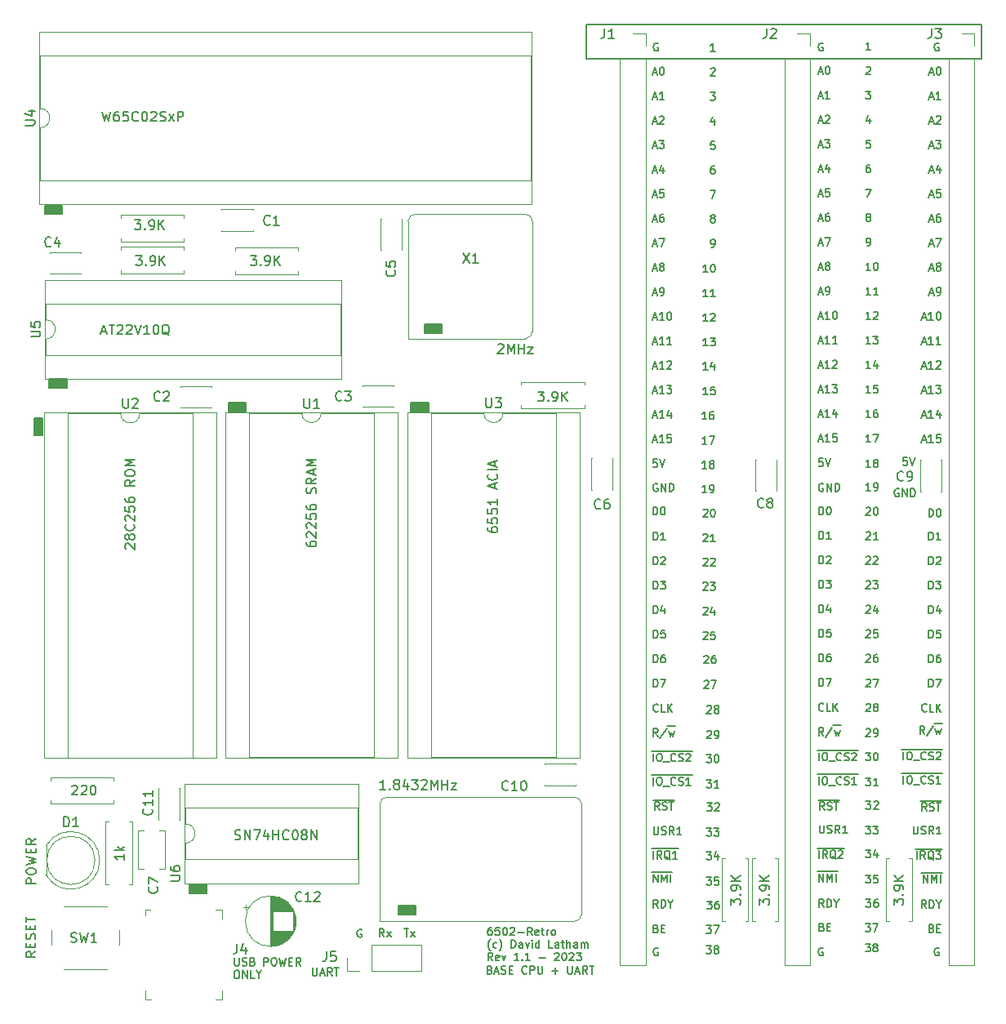
<source format=gbr>
%TF.GenerationSoftware,KiCad,Pcbnew,(6.0.11)*%
%TF.CreationDate,2023-07-08T13:40:51+12:00*%
%TF.ProjectId,6502-retro,36353032-2d72-4657-9472-6f2e6b696361,1.1*%
%TF.SameCoordinates,Original*%
%TF.FileFunction,Legend,Top*%
%TF.FilePolarity,Positive*%
%FSLAX46Y46*%
G04 Gerber Fmt 4.6, Leading zero omitted, Abs format (unit mm)*
G04 Created by KiCad (PCBNEW (6.0.11)) date 2023-07-08 13:40:51*
%MOMM*%
%LPD*%
G01*
G04 APERTURE LIST*
%ADD10C,0.152400*%
%ADD11C,0.150000*%
%ADD12C,0.120000*%
%ADD13C,0.100000*%
%ADD14R,1.600000X1.600000*%
%ADD15C,1.600000*%
%ADD16O,1.600000X1.600000*%
%ADD17R,1.700000X1.700000*%
%ADD18O,1.700000X1.700000*%
%ADD19O,1.100000X1.650000*%
%ADD20O,1.700000X2.700000*%
%ADD21R,1.800000X1.800000*%
%ADD22C,1.800000*%
%ADD23C,2.000000*%
G04 APERTURE END LIST*
D10*
X95200000Y-90050000D02*
X97000000Y-90050000D01*
X97000000Y-90050000D02*
X97000000Y-90950000D01*
X97000000Y-90950000D02*
X95200000Y-90950000D01*
X95200000Y-90950000D02*
X95200000Y-90050000D01*
G36*
X95200000Y-90050000D02*
G01*
X97000000Y-90050000D01*
X97000000Y-90950000D01*
X95200000Y-90950000D01*
X95200000Y-90050000D01*
G37*
X133200000Y-145550000D02*
X131400000Y-145550000D01*
X131400000Y-145550000D02*
X131400000Y-144650000D01*
X131400000Y-144650000D02*
X133200000Y-144650000D01*
X133200000Y-144650000D02*
X133200000Y-145550000D01*
G36*
X133200000Y-145550000D02*
G01*
X131400000Y-145550000D01*
X131400000Y-144650000D01*
X133200000Y-144650000D01*
X133200000Y-145550000D01*
G37*
X134500000Y-93400000D02*
X132700000Y-93400000D01*
X132700000Y-93400000D02*
X132700000Y-92500000D01*
X132700000Y-92500000D02*
X134500000Y-92500000D01*
X134500000Y-92500000D02*
X134500000Y-93400000D01*
G36*
X134500000Y-93400000D02*
G01*
X132700000Y-93400000D01*
X132700000Y-92500000D01*
X134500000Y-92500000D01*
X134500000Y-93400000D01*
G37*
X134100000Y-84350000D02*
X135900000Y-84350000D01*
X135900000Y-84350000D02*
X135900000Y-85250000D01*
X135900000Y-85250000D02*
X134100000Y-85250000D01*
X134100000Y-85250000D02*
X134100000Y-84350000D01*
G36*
X134100000Y-84350000D02*
G01*
X135900000Y-84350000D01*
X135900000Y-85250000D01*
X134100000Y-85250000D01*
X134100000Y-84350000D01*
G37*
X94700000Y-72050000D02*
X96500000Y-72050000D01*
X96500000Y-72050000D02*
X96500000Y-72950000D01*
X96500000Y-72950000D02*
X94700000Y-72950000D01*
X94700000Y-72950000D02*
X94700000Y-72050000D01*
G36*
X94700000Y-72050000D02*
G01*
X96500000Y-72050000D01*
X96500000Y-72950000D01*
X94700000Y-72950000D01*
X94700000Y-72050000D01*
G37*
X111500000Y-143350000D02*
X109700000Y-143350000D01*
X109700000Y-143350000D02*
X109700000Y-142450000D01*
X109700000Y-142450000D02*
X111500000Y-142450000D01*
X111500000Y-142450000D02*
X111500000Y-143350000D01*
G36*
X111500000Y-143350000D02*
G01*
X109700000Y-143350000D01*
X109700000Y-142450000D01*
X111500000Y-142450000D01*
X111500000Y-143350000D01*
G37*
X150840000Y-53310000D02*
X191860000Y-53310000D01*
X191860000Y-53310000D02*
X191860000Y-56800000D01*
X191860000Y-56800000D02*
X150840000Y-56800000D01*
X150840000Y-56800000D02*
X150840000Y-53310000D01*
X93600000Y-95850000D02*
X94500000Y-95850000D01*
X94500000Y-95850000D02*
X94500000Y-94050000D01*
X94500000Y-94050000D02*
X93600000Y-94050000D01*
X93600000Y-94050000D02*
X93600000Y-95850000D01*
G36*
X93600000Y-95850000D02*
G01*
X94500000Y-95850000D01*
X94500000Y-94050000D01*
X93600000Y-94050000D01*
X93600000Y-95850000D01*
G37*
X115600000Y-93400000D02*
X113800000Y-93400000D01*
X113800000Y-93400000D02*
X113800000Y-92500000D01*
X113800000Y-92500000D02*
X115600000Y-92500000D01*
X115600000Y-92500000D02*
X115600000Y-93400000D01*
G36*
X115600000Y-93400000D02*
G01*
X113800000Y-93400000D01*
X113800000Y-92500000D01*
X115600000Y-92500000D01*
X115600000Y-93400000D01*
G37*
X163922590Y-73363238D02*
X163845180Y-73324533D01*
X163806476Y-73285828D01*
X163767771Y-73208419D01*
X163767771Y-73169714D01*
X163806476Y-73092304D01*
X163845180Y-73053600D01*
X163922590Y-73014895D01*
X164077409Y-73014895D01*
X164154819Y-73053600D01*
X164193523Y-73092304D01*
X164232228Y-73169714D01*
X164232228Y-73208419D01*
X164193523Y-73285828D01*
X164154819Y-73324533D01*
X164077409Y-73363238D01*
X163922590Y-73363238D01*
X163845180Y-73401942D01*
X163806476Y-73440647D01*
X163767771Y-73518057D01*
X163767771Y-73672876D01*
X163806476Y-73750285D01*
X163845180Y-73788990D01*
X163922590Y-73827695D01*
X164077409Y-73827695D01*
X164154819Y-73788990D01*
X164193523Y-73750285D01*
X164232228Y-73672876D01*
X164232228Y-73518057D01*
X164193523Y-73440647D01*
X164154819Y-73401942D01*
X164077409Y-73363238D01*
X163364879Y-144184895D02*
X163868041Y-144184895D01*
X163597107Y-144494533D01*
X163713222Y-144494533D01*
X163790631Y-144533238D01*
X163829336Y-144571942D01*
X163868041Y-144649352D01*
X163868041Y-144842876D01*
X163829336Y-144920285D01*
X163790631Y-144958990D01*
X163713222Y-144997695D01*
X163480993Y-144997695D01*
X163403584Y-144958990D01*
X163364879Y-144920285D01*
X164564726Y-144184895D02*
X164409907Y-144184895D01*
X164332498Y-144223600D01*
X164293793Y-144262304D01*
X164216384Y-144378419D01*
X164177679Y-144533238D01*
X164177679Y-144842876D01*
X164216384Y-144920285D01*
X164255088Y-144958990D01*
X164332498Y-144997695D01*
X164487317Y-144997695D01*
X164564726Y-144958990D01*
X164603431Y-144920285D01*
X164642136Y-144842876D01*
X164642136Y-144649352D01*
X164603431Y-144571942D01*
X164564726Y-144533238D01*
X164487317Y-144494533D01*
X164332498Y-144494533D01*
X164255088Y-144533238D01*
X164216384Y-144571942D01*
X164177679Y-144649352D01*
X174804609Y-131045376D02*
X175191657Y-131045376D01*
X174998133Y-132087695D02*
X174998133Y-131274895D01*
X175191657Y-131045376D02*
X176043161Y-131045376D01*
X175539999Y-131274895D02*
X175694819Y-131274895D01*
X175772228Y-131313600D01*
X175849638Y-131391009D01*
X175888342Y-131545828D01*
X175888342Y-131816761D01*
X175849638Y-131971580D01*
X175772228Y-132048990D01*
X175694819Y-132087695D01*
X175539999Y-132087695D01*
X175462590Y-132048990D01*
X175385180Y-131971580D01*
X175346476Y-131816761D01*
X175346476Y-131545828D01*
X175385180Y-131391009D01*
X175462590Y-131313600D01*
X175539999Y-131274895D01*
X176043161Y-131045376D02*
X176662438Y-131045376D01*
X176043161Y-132165104D02*
X176662438Y-132165104D01*
X176662438Y-131045376D02*
X177475238Y-131045376D01*
X177320419Y-132010285D02*
X177281714Y-132048990D01*
X177165599Y-132087695D01*
X177088190Y-132087695D01*
X176972076Y-132048990D01*
X176894666Y-131971580D01*
X176855961Y-131894171D01*
X176817257Y-131739352D01*
X176817257Y-131623238D01*
X176855961Y-131468419D01*
X176894666Y-131391009D01*
X176972076Y-131313600D01*
X177088190Y-131274895D01*
X177165599Y-131274895D01*
X177281714Y-131313600D01*
X177320419Y-131352304D01*
X177475238Y-131045376D02*
X178249333Y-131045376D01*
X177630057Y-132048990D02*
X177746171Y-132087695D01*
X177939695Y-132087695D01*
X178017104Y-132048990D01*
X178055809Y-132010285D01*
X178094514Y-131932876D01*
X178094514Y-131855466D01*
X178055809Y-131778057D01*
X178017104Y-131739352D01*
X177939695Y-131700647D01*
X177784876Y-131661942D01*
X177707466Y-131623238D01*
X177668761Y-131584533D01*
X177630057Y-131507123D01*
X177630057Y-131429714D01*
X177668761Y-131352304D01*
X177707466Y-131313600D01*
X177784876Y-131274895D01*
X177978399Y-131274895D01*
X178094514Y-131313600D01*
X178249333Y-131045376D02*
X179023428Y-131045376D01*
X178868609Y-132087695D02*
X178404152Y-132087695D01*
X178636380Y-132087695D02*
X178636380Y-131274895D01*
X178558971Y-131391009D01*
X178481561Y-131468419D01*
X178404152Y-131507123D01*
X174998133Y-109187695D02*
X174998133Y-108374895D01*
X175191657Y-108374895D01*
X175307771Y-108413600D01*
X175385180Y-108491009D01*
X175423885Y-108568419D01*
X175462590Y-108723238D01*
X175462590Y-108839352D01*
X175423885Y-108994171D01*
X175385180Y-109071580D01*
X175307771Y-109148990D01*
X175191657Y-109187695D01*
X174998133Y-109187695D01*
X175772228Y-108452304D02*
X175810933Y-108413600D01*
X175888342Y-108374895D01*
X176081866Y-108374895D01*
X176159276Y-108413600D01*
X176197980Y-108452304D01*
X176236685Y-108529714D01*
X176236685Y-108607123D01*
X176197980Y-108723238D01*
X175733523Y-109187695D01*
X176236685Y-109187695D01*
X162980723Y-111182304D02*
X163019428Y-111143600D01*
X163096838Y-111104895D01*
X163290361Y-111104895D01*
X163367771Y-111143600D01*
X163406476Y-111182304D01*
X163445180Y-111259714D01*
X163445180Y-111337123D01*
X163406476Y-111453238D01*
X162942019Y-111917695D01*
X163445180Y-111917695D01*
X163716114Y-111104895D02*
X164219276Y-111104895D01*
X163948342Y-111414533D01*
X164064457Y-111414533D01*
X164141866Y-111453238D01*
X164180571Y-111491942D01*
X164219276Y-111569352D01*
X164219276Y-111762876D01*
X164180571Y-111840285D01*
X164141866Y-111878990D01*
X164064457Y-111917695D01*
X163832228Y-111917695D01*
X163754819Y-111878990D01*
X163716114Y-111840285D01*
X157796914Y-133675376D02*
X158609714Y-133675376D01*
X158454895Y-134717695D02*
X158183961Y-134330647D01*
X157990438Y-134717695D02*
X157990438Y-133904895D01*
X158300076Y-133904895D01*
X158377485Y-133943600D01*
X158416190Y-133982304D01*
X158454895Y-134059714D01*
X158454895Y-134175828D01*
X158416190Y-134253238D01*
X158377485Y-134291942D01*
X158300076Y-134330647D01*
X157990438Y-134330647D01*
X158609714Y-133675376D02*
X159383809Y-133675376D01*
X158764533Y-134678990D02*
X158880647Y-134717695D01*
X159074171Y-134717695D01*
X159151580Y-134678990D01*
X159190285Y-134640285D01*
X159228990Y-134562876D01*
X159228990Y-134485466D01*
X159190285Y-134408057D01*
X159151580Y-134369352D01*
X159074171Y-134330647D01*
X158919352Y-134291942D01*
X158841942Y-134253238D01*
X158803238Y-134214533D01*
X158764533Y-134137123D01*
X158764533Y-134059714D01*
X158803238Y-133982304D01*
X158841942Y-133943600D01*
X158919352Y-133904895D01*
X159112876Y-133904895D01*
X159228990Y-133943600D01*
X159383809Y-133675376D02*
X160003085Y-133675376D01*
X159461219Y-133904895D02*
X159925676Y-133904895D01*
X159693447Y-134717695D02*
X159693447Y-133904895D01*
X163315174Y-146704895D02*
X163818336Y-146704895D01*
X163547402Y-147014533D01*
X163663517Y-147014533D01*
X163740926Y-147053238D01*
X163779631Y-147091942D01*
X163818336Y-147169352D01*
X163818336Y-147362876D01*
X163779631Y-147440285D01*
X163740926Y-147478990D01*
X163663517Y-147517695D01*
X163431288Y-147517695D01*
X163353879Y-147478990D01*
X163315174Y-147440285D01*
X164089269Y-146704895D02*
X164631136Y-146704895D01*
X164282793Y-147517695D01*
X179880723Y-126372304D02*
X179919428Y-126333600D01*
X179996838Y-126294895D01*
X180190361Y-126294895D01*
X180267771Y-126333600D01*
X180306476Y-126372304D01*
X180345180Y-126449714D01*
X180345180Y-126527123D01*
X180306476Y-126643238D01*
X179842019Y-127107695D01*
X180345180Y-127107695D01*
X180732228Y-127107695D02*
X180887047Y-127107695D01*
X180964457Y-127068990D01*
X181003161Y-127030285D01*
X181080571Y-126914171D01*
X181119276Y-126759352D01*
X181119276Y-126449714D01*
X181080571Y-126372304D01*
X181041866Y-126333600D01*
X180964457Y-126294895D01*
X180809638Y-126294895D01*
X180732228Y-126333600D01*
X180693523Y-126372304D01*
X180654819Y-126449714D01*
X180654819Y-126643238D01*
X180693523Y-126720647D01*
X180732228Y-126759352D01*
X180809638Y-126798057D01*
X180964457Y-126798057D01*
X181041866Y-126759352D01*
X181080571Y-126720647D01*
X181119276Y-126643238D01*
X175462591Y-127007695D02*
X175191657Y-126620647D01*
X174998134Y-127007695D02*
X174998134Y-126194895D01*
X175307772Y-126194895D01*
X175385181Y-126233600D01*
X175423886Y-126272304D01*
X175462591Y-126349714D01*
X175462591Y-126465828D01*
X175423886Y-126543238D01*
X175385181Y-126581942D01*
X175307772Y-126620647D01*
X174998134Y-126620647D01*
X176391505Y-126156190D02*
X175694819Y-127201219D01*
X176468915Y-125965376D02*
X177320419Y-125965376D01*
X176585029Y-126465828D02*
X176739848Y-127007695D01*
X176894667Y-126620647D01*
X177049486Y-127007695D01*
X177204305Y-126465828D01*
X179842019Y-128774895D02*
X180345180Y-128774895D01*
X180074247Y-129084533D01*
X180190361Y-129084533D01*
X180267771Y-129123238D01*
X180306476Y-129161942D01*
X180345180Y-129239352D01*
X180345180Y-129432876D01*
X180306476Y-129510285D01*
X180267771Y-129548990D01*
X180190361Y-129587695D01*
X179958133Y-129587695D01*
X179880723Y-129548990D01*
X179842019Y-129510285D01*
X180848342Y-128774895D02*
X180925752Y-128774895D01*
X181003161Y-128813600D01*
X181041866Y-128852304D01*
X181080571Y-128929714D01*
X181119276Y-129084533D01*
X181119276Y-129278057D01*
X181080571Y-129432876D01*
X181041866Y-129510285D01*
X181003161Y-129548990D01*
X180925752Y-129587695D01*
X180848342Y-129587695D01*
X180770933Y-129548990D01*
X180732228Y-129510285D01*
X180693523Y-129432876D01*
X180654819Y-129278057D01*
X180654819Y-129084533D01*
X180693523Y-128929714D01*
X180732228Y-128852304D01*
X180770933Y-128813600D01*
X180848342Y-128774895D01*
X179842018Y-70344895D02*
X180383885Y-70344895D01*
X180035542Y-71157695D01*
X163445180Y-86597695D02*
X162980723Y-86597695D01*
X163212952Y-86597695D02*
X163212952Y-85784895D01*
X163135542Y-85901009D01*
X163058133Y-85978419D01*
X162980723Y-86017123D01*
X163716114Y-85784895D02*
X164219276Y-85784895D01*
X163948342Y-86094533D01*
X164064457Y-86094533D01*
X164141866Y-86133238D01*
X164180571Y-86171942D01*
X164219276Y-86249352D01*
X164219276Y-86442876D01*
X164180571Y-86520285D01*
X164141866Y-86558990D01*
X164064457Y-86597695D01*
X163832228Y-86597695D01*
X163754819Y-86558990D01*
X163716114Y-86520285D01*
X158312876Y-149043600D02*
X158235466Y-149004895D01*
X158119352Y-149004895D01*
X158003238Y-149043600D01*
X157925828Y-149121009D01*
X157887123Y-149198419D01*
X157848419Y-149353238D01*
X157848419Y-149469352D01*
X157887123Y-149624171D01*
X157925828Y-149701580D01*
X158003238Y-149778990D01*
X158119352Y-149817695D01*
X158196761Y-149817695D01*
X158312876Y-149778990D01*
X158351580Y-149740285D01*
X158351580Y-149469352D01*
X158196761Y-149469352D01*
X175462590Y-124380285D02*
X175423885Y-124418990D01*
X175307771Y-124457695D01*
X175230361Y-124457695D01*
X175114247Y-124418990D01*
X175036838Y-124341580D01*
X174998133Y-124264171D01*
X174959428Y-124109352D01*
X174959428Y-123993238D01*
X174998133Y-123838419D01*
X175036838Y-123761009D01*
X175114247Y-123683600D01*
X175230361Y-123644895D01*
X175307771Y-123644895D01*
X175423885Y-123683600D01*
X175462590Y-123722304D01*
X176197980Y-124457695D02*
X175810933Y-124457695D01*
X175810933Y-123644895D01*
X176468914Y-124457695D02*
X176468914Y-123644895D01*
X176933371Y-124457695D02*
X176585028Y-123993238D01*
X176933371Y-123644895D02*
X176468914Y-124109352D01*
X179864879Y-143984895D02*
X180368041Y-143984895D01*
X180097107Y-144294533D01*
X180213222Y-144294533D01*
X180290631Y-144333238D01*
X180329336Y-144371942D01*
X180368041Y-144449352D01*
X180368041Y-144642876D01*
X180329336Y-144720285D01*
X180290631Y-144758990D01*
X180213222Y-144797695D01*
X179980993Y-144797695D01*
X179903584Y-144758990D01*
X179864879Y-144720285D01*
X181064726Y-143984895D02*
X180909907Y-143984895D01*
X180832498Y-144023600D01*
X180793793Y-144062304D01*
X180716384Y-144178419D01*
X180677679Y-144333238D01*
X180677679Y-144642876D01*
X180716384Y-144720285D01*
X180755088Y-144758990D01*
X180832498Y-144797695D01*
X180987317Y-144797695D01*
X181064726Y-144758990D01*
X181103431Y-144720285D01*
X181142136Y-144642876D01*
X181142136Y-144449352D01*
X181103431Y-144371942D01*
X181064726Y-144333238D01*
X180987317Y-144294533D01*
X180832498Y-144294533D01*
X180755088Y-144333238D01*
X180716384Y-144371942D01*
X180677679Y-144449352D01*
X157817276Y-106737695D02*
X157817276Y-105924895D01*
X158010800Y-105924895D01*
X158126914Y-105963600D01*
X158204323Y-106041009D01*
X158243028Y-106118419D01*
X158281733Y-106273238D01*
X158281733Y-106389352D01*
X158243028Y-106544171D01*
X158204323Y-106621580D01*
X158126914Y-106698990D01*
X158010800Y-106737695D01*
X157817276Y-106737695D01*
X159055828Y-106737695D02*
X158591371Y-106737695D01*
X158823600Y-106737695D02*
X158823600Y-105924895D01*
X158746190Y-106041009D01*
X158668780Y-106118419D01*
X158591371Y-106157123D01*
X157817276Y-121977695D02*
X157817276Y-121164895D01*
X158010800Y-121164895D01*
X158126914Y-121203600D01*
X158204323Y-121281009D01*
X158243028Y-121358419D01*
X158281733Y-121513238D01*
X158281733Y-121629352D01*
X158243028Y-121784171D01*
X158204323Y-121861580D01*
X158126914Y-121938990D01*
X158010800Y-121977695D01*
X157817276Y-121977695D01*
X158552666Y-121164895D02*
X159094533Y-121164895D01*
X158746190Y-121977695D01*
X174959428Y-73425466D02*
X175346476Y-73425466D01*
X174882019Y-73657695D02*
X175152952Y-72844895D01*
X175423885Y-73657695D01*
X176043161Y-72844895D02*
X175888342Y-72844895D01*
X175810933Y-72883600D01*
X175772228Y-72922304D01*
X175694819Y-73038419D01*
X175656114Y-73193238D01*
X175656114Y-73502876D01*
X175694819Y-73580285D01*
X175733523Y-73618990D01*
X175810933Y-73657695D01*
X175965752Y-73657695D01*
X176043161Y-73618990D01*
X176081866Y-73580285D01*
X176120571Y-73502876D01*
X176120571Y-73309352D01*
X176081866Y-73231942D01*
X176043161Y-73193238D01*
X175965752Y-73154533D01*
X175810933Y-73154533D01*
X175733523Y-73193238D01*
X175694819Y-73231942D01*
X175656114Y-73309352D01*
X186386038Y-111807695D02*
X186386038Y-110994895D01*
X186579562Y-110994895D01*
X186695676Y-111033600D01*
X186773085Y-111111009D01*
X186811790Y-111188419D01*
X186850495Y-111343238D01*
X186850495Y-111459352D01*
X186811790Y-111614171D01*
X186773085Y-111691580D01*
X186695676Y-111768990D01*
X186579562Y-111807695D01*
X186386038Y-111807695D01*
X187121428Y-110994895D02*
X187624590Y-110994895D01*
X187353657Y-111304533D01*
X187469771Y-111304533D01*
X187547181Y-111343238D01*
X187585885Y-111381942D01*
X187624590Y-111459352D01*
X187624590Y-111652876D01*
X187585885Y-111730285D01*
X187547181Y-111768990D01*
X187469771Y-111807695D01*
X187237542Y-111807695D01*
X187160133Y-111768990D01*
X187121428Y-111730285D01*
X163315174Y-148804895D02*
X163818336Y-148804895D01*
X163547402Y-149114533D01*
X163663517Y-149114533D01*
X163740926Y-149153238D01*
X163779631Y-149191942D01*
X163818336Y-149269352D01*
X163818336Y-149462876D01*
X163779631Y-149540285D01*
X163740926Y-149578990D01*
X163663517Y-149617695D01*
X163431288Y-149617695D01*
X163353879Y-149578990D01*
X163315174Y-149540285D01*
X164282793Y-149153238D02*
X164205383Y-149114533D01*
X164166679Y-149075828D01*
X164127974Y-148998419D01*
X164127974Y-148959714D01*
X164166679Y-148882304D01*
X164205383Y-148843600D01*
X164282793Y-148804895D01*
X164437612Y-148804895D01*
X164515021Y-148843600D01*
X164553726Y-148882304D01*
X164592431Y-148959714D01*
X164592431Y-148998419D01*
X164553726Y-149075828D01*
X164515021Y-149114533D01*
X164437612Y-149153238D01*
X164282793Y-149153238D01*
X164205383Y-149191942D01*
X164166679Y-149230647D01*
X164127974Y-149308057D01*
X164127974Y-149462876D01*
X164166679Y-149540285D01*
X164205383Y-149578990D01*
X164282793Y-149617695D01*
X164437612Y-149617695D01*
X164515021Y-149578990D01*
X164553726Y-149540285D01*
X164592431Y-149462876D01*
X164592431Y-149308057D01*
X164553726Y-149230647D01*
X164515021Y-149191942D01*
X164437612Y-149153238D01*
X185496914Y-133775376D02*
X186309714Y-133775376D01*
X186154895Y-134817695D02*
X185883961Y-134430647D01*
X185690438Y-134817695D02*
X185690438Y-134004895D01*
X186000076Y-134004895D01*
X186077485Y-134043600D01*
X186116190Y-134082304D01*
X186154895Y-134159714D01*
X186154895Y-134275828D01*
X186116190Y-134353238D01*
X186077485Y-134391942D01*
X186000076Y-134430647D01*
X185690438Y-134430647D01*
X186309714Y-133775376D02*
X187083809Y-133775376D01*
X186464533Y-134778990D02*
X186580647Y-134817695D01*
X186774171Y-134817695D01*
X186851580Y-134778990D01*
X186890285Y-134740285D01*
X186928990Y-134662876D01*
X186928990Y-134585466D01*
X186890285Y-134508057D01*
X186851580Y-134469352D01*
X186774171Y-134430647D01*
X186619352Y-134391942D01*
X186541942Y-134353238D01*
X186503238Y-134314533D01*
X186464533Y-134237123D01*
X186464533Y-134159714D01*
X186503238Y-134082304D01*
X186541942Y-134043600D01*
X186619352Y-134004895D01*
X186812876Y-134004895D01*
X186928990Y-134043600D01*
X187083809Y-133775376D02*
X187703085Y-133775376D01*
X187161219Y-134004895D02*
X187625676Y-134004895D01*
X187393447Y-134817695D02*
X187393447Y-134004895D01*
X174804609Y-141115376D02*
X175656114Y-141115376D01*
X174998133Y-142157695D02*
X174998133Y-141344895D01*
X175462590Y-142157695D01*
X175462590Y-141344895D01*
X175656114Y-141115376D02*
X176585028Y-141115376D01*
X175849638Y-142157695D02*
X175849638Y-141344895D01*
X176120571Y-141925466D01*
X176391504Y-141344895D01*
X176391504Y-142157695D01*
X176585028Y-141115376D02*
X176972076Y-141115376D01*
X176778552Y-142157695D02*
X176778552Y-141344895D01*
X186386038Y-106727695D02*
X186386038Y-105914895D01*
X186579562Y-105914895D01*
X186695676Y-105953600D01*
X186773085Y-106031009D01*
X186811790Y-106108419D01*
X186850495Y-106263238D01*
X186850495Y-106379352D01*
X186811790Y-106534171D01*
X186773085Y-106611580D01*
X186695676Y-106688990D01*
X186579562Y-106727695D01*
X186386038Y-106727695D01*
X187624590Y-106727695D02*
X187160133Y-106727695D01*
X187392362Y-106727695D02*
X187392362Y-105914895D01*
X187314952Y-106031009D01*
X187237542Y-106108419D01*
X187160133Y-106147123D01*
X179842019Y-131404895D02*
X180345180Y-131404895D01*
X180074247Y-131714533D01*
X180190361Y-131714533D01*
X180267771Y-131753238D01*
X180306476Y-131791942D01*
X180345180Y-131869352D01*
X180345180Y-132062876D01*
X180306476Y-132140285D01*
X180267771Y-132178990D01*
X180190361Y-132217695D01*
X179958133Y-132217695D01*
X179880723Y-132178990D01*
X179842019Y-132140285D01*
X181119276Y-132217695D02*
X180654819Y-132217695D01*
X180887047Y-132217695D02*
X180887047Y-131404895D01*
X180809638Y-131521009D01*
X180732228Y-131598419D01*
X180654819Y-131637123D01*
X174959428Y-86125466D02*
X175346476Y-86125466D01*
X174882019Y-86357695D02*
X175152952Y-85544895D01*
X175423886Y-86357695D01*
X176120571Y-86357695D02*
X175656114Y-86357695D01*
X175888343Y-86357695D02*
X175888343Y-85544895D01*
X175810933Y-85661009D01*
X175733524Y-85738419D01*
X175656114Y-85777123D01*
X176894667Y-86357695D02*
X176430209Y-86357695D01*
X176662438Y-86357695D02*
X176662438Y-85544895D01*
X176585028Y-85661009D01*
X176507619Y-85738419D01*
X176430209Y-85777123D01*
X174959428Y-65805466D02*
X175346476Y-65805466D01*
X174882019Y-66037695D02*
X175152952Y-65224895D01*
X175423885Y-66037695D01*
X175617409Y-65224895D02*
X176120571Y-65224895D01*
X175849638Y-65534533D01*
X175965752Y-65534533D01*
X176043161Y-65573238D01*
X176081866Y-65611942D01*
X176120571Y-65689352D01*
X176120571Y-65882876D01*
X176081866Y-65960285D01*
X176043161Y-65998990D01*
X175965752Y-66037695D01*
X175733523Y-66037695D01*
X175656114Y-65998990D01*
X175617409Y-65960285D01*
X157623752Y-128635376D02*
X158010800Y-128635376D01*
X157817276Y-129677695D02*
X157817276Y-128864895D01*
X158010800Y-128635376D02*
X158862304Y-128635376D01*
X158359142Y-128864895D02*
X158513962Y-128864895D01*
X158591371Y-128903600D01*
X158668781Y-128981009D01*
X158707485Y-129135828D01*
X158707485Y-129406761D01*
X158668781Y-129561580D01*
X158591371Y-129638990D01*
X158513962Y-129677695D01*
X158359142Y-129677695D01*
X158281733Y-129638990D01*
X158204323Y-129561580D01*
X158165619Y-129406761D01*
X158165619Y-129135828D01*
X158204323Y-128981009D01*
X158281733Y-128903600D01*
X158359142Y-128864895D01*
X158862304Y-128635376D02*
X159481581Y-128635376D01*
X158862304Y-129755104D02*
X159481581Y-129755104D01*
X159481581Y-128635376D02*
X160294381Y-128635376D01*
X160139562Y-129600285D02*
X160100857Y-129638990D01*
X159984742Y-129677695D01*
X159907333Y-129677695D01*
X159791219Y-129638990D01*
X159713809Y-129561580D01*
X159675104Y-129484171D01*
X159636400Y-129329352D01*
X159636400Y-129213238D01*
X159675104Y-129058419D01*
X159713809Y-128981009D01*
X159791219Y-128903600D01*
X159907333Y-128864895D01*
X159984742Y-128864895D01*
X160100857Y-128903600D01*
X160139562Y-128942304D01*
X160294381Y-128635376D02*
X161068476Y-128635376D01*
X160449200Y-129638990D02*
X160565314Y-129677695D01*
X160758838Y-129677695D01*
X160836247Y-129638990D01*
X160874952Y-129600285D01*
X160913657Y-129522876D01*
X160913657Y-129445466D01*
X160874952Y-129368057D01*
X160836247Y-129329352D01*
X160758838Y-129290647D01*
X160604019Y-129251942D01*
X160526609Y-129213238D01*
X160487904Y-129174533D01*
X160449200Y-129097123D01*
X160449200Y-129019714D01*
X160487904Y-128942304D01*
X160526609Y-128903600D01*
X160604019Y-128864895D01*
X160797542Y-128864895D01*
X160913657Y-128903600D01*
X161068476Y-128635376D02*
X161842571Y-128635376D01*
X161223295Y-128942304D02*
X161262000Y-128903600D01*
X161339409Y-128864895D01*
X161532933Y-128864895D01*
X161610342Y-128903600D01*
X161649047Y-128942304D01*
X161687752Y-129019714D01*
X161687752Y-129097123D01*
X161649047Y-129213238D01*
X161184590Y-129677695D01*
X161687752Y-129677695D01*
X180345180Y-86397695D02*
X179880723Y-86397695D01*
X180112952Y-86397695D02*
X180112952Y-85584895D01*
X180035542Y-85701009D01*
X179958133Y-85778419D01*
X179880723Y-85817123D01*
X180616114Y-85584895D02*
X181119276Y-85584895D01*
X180848342Y-85894533D01*
X180964457Y-85894533D01*
X181041866Y-85933238D01*
X181080571Y-85971942D01*
X181119276Y-86049352D01*
X181119276Y-86242876D01*
X181080571Y-86320285D01*
X181041866Y-86358990D01*
X180964457Y-86397695D01*
X180732228Y-86397695D01*
X180654819Y-86358990D01*
X180616114Y-86320285D01*
X141040926Y-146896287D02*
X140886107Y-146896287D01*
X140808698Y-146934992D01*
X140769993Y-146973696D01*
X140692583Y-147089811D01*
X140653879Y-147244630D01*
X140653879Y-147554268D01*
X140692583Y-147631677D01*
X140731288Y-147670382D01*
X140808698Y-147709087D01*
X140963517Y-147709087D01*
X141040926Y-147670382D01*
X141079631Y-147631677D01*
X141118336Y-147554268D01*
X141118336Y-147360744D01*
X141079631Y-147283334D01*
X141040926Y-147244630D01*
X140963517Y-147205925D01*
X140808698Y-147205925D01*
X140731288Y-147244630D01*
X140692583Y-147283334D01*
X140653879Y-147360744D01*
X141853726Y-146896287D02*
X141466679Y-146896287D01*
X141427974Y-147283334D01*
X141466679Y-147244630D01*
X141544088Y-147205925D01*
X141737612Y-147205925D01*
X141815021Y-147244630D01*
X141853726Y-147283334D01*
X141892431Y-147360744D01*
X141892431Y-147554268D01*
X141853726Y-147631677D01*
X141815021Y-147670382D01*
X141737612Y-147709087D01*
X141544088Y-147709087D01*
X141466679Y-147670382D01*
X141427974Y-147631677D01*
X142395593Y-146896287D02*
X142473002Y-146896287D01*
X142550412Y-146934992D01*
X142589117Y-146973696D01*
X142627821Y-147051106D01*
X142666526Y-147205925D01*
X142666526Y-147399449D01*
X142627821Y-147554268D01*
X142589117Y-147631677D01*
X142550412Y-147670382D01*
X142473002Y-147709087D01*
X142395593Y-147709087D01*
X142318183Y-147670382D01*
X142279479Y-147631677D01*
X142240774Y-147554268D01*
X142202069Y-147399449D01*
X142202069Y-147205925D01*
X142240774Y-147051106D01*
X142279479Y-146973696D01*
X142318183Y-146934992D01*
X142395593Y-146896287D01*
X142976164Y-146973696D02*
X143014869Y-146934992D01*
X143092279Y-146896287D01*
X143285802Y-146896287D01*
X143363212Y-146934992D01*
X143401917Y-146973696D01*
X143440621Y-147051106D01*
X143440621Y-147128515D01*
X143401917Y-147244630D01*
X142937460Y-147709087D01*
X143440621Y-147709087D01*
X143788964Y-147399449D02*
X144408240Y-147399449D01*
X145259745Y-147709087D02*
X144988812Y-147322039D01*
X144795288Y-147709087D02*
X144795288Y-146896287D01*
X145104926Y-146896287D01*
X145182336Y-146934992D01*
X145221040Y-146973696D01*
X145259745Y-147051106D01*
X145259745Y-147167220D01*
X145221040Y-147244630D01*
X145182336Y-147283334D01*
X145104926Y-147322039D01*
X144795288Y-147322039D01*
X145917726Y-147670382D02*
X145840317Y-147709087D01*
X145685498Y-147709087D01*
X145608088Y-147670382D01*
X145569383Y-147592972D01*
X145569383Y-147283334D01*
X145608088Y-147205925D01*
X145685498Y-147167220D01*
X145840317Y-147167220D01*
X145917726Y-147205925D01*
X145956431Y-147283334D01*
X145956431Y-147360744D01*
X145569383Y-147438153D01*
X146188660Y-147167220D02*
X146498298Y-147167220D01*
X146304774Y-146896287D02*
X146304774Y-147592972D01*
X146343479Y-147670382D01*
X146420888Y-147709087D01*
X146498298Y-147709087D01*
X146769231Y-147709087D02*
X146769231Y-147167220D01*
X146769231Y-147322039D02*
X146807936Y-147244630D01*
X146846640Y-147205925D01*
X146924050Y-147167220D01*
X147001460Y-147167220D01*
X147388507Y-147709087D02*
X147311098Y-147670382D01*
X147272393Y-147631677D01*
X147233688Y-147554268D01*
X147233688Y-147322039D01*
X147272393Y-147244630D01*
X147311098Y-147205925D01*
X147388507Y-147167220D01*
X147504621Y-147167220D01*
X147582031Y-147205925D01*
X147620736Y-147244630D01*
X147659440Y-147322039D01*
X147659440Y-147554268D01*
X147620736Y-147631677D01*
X147582031Y-147670382D01*
X147504621Y-147709087D01*
X147388507Y-147709087D01*
X140924812Y-149327333D02*
X140886107Y-149288628D01*
X140808698Y-149172514D01*
X140769993Y-149095104D01*
X140731288Y-148978990D01*
X140692583Y-148785466D01*
X140692583Y-148630647D01*
X140731288Y-148437123D01*
X140769993Y-148321009D01*
X140808698Y-148243600D01*
X140886107Y-148127485D01*
X140924812Y-148088780D01*
X141582793Y-148978990D02*
X141505383Y-149017695D01*
X141350564Y-149017695D01*
X141273155Y-148978990D01*
X141234450Y-148940285D01*
X141195745Y-148862876D01*
X141195745Y-148630647D01*
X141234450Y-148553238D01*
X141273155Y-148514533D01*
X141350564Y-148475828D01*
X141505383Y-148475828D01*
X141582793Y-148514533D01*
X141853726Y-149327333D02*
X141892431Y-149288628D01*
X141969840Y-149172514D01*
X142008545Y-149095104D01*
X142047250Y-148978990D01*
X142085955Y-148785466D01*
X142085955Y-148630647D01*
X142047250Y-148437123D01*
X142008545Y-148321009D01*
X141969840Y-148243600D01*
X141892431Y-148127485D01*
X141853726Y-148088780D01*
X143092279Y-149017695D02*
X143092279Y-148204895D01*
X143285802Y-148204895D01*
X143401917Y-148243600D01*
X143479326Y-148321009D01*
X143518031Y-148398419D01*
X143556736Y-148553238D01*
X143556736Y-148669352D01*
X143518031Y-148824171D01*
X143479326Y-148901580D01*
X143401917Y-148978990D01*
X143285802Y-149017695D01*
X143092279Y-149017695D01*
X144253421Y-149017695D02*
X144253421Y-148591942D01*
X144214717Y-148514533D01*
X144137307Y-148475828D01*
X143982488Y-148475828D01*
X143905079Y-148514533D01*
X144253421Y-148978990D02*
X144176012Y-149017695D01*
X143982488Y-149017695D01*
X143905079Y-148978990D01*
X143866374Y-148901580D01*
X143866374Y-148824171D01*
X143905079Y-148746761D01*
X143982488Y-148708057D01*
X144176012Y-148708057D01*
X144253421Y-148669352D01*
X144563060Y-148475828D02*
X144756583Y-149017695D01*
X144950107Y-148475828D01*
X145259745Y-149017695D02*
X145259745Y-148475828D01*
X145259745Y-148204895D02*
X145221040Y-148243600D01*
X145259745Y-148282304D01*
X145298450Y-148243600D01*
X145259745Y-148204895D01*
X145259745Y-148282304D01*
X145995136Y-149017695D02*
X145995136Y-148204895D01*
X145995136Y-148978990D02*
X145917726Y-149017695D01*
X145762907Y-149017695D01*
X145685498Y-148978990D01*
X145646793Y-148940285D01*
X145608088Y-148862876D01*
X145608088Y-148630647D01*
X145646793Y-148553238D01*
X145685498Y-148514533D01*
X145762907Y-148475828D01*
X145917726Y-148475828D01*
X145995136Y-148514533D01*
X147388507Y-149017695D02*
X147001460Y-149017695D01*
X147001460Y-148204895D01*
X148007783Y-149017695D02*
X148007783Y-148591942D01*
X147969079Y-148514533D01*
X147891669Y-148475828D01*
X147736850Y-148475828D01*
X147659440Y-148514533D01*
X148007783Y-148978990D02*
X147930374Y-149017695D01*
X147736850Y-149017695D01*
X147659440Y-148978990D01*
X147620736Y-148901580D01*
X147620736Y-148824171D01*
X147659440Y-148746761D01*
X147736850Y-148708057D01*
X147930374Y-148708057D01*
X148007783Y-148669352D01*
X148278717Y-148475828D02*
X148588355Y-148475828D01*
X148394831Y-148204895D02*
X148394831Y-148901580D01*
X148433536Y-148978990D01*
X148510945Y-149017695D01*
X148588355Y-149017695D01*
X148859288Y-149017695D02*
X148859288Y-148204895D01*
X149207631Y-149017695D02*
X149207631Y-148591942D01*
X149168926Y-148514533D01*
X149091517Y-148475828D01*
X148975402Y-148475828D01*
X148897993Y-148514533D01*
X148859288Y-148553238D01*
X149943021Y-149017695D02*
X149943021Y-148591942D01*
X149904317Y-148514533D01*
X149826907Y-148475828D01*
X149672088Y-148475828D01*
X149594679Y-148514533D01*
X149943021Y-148978990D02*
X149865612Y-149017695D01*
X149672088Y-149017695D01*
X149594679Y-148978990D01*
X149555974Y-148901580D01*
X149555974Y-148824171D01*
X149594679Y-148746761D01*
X149672088Y-148708057D01*
X149865612Y-148708057D01*
X149943021Y-148669352D01*
X150330069Y-149017695D02*
X150330069Y-148475828D01*
X150330069Y-148553238D02*
X150368774Y-148514533D01*
X150446183Y-148475828D01*
X150562298Y-148475828D01*
X150639707Y-148514533D01*
X150678412Y-148591942D01*
X150678412Y-149017695D01*
X150678412Y-148591942D02*
X150717117Y-148514533D01*
X150794526Y-148475828D01*
X150910640Y-148475828D01*
X150988050Y-148514533D01*
X151026755Y-148591942D01*
X151026755Y-149017695D01*
X141157040Y-150326303D02*
X140886107Y-149939255D01*
X140692583Y-150326303D02*
X140692583Y-149513503D01*
X141002221Y-149513503D01*
X141079631Y-149552208D01*
X141118336Y-149590912D01*
X141157040Y-149668322D01*
X141157040Y-149784436D01*
X141118336Y-149861846D01*
X141079631Y-149900550D01*
X141002221Y-149939255D01*
X140692583Y-149939255D01*
X141815021Y-150287598D02*
X141737612Y-150326303D01*
X141582793Y-150326303D01*
X141505383Y-150287598D01*
X141466679Y-150210188D01*
X141466679Y-149900550D01*
X141505383Y-149823141D01*
X141582793Y-149784436D01*
X141737612Y-149784436D01*
X141815021Y-149823141D01*
X141853726Y-149900550D01*
X141853726Y-149977960D01*
X141466679Y-150055369D01*
X142124660Y-149784436D02*
X142318183Y-150326303D01*
X142511707Y-149784436D01*
X143866374Y-150326303D02*
X143401917Y-150326303D01*
X143634145Y-150326303D02*
X143634145Y-149513503D01*
X143556736Y-149629617D01*
X143479326Y-149707027D01*
X143401917Y-149745731D01*
X144214717Y-150248893D02*
X144253421Y-150287598D01*
X144214717Y-150326303D01*
X144176012Y-150287598D01*
X144214717Y-150248893D01*
X144214717Y-150326303D01*
X145027517Y-150326303D02*
X144563060Y-150326303D01*
X144795288Y-150326303D02*
X144795288Y-149513503D01*
X144717879Y-149629617D01*
X144640469Y-149707027D01*
X144563060Y-149745731D01*
X145995136Y-150016665D02*
X146614412Y-150016665D01*
X147582031Y-149590912D02*
X147620736Y-149552208D01*
X147698145Y-149513503D01*
X147891669Y-149513503D01*
X147969079Y-149552208D01*
X148007783Y-149590912D01*
X148046488Y-149668322D01*
X148046488Y-149745731D01*
X148007783Y-149861846D01*
X147543326Y-150326303D01*
X148046488Y-150326303D01*
X148549650Y-149513503D02*
X148627060Y-149513503D01*
X148704469Y-149552208D01*
X148743174Y-149590912D01*
X148781879Y-149668322D01*
X148820583Y-149823141D01*
X148820583Y-150016665D01*
X148781879Y-150171484D01*
X148743174Y-150248893D01*
X148704469Y-150287598D01*
X148627060Y-150326303D01*
X148549650Y-150326303D01*
X148472240Y-150287598D01*
X148433536Y-150248893D01*
X148394831Y-150171484D01*
X148356126Y-150016665D01*
X148356126Y-149823141D01*
X148394831Y-149668322D01*
X148433536Y-149590912D01*
X148472240Y-149552208D01*
X148549650Y-149513503D01*
X149130221Y-149590912D02*
X149168926Y-149552208D01*
X149246336Y-149513503D01*
X149439860Y-149513503D01*
X149517269Y-149552208D01*
X149555974Y-149590912D01*
X149594679Y-149668322D01*
X149594679Y-149745731D01*
X149555974Y-149861846D01*
X149091517Y-150326303D01*
X149594679Y-150326303D01*
X149865612Y-149513503D02*
X150368774Y-149513503D01*
X150097840Y-149823141D01*
X150213955Y-149823141D01*
X150291364Y-149861846D01*
X150330069Y-149900550D01*
X150368774Y-149977960D01*
X150368774Y-150171484D01*
X150330069Y-150248893D01*
X150291364Y-150287598D01*
X150213955Y-150326303D01*
X149981726Y-150326303D01*
X149904317Y-150287598D01*
X149865612Y-150248893D01*
X175496838Y-144797695D02*
X175225904Y-144410647D01*
X175032380Y-144797695D02*
X175032380Y-143984895D01*
X175342019Y-143984895D01*
X175419428Y-144023600D01*
X175458133Y-144062304D01*
X175496838Y-144139714D01*
X175496838Y-144255828D01*
X175458133Y-144333238D01*
X175419428Y-144371942D01*
X175342019Y-144410647D01*
X175032380Y-144410647D01*
X175845180Y-144797695D02*
X175845180Y-143984895D01*
X176038704Y-143984895D01*
X176154819Y-144023600D01*
X176232228Y-144101009D01*
X176270933Y-144178419D01*
X176309638Y-144333238D01*
X176309638Y-144449352D01*
X176270933Y-144604171D01*
X176232228Y-144681580D01*
X176154819Y-144758990D01*
X176038704Y-144797695D01*
X175845180Y-144797695D01*
X176812800Y-144410647D02*
X176812800Y-144797695D01*
X176541866Y-143984895D02*
X176812800Y-144410647D01*
X177083733Y-143984895D01*
X158243028Y-100913600D02*
X158165619Y-100874895D01*
X158049505Y-100874895D01*
X157933390Y-100913600D01*
X157855981Y-100991009D01*
X157817276Y-101068419D01*
X157778571Y-101223238D01*
X157778571Y-101339352D01*
X157817276Y-101494171D01*
X157855981Y-101571580D01*
X157933390Y-101648990D01*
X158049505Y-101687695D01*
X158126914Y-101687695D01*
X158243028Y-101648990D01*
X158281733Y-101610285D01*
X158281733Y-101339352D01*
X158126914Y-101339352D01*
X158630076Y-101687695D02*
X158630076Y-100874895D01*
X159094533Y-101687695D01*
X159094533Y-100874895D01*
X159481581Y-101687695D02*
X159481581Y-100874895D01*
X159675105Y-100874895D01*
X159791219Y-100913600D01*
X159868628Y-100991009D01*
X159907333Y-101068419D01*
X159946038Y-101223238D01*
X159946038Y-101339352D01*
X159907333Y-101494171D01*
X159868628Y-101571580D01*
X159791219Y-101648990D01*
X159675105Y-101687695D01*
X159481581Y-101687695D01*
X186463447Y-70965466D02*
X186850495Y-70965466D01*
X186386038Y-71197695D02*
X186656971Y-70384895D01*
X186927904Y-71197695D01*
X187585885Y-70384895D02*
X187198838Y-70384895D01*
X187160133Y-70771942D01*
X187198838Y-70733238D01*
X187276247Y-70694533D01*
X187469771Y-70694533D01*
X187547180Y-70733238D01*
X187585885Y-70771942D01*
X187624590Y-70849352D01*
X187624590Y-71042876D01*
X187585885Y-71120285D01*
X187547180Y-71158990D01*
X187469771Y-71197695D01*
X187276247Y-71197695D01*
X187198838Y-71158990D01*
X187160133Y-71120285D01*
X174959428Y-81045466D02*
X175346476Y-81045466D01*
X174882019Y-81277695D02*
X175152952Y-80464895D01*
X175423885Y-81277695D01*
X175733523Y-81277695D02*
X175888342Y-81277695D01*
X175965752Y-81238990D01*
X176004457Y-81200285D01*
X176081866Y-81084171D01*
X176120571Y-80929352D01*
X176120571Y-80619714D01*
X176081866Y-80542304D01*
X176043161Y-80503600D01*
X175965752Y-80464895D01*
X175810933Y-80464895D01*
X175733523Y-80503600D01*
X175694819Y-80542304D01*
X175656114Y-80619714D01*
X175656114Y-80813238D01*
X175694819Y-80890647D01*
X175733523Y-80929352D01*
X175810933Y-80968057D01*
X175965752Y-80968057D01*
X176043161Y-80929352D01*
X176081866Y-80890647D01*
X176120571Y-80813238D01*
X179880723Y-123772304D02*
X179919428Y-123733600D01*
X179996838Y-123694895D01*
X180190361Y-123694895D01*
X180267771Y-123733600D01*
X180306476Y-123772304D01*
X180345180Y-123849714D01*
X180345180Y-123927123D01*
X180306476Y-124043238D01*
X179842019Y-124507695D01*
X180345180Y-124507695D01*
X180809638Y-124043238D02*
X180732228Y-124004533D01*
X180693523Y-123965828D01*
X180654819Y-123888419D01*
X180654819Y-123849714D01*
X180693523Y-123772304D01*
X180732228Y-123733600D01*
X180809638Y-123694895D01*
X180964457Y-123694895D01*
X181041866Y-123733600D01*
X181080571Y-123772304D01*
X181119276Y-123849714D01*
X181119276Y-123888419D01*
X181080571Y-123965828D01*
X181041866Y-124004533D01*
X180964457Y-124043238D01*
X180809638Y-124043238D01*
X180732228Y-124081942D01*
X180693523Y-124120647D01*
X180654819Y-124198057D01*
X180654819Y-124352876D01*
X180693523Y-124430285D01*
X180732228Y-124468990D01*
X180809638Y-124507695D01*
X180964457Y-124507695D01*
X181041866Y-124468990D01*
X181080571Y-124430285D01*
X181119276Y-124352876D01*
X181119276Y-124198057D01*
X181080571Y-124120647D01*
X181041866Y-124081942D01*
X180964457Y-124043238D01*
X187412876Y-149043600D02*
X187335466Y-149004895D01*
X187219352Y-149004895D01*
X187103238Y-149043600D01*
X187025828Y-149121009D01*
X186987123Y-149198419D01*
X186948419Y-149353238D01*
X186948419Y-149469352D01*
X186987123Y-149624171D01*
X187025828Y-149701580D01*
X187103238Y-149778990D01*
X187219352Y-149817695D01*
X187296761Y-149817695D01*
X187412876Y-149778990D01*
X187451580Y-149740285D01*
X187451580Y-149469352D01*
X187296761Y-149469352D01*
X157623752Y-131115376D02*
X158010800Y-131115376D01*
X157817276Y-132157695D02*
X157817276Y-131344895D01*
X158010800Y-131115376D02*
X158862304Y-131115376D01*
X158359142Y-131344895D02*
X158513962Y-131344895D01*
X158591371Y-131383600D01*
X158668781Y-131461009D01*
X158707485Y-131615828D01*
X158707485Y-131886761D01*
X158668781Y-132041580D01*
X158591371Y-132118990D01*
X158513962Y-132157695D01*
X158359142Y-132157695D01*
X158281733Y-132118990D01*
X158204323Y-132041580D01*
X158165619Y-131886761D01*
X158165619Y-131615828D01*
X158204323Y-131461009D01*
X158281733Y-131383600D01*
X158359142Y-131344895D01*
X158862304Y-131115376D02*
X159481581Y-131115376D01*
X158862304Y-132235104D02*
X159481581Y-132235104D01*
X159481581Y-131115376D02*
X160294381Y-131115376D01*
X160139562Y-132080285D02*
X160100857Y-132118990D01*
X159984742Y-132157695D01*
X159907333Y-132157695D01*
X159791219Y-132118990D01*
X159713809Y-132041580D01*
X159675104Y-131964171D01*
X159636400Y-131809352D01*
X159636400Y-131693238D01*
X159675104Y-131538419D01*
X159713809Y-131461009D01*
X159791219Y-131383600D01*
X159907333Y-131344895D01*
X159984742Y-131344895D01*
X160100857Y-131383600D01*
X160139562Y-131422304D01*
X160294381Y-131115376D02*
X161068476Y-131115376D01*
X160449200Y-132118990D02*
X160565314Y-132157695D01*
X160758838Y-132157695D01*
X160836247Y-132118990D01*
X160874952Y-132080285D01*
X160913657Y-132002876D01*
X160913657Y-131925466D01*
X160874952Y-131848057D01*
X160836247Y-131809352D01*
X160758838Y-131770647D01*
X160604019Y-131731942D01*
X160526609Y-131693238D01*
X160487904Y-131654533D01*
X160449200Y-131577123D01*
X160449200Y-131499714D01*
X160487904Y-131422304D01*
X160526609Y-131383600D01*
X160604019Y-131344895D01*
X160797542Y-131344895D01*
X160913657Y-131383600D01*
X161068476Y-131115376D02*
X161842571Y-131115376D01*
X161687752Y-132157695D02*
X161223295Y-132157695D01*
X161455523Y-132157695D02*
X161455523Y-131344895D01*
X161378114Y-131461009D01*
X161300704Y-131538419D01*
X161223295Y-131577123D01*
X180345180Y-88937695D02*
X179880723Y-88937695D01*
X180112952Y-88937695D02*
X180112952Y-88124895D01*
X180035542Y-88241009D01*
X179958133Y-88318419D01*
X179880723Y-88357123D01*
X181041866Y-88395828D02*
X181041866Y-88937695D01*
X180848342Y-88086190D02*
X180654819Y-88666761D01*
X181157980Y-88666761D01*
X186463447Y-76045466D02*
X186850495Y-76045466D01*
X186386038Y-76277695D02*
X186656971Y-75464895D01*
X186927904Y-76277695D01*
X187121428Y-75464895D02*
X187663295Y-75464895D01*
X187314952Y-76277695D01*
X163380723Y-126572304D02*
X163419428Y-126533600D01*
X163496838Y-126494895D01*
X163690361Y-126494895D01*
X163767771Y-126533600D01*
X163806476Y-126572304D01*
X163845180Y-126649714D01*
X163845180Y-126727123D01*
X163806476Y-126843238D01*
X163342019Y-127307695D01*
X163845180Y-127307695D01*
X164232228Y-127307695D02*
X164387047Y-127307695D01*
X164464457Y-127268990D01*
X164503161Y-127230285D01*
X164580571Y-127114171D01*
X164619276Y-126959352D01*
X164619276Y-126649714D01*
X164580571Y-126572304D01*
X164541866Y-126533600D01*
X164464457Y-126494895D01*
X164309638Y-126494895D01*
X164232228Y-126533600D01*
X164193523Y-126572304D01*
X164154819Y-126649714D01*
X164154819Y-126843238D01*
X164193523Y-126920647D01*
X164232228Y-126959352D01*
X164309638Y-126998057D01*
X164464457Y-126998057D01*
X164541866Y-126959352D01*
X164580571Y-126920647D01*
X164619276Y-126843238D01*
X180345180Y-99187695D02*
X179880723Y-99187695D01*
X180112952Y-99187695D02*
X180112952Y-98374895D01*
X180035542Y-98491009D01*
X179958133Y-98568419D01*
X179880723Y-98607123D01*
X180809638Y-98723238D02*
X180732228Y-98684533D01*
X180693523Y-98645828D01*
X180654819Y-98568419D01*
X180654819Y-98529714D01*
X180693523Y-98452304D01*
X180732228Y-98413600D01*
X180809638Y-98374895D01*
X180964457Y-98374895D01*
X181041866Y-98413600D01*
X181080571Y-98452304D01*
X181119276Y-98529714D01*
X181119276Y-98568419D01*
X181080571Y-98645828D01*
X181041866Y-98684533D01*
X180964457Y-98723238D01*
X180809638Y-98723238D01*
X180732228Y-98761942D01*
X180693523Y-98800647D01*
X180654819Y-98878057D01*
X180654819Y-99032876D01*
X180693523Y-99110285D01*
X180732228Y-99148990D01*
X180809638Y-99187695D01*
X180964457Y-99187695D01*
X181041866Y-99148990D01*
X181080571Y-99110285D01*
X181119276Y-99032876D01*
X181119276Y-98878057D01*
X181080571Y-98800647D01*
X181041866Y-98761942D01*
X180964457Y-98723238D01*
X163345180Y-99317695D02*
X162880723Y-99317695D01*
X163112952Y-99317695D02*
X163112952Y-98504895D01*
X163035542Y-98621009D01*
X162958133Y-98698419D01*
X162880723Y-98737123D01*
X163809638Y-98853238D02*
X163732228Y-98814533D01*
X163693523Y-98775828D01*
X163654819Y-98698419D01*
X163654819Y-98659714D01*
X163693523Y-98582304D01*
X163732228Y-98543600D01*
X163809638Y-98504895D01*
X163964457Y-98504895D01*
X164041866Y-98543600D01*
X164080571Y-98582304D01*
X164119276Y-98659714D01*
X164119276Y-98698419D01*
X164080571Y-98775828D01*
X164041866Y-98814533D01*
X163964457Y-98853238D01*
X163809638Y-98853238D01*
X163732228Y-98891942D01*
X163693523Y-98930647D01*
X163654819Y-99008057D01*
X163654819Y-99162876D01*
X163693523Y-99240285D01*
X163732228Y-99278990D01*
X163809638Y-99317695D01*
X163964457Y-99317695D01*
X164041866Y-99278990D01*
X164080571Y-99240285D01*
X164119276Y-99162876D01*
X164119276Y-99008057D01*
X164080571Y-98930647D01*
X164041866Y-98891942D01*
X163964457Y-98853238D01*
X179880723Y-118652304D02*
X179919428Y-118613600D01*
X179996838Y-118574895D01*
X180190361Y-118574895D01*
X180267771Y-118613600D01*
X180306476Y-118652304D01*
X180345180Y-118729714D01*
X180345180Y-118807123D01*
X180306476Y-118923238D01*
X179842019Y-119387695D01*
X180345180Y-119387695D01*
X181041866Y-118574895D02*
X180887047Y-118574895D01*
X180809638Y-118613600D01*
X180770933Y-118652304D01*
X180693523Y-118768419D01*
X180654819Y-118923238D01*
X180654819Y-119232876D01*
X180693523Y-119310285D01*
X180732228Y-119348990D01*
X180809638Y-119387695D01*
X180964457Y-119387695D01*
X181041866Y-119348990D01*
X181080571Y-119310285D01*
X181119276Y-119232876D01*
X181119276Y-119039352D01*
X181080571Y-118961942D01*
X181041866Y-118923238D01*
X180964457Y-118884533D01*
X180809638Y-118884533D01*
X180732228Y-118923238D01*
X180693523Y-118961942D01*
X180654819Y-119039352D01*
X163080723Y-121382304D02*
X163119428Y-121343600D01*
X163196838Y-121304895D01*
X163390361Y-121304895D01*
X163467771Y-121343600D01*
X163506476Y-121382304D01*
X163545180Y-121459714D01*
X163545180Y-121537123D01*
X163506476Y-121653238D01*
X163042019Y-122117695D01*
X163545180Y-122117695D01*
X163816114Y-121304895D02*
X164357980Y-121304895D01*
X164009638Y-122117695D01*
X164232228Y-56047695D02*
X163767771Y-56047695D01*
X164000000Y-56047695D02*
X164000000Y-55234895D01*
X163922590Y-55351009D01*
X163845180Y-55428419D01*
X163767771Y-55467123D01*
X186386038Y-119427695D02*
X186386038Y-118614895D01*
X186579562Y-118614895D01*
X186695676Y-118653600D01*
X186773085Y-118731009D01*
X186811790Y-118808419D01*
X186850495Y-118963238D01*
X186850495Y-119079352D01*
X186811790Y-119234171D01*
X186773085Y-119311580D01*
X186695676Y-119388990D01*
X186579562Y-119427695D01*
X186386038Y-119427695D01*
X187547181Y-118614895D02*
X187392362Y-118614895D01*
X187314952Y-118653600D01*
X187276247Y-118692304D01*
X187198838Y-118808419D01*
X187160133Y-118963238D01*
X187160133Y-119272876D01*
X187198838Y-119350285D01*
X187237542Y-119388990D01*
X187314952Y-119427695D01*
X187469771Y-119427695D01*
X187547181Y-119388990D01*
X187585885Y-119350285D01*
X187624590Y-119272876D01*
X187624590Y-119079352D01*
X187585885Y-119001942D01*
X187547181Y-118963238D01*
X187469771Y-118924533D01*
X187314952Y-118924533D01*
X187237542Y-118963238D01*
X187198838Y-119001942D01*
X187160133Y-119079352D01*
X157817276Y-114357695D02*
X157817276Y-113544895D01*
X158010800Y-113544895D01*
X158126914Y-113583600D01*
X158204323Y-113661009D01*
X158243028Y-113738419D01*
X158281733Y-113893238D01*
X158281733Y-114009352D01*
X158243028Y-114164171D01*
X158204323Y-114241580D01*
X158126914Y-114318990D01*
X158010800Y-114357695D01*
X157817276Y-114357695D01*
X158978419Y-113815828D02*
X158978419Y-114357695D01*
X158784895Y-113506190D02*
X158591371Y-114086761D01*
X159094533Y-114086761D01*
X174896914Y-133675376D02*
X175709714Y-133675376D01*
X175554895Y-134717695D02*
X175283961Y-134330647D01*
X175090438Y-134717695D02*
X175090438Y-133904895D01*
X175400076Y-133904895D01*
X175477485Y-133943600D01*
X175516190Y-133982304D01*
X175554895Y-134059714D01*
X175554895Y-134175828D01*
X175516190Y-134253238D01*
X175477485Y-134291942D01*
X175400076Y-134330647D01*
X175090438Y-134330647D01*
X175709714Y-133675376D02*
X176483809Y-133675376D01*
X175864533Y-134678990D02*
X175980647Y-134717695D01*
X176174171Y-134717695D01*
X176251580Y-134678990D01*
X176290285Y-134640285D01*
X176328990Y-134562876D01*
X176328990Y-134485466D01*
X176290285Y-134408057D01*
X176251580Y-134369352D01*
X176174171Y-134330647D01*
X176019352Y-134291942D01*
X175941942Y-134253238D01*
X175903238Y-134214533D01*
X175864533Y-134137123D01*
X175864533Y-134059714D01*
X175903238Y-133982304D01*
X175941942Y-133943600D01*
X176019352Y-133904895D01*
X176212876Y-133904895D01*
X176328990Y-133943600D01*
X176483809Y-133675376D02*
X177103085Y-133675376D01*
X176561219Y-133904895D02*
X177025676Y-133904895D01*
X176793447Y-134717695D02*
X176793447Y-133904895D01*
X157778571Y-81135466D02*
X158165619Y-81135466D01*
X157701162Y-81367695D02*
X157972095Y-80554895D01*
X158243028Y-81367695D01*
X158552666Y-81367695D02*
X158707485Y-81367695D01*
X158784895Y-81328990D01*
X158823600Y-81290285D01*
X158901009Y-81174171D01*
X158939714Y-81019352D01*
X158939714Y-80709714D01*
X158901009Y-80632304D01*
X158862304Y-80593600D01*
X158784895Y-80554895D01*
X158630076Y-80554895D01*
X158552666Y-80593600D01*
X158513962Y-80632304D01*
X158475257Y-80709714D01*
X158475257Y-80903238D01*
X158513962Y-80980647D01*
X158552666Y-81019352D01*
X158630076Y-81058057D01*
X158784895Y-81058057D01*
X158862304Y-81019352D01*
X158901009Y-80980647D01*
X158939714Y-80903238D01*
X162980723Y-103612304D02*
X163019428Y-103573600D01*
X163096838Y-103534895D01*
X163290361Y-103534895D01*
X163367771Y-103573600D01*
X163406476Y-103612304D01*
X163445180Y-103689714D01*
X163445180Y-103767123D01*
X163406476Y-103883238D01*
X162942019Y-104347695D01*
X163445180Y-104347695D01*
X163948342Y-103534895D02*
X164025752Y-103534895D01*
X164103161Y-103573600D01*
X164141866Y-103612304D01*
X164180571Y-103689714D01*
X164219276Y-103844533D01*
X164219276Y-104038057D01*
X164180571Y-104192876D01*
X164141866Y-104270285D01*
X164103161Y-104308990D01*
X164025752Y-104347695D01*
X163948342Y-104347695D01*
X163870933Y-104308990D01*
X163832228Y-104270285D01*
X163793523Y-104192876D01*
X163754819Y-104038057D01*
X163754819Y-103844533D01*
X163793523Y-103689714D01*
X163832228Y-103612304D01*
X163870933Y-103573600D01*
X163948342Y-103534895D01*
X162980723Y-116312304D02*
X163019428Y-116273600D01*
X163096838Y-116234895D01*
X163290361Y-116234895D01*
X163367771Y-116273600D01*
X163406476Y-116312304D01*
X163445180Y-116389714D01*
X163445180Y-116467123D01*
X163406476Y-116583238D01*
X162942019Y-117047695D01*
X163445180Y-117047695D01*
X164180571Y-116234895D02*
X163793523Y-116234895D01*
X163754819Y-116621942D01*
X163793523Y-116583238D01*
X163870933Y-116544533D01*
X164064457Y-116544533D01*
X164141866Y-116583238D01*
X164180571Y-116621942D01*
X164219276Y-116699352D01*
X164219276Y-116892876D01*
X164180571Y-116970285D01*
X164141866Y-117008990D01*
X164064457Y-117047695D01*
X163870933Y-117047695D01*
X163793523Y-117008990D01*
X163754819Y-116970285D01*
X179880723Y-113572304D02*
X179919428Y-113533600D01*
X179996838Y-113494895D01*
X180190361Y-113494895D01*
X180267771Y-113533600D01*
X180306476Y-113572304D01*
X180345180Y-113649714D01*
X180345180Y-113727123D01*
X180306476Y-113843238D01*
X179842019Y-114307695D01*
X180345180Y-114307695D01*
X181041866Y-113765828D02*
X181041866Y-114307695D01*
X180848342Y-113456190D02*
X180654819Y-114036761D01*
X181157980Y-114036761D01*
X163364879Y-134004895D02*
X163868041Y-134004895D01*
X163597107Y-134314533D01*
X163713222Y-134314533D01*
X163790631Y-134353238D01*
X163829336Y-134391942D01*
X163868041Y-134469352D01*
X163868041Y-134662876D01*
X163829336Y-134740285D01*
X163790631Y-134778990D01*
X163713222Y-134817695D01*
X163480993Y-134817695D01*
X163403584Y-134778990D01*
X163364879Y-134740285D01*
X164177679Y-134082304D02*
X164216384Y-134043600D01*
X164293793Y-134004895D01*
X164487317Y-134004895D01*
X164564726Y-134043600D01*
X164603431Y-134082304D01*
X164642136Y-134159714D01*
X164642136Y-134237123D01*
X164603431Y-134353238D01*
X164138974Y-134817695D01*
X164642136Y-134817695D01*
X179880723Y-103412304D02*
X179919428Y-103373600D01*
X179996838Y-103334895D01*
X180190361Y-103334895D01*
X180267771Y-103373600D01*
X180306476Y-103412304D01*
X180345180Y-103489714D01*
X180345180Y-103567123D01*
X180306476Y-103683238D01*
X179842019Y-104147695D01*
X180345180Y-104147695D01*
X180848342Y-103334895D02*
X180925752Y-103334895D01*
X181003161Y-103373600D01*
X181041866Y-103412304D01*
X181080571Y-103489714D01*
X181119276Y-103644533D01*
X181119276Y-103838057D01*
X181080571Y-103992876D01*
X181041866Y-104070285D01*
X181003161Y-104108990D01*
X180925752Y-104147695D01*
X180848342Y-104147695D01*
X180770933Y-104108990D01*
X180732228Y-104070285D01*
X180693523Y-103992876D01*
X180654819Y-103838057D01*
X180654819Y-103644533D01*
X180693523Y-103489714D01*
X180732228Y-103412304D01*
X180770933Y-103373600D01*
X180848342Y-103334895D01*
X186400076Y-104317695D02*
X186400076Y-103504895D01*
X186593600Y-103504895D01*
X186709714Y-103543600D01*
X186787123Y-103621009D01*
X186825828Y-103698419D01*
X186864533Y-103853238D01*
X186864533Y-103969352D01*
X186825828Y-104124171D01*
X186787123Y-104201580D01*
X186709714Y-104278990D01*
X186593600Y-104317695D01*
X186400076Y-104317695D01*
X187367695Y-103504895D02*
X187445104Y-103504895D01*
X187522514Y-103543600D01*
X187561219Y-103582304D01*
X187599923Y-103659714D01*
X187638628Y-103814533D01*
X187638628Y-104008057D01*
X187599923Y-104162876D01*
X187561219Y-104240285D01*
X187522514Y-104278990D01*
X187445104Y-104317695D01*
X187367695Y-104317695D01*
X187290285Y-104278990D01*
X187251580Y-104240285D01*
X187212876Y-104162876D01*
X187174171Y-104008057D01*
X187174171Y-103814533D01*
X187212876Y-103659714D01*
X187251580Y-103582304D01*
X187290285Y-103543600D01*
X187367695Y-103504895D01*
X186096838Y-144897695D02*
X185825904Y-144510647D01*
X185632380Y-144897695D02*
X185632380Y-144084895D01*
X185942019Y-144084895D01*
X186019428Y-144123600D01*
X186058133Y-144162304D01*
X186096838Y-144239714D01*
X186096838Y-144355828D01*
X186058133Y-144433238D01*
X186019428Y-144471942D01*
X185942019Y-144510647D01*
X185632380Y-144510647D01*
X186445180Y-144897695D02*
X186445180Y-144084895D01*
X186638704Y-144084895D01*
X186754819Y-144123600D01*
X186832228Y-144201009D01*
X186870933Y-144278419D01*
X186909638Y-144433238D01*
X186909638Y-144549352D01*
X186870933Y-144704171D01*
X186832228Y-144781580D01*
X186754819Y-144858990D01*
X186638704Y-144897695D01*
X186445180Y-144897695D01*
X187412800Y-144510647D02*
X187412800Y-144897695D01*
X187141866Y-144084895D02*
X187412800Y-144510647D01*
X187683733Y-144084895D01*
X184781968Y-136404895D02*
X184781968Y-137062876D01*
X184820673Y-137140285D01*
X184859378Y-137178990D01*
X184936787Y-137217695D01*
X185091606Y-137217695D01*
X185169016Y-137178990D01*
X185207720Y-137140285D01*
X185246425Y-137062876D01*
X185246425Y-136404895D01*
X185594768Y-137178990D02*
X185710882Y-137217695D01*
X185904406Y-137217695D01*
X185981816Y-137178990D01*
X186020520Y-137140285D01*
X186059225Y-137062876D01*
X186059225Y-136985466D01*
X186020520Y-136908057D01*
X185981816Y-136869352D01*
X185904406Y-136830647D01*
X185749587Y-136791942D01*
X185672178Y-136753238D01*
X185633473Y-136714533D01*
X185594768Y-136637123D01*
X185594768Y-136559714D01*
X185633473Y-136482304D01*
X185672178Y-136443600D01*
X185749587Y-136404895D01*
X185943111Y-136404895D01*
X186059225Y-136443600D01*
X186872025Y-137217695D02*
X186601092Y-136830647D01*
X186407568Y-137217695D02*
X186407568Y-136404895D01*
X186717206Y-136404895D01*
X186794616Y-136443600D01*
X186833320Y-136482304D01*
X186872025Y-136559714D01*
X186872025Y-136675828D01*
X186833320Y-136753238D01*
X186794616Y-136791942D01*
X186717206Y-136830647D01*
X186407568Y-136830647D01*
X187646120Y-137217695D02*
X187181663Y-137217695D01*
X187413892Y-137217695D02*
X187413892Y-136404895D01*
X187336482Y-136521009D01*
X187259073Y-136598419D01*
X187181663Y-136637123D01*
X122492583Y-151104895D02*
X122492583Y-151762876D01*
X122531288Y-151840285D01*
X122569993Y-151878990D01*
X122647402Y-151917695D01*
X122802221Y-151917695D01*
X122879631Y-151878990D01*
X122918336Y-151840285D01*
X122957040Y-151762876D01*
X122957040Y-151104895D01*
X123305383Y-151685466D02*
X123692431Y-151685466D01*
X123227974Y-151917695D02*
X123498907Y-151104895D01*
X123769840Y-151917695D01*
X124505231Y-151917695D02*
X124234298Y-151530647D01*
X124040774Y-151917695D02*
X124040774Y-151104895D01*
X124350412Y-151104895D01*
X124427821Y-151143600D01*
X124466526Y-151182304D01*
X124505231Y-151259714D01*
X124505231Y-151375828D01*
X124466526Y-151453238D01*
X124427821Y-151491942D01*
X124350412Y-151530647D01*
X124040774Y-151530647D01*
X124737460Y-151104895D02*
X125201917Y-151104895D01*
X124969688Y-151917695D02*
X124969688Y-151104895D01*
X180267771Y-67804895D02*
X180112952Y-67804895D01*
X180035542Y-67843600D01*
X179996837Y-67882304D01*
X179919428Y-67998419D01*
X179880723Y-68153238D01*
X179880723Y-68462876D01*
X179919428Y-68540285D01*
X179958132Y-68578990D01*
X180035542Y-68617695D01*
X180190361Y-68617695D01*
X180267771Y-68578990D01*
X180306475Y-68540285D01*
X180345180Y-68462876D01*
X180345180Y-68269352D01*
X180306475Y-68191942D01*
X180267771Y-68153238D01*
X180190361Y-68114533D01*
X180035542Y-68114533D01*
X179958132Y-68153238D01*
X179919428Y-68191942D01*
X179880723Y-68269352D01*
X163845180Y-76367695D02*
X164000000Y-76367695D01*
X164077409Y-76328990D01*
X164116114Y-76290285D01*
X164193523Y-76174171D01*
X164232228Y-76019352D01*
X164232228Y-75709714D01*
X164193523Y-75632304D01*
X164154819Y-75593600D01*
X164077409Y-75554895D01*
X163922590Y-75554895D01*
X163845180Y-75593600D01*
X163806476Y-75632304D01*
X163767771Y-75709714D01*
X163767771Y-75903238D01*
X163806476Y-75980647D01*
X163845180Y-76019352D01*
X163922590Y-76058057D01*
X164077409Y-76058057D01*
X164154819Y-76019352D01*
X164193523Y-75980647D01*
X164232228Y-75903238D01*
X179880723Y-116112304D02*
X179919428Y-116073600D01*
X179996838Y-116034895D01*
X180190361Y-116034895D01*
X180267771Y-116073600D01*
X180306476Y-116112304D01*
X180345180Y-116189714D01*
X180345180Y-116267123D01*
X180306476Y-116383238D01*
X179842019Y-116847695D01*
X180345180Y-116847695D01*
X181080571Y-116034895D02*
X180693523Y-116034895D01*
X180654819Y-116421942D01*
X180693523Y-116383238D01*
X180770933Y-116344533D01*
X180964457Y-116344533D01*
X181041866Y-116383238D01*
X181080571Y-116421942D01*
X181119276Y-116499352D01*
X181119276Y-116692876D01*
X181080571Y-116770285D01*
X181041866Y-116808990D01*
X180964457Y-116847695D01*
X180770933Y-116847695D01*
X180693523Y-116808990D01*
X180654819Y-116770285D01*
X186386038Y-114347695D02*
X186386038Y-113534895D01*
X186579562Y-113534895D01*
X186695676Y-113573600D01*
X186773085Y-113651009D01*
X186811790Y-113728419D01*
X186850495Y-113883238D01*
X186850495Y-113999352D01*
X186811790Y-114154171D01*
X186773085Y-114231580D01*
X186695676Y-114308990D01*
X186579562Y-114347695D01*
X186386038Y-114347695D01*
X187547181Y-113805828D02*
X187547181Y-114347695D01*
X187353657Y-113496190D02*
X187160133Y-114076761D01*
X187663295Y-114076761D01*
X174959428Y-93745466D02*
X175346476Y-93745466D01*
X174882019Y-93977695D02*
X175152952Y-93164895D01*
X175423886Y-93977695D01*
X176120571Y-93977695D02*
X175656114Y-93977695D01*
X175888343Y-93977695D02*
X175888343Y-93164895D01*
X175810933Y-93281009D01*
X175733524Y-93358419D01*
X175656114Y-93397123D01*
X176817257Y-93435828D02*
X176817257Y-93977695D01*
X176623733Y-93126190D02*
X176430209Y-93706761D01*
X176933371Y-93706761D01*
X186463447Y-60805466D02*
X186850495Y-60805466D01*
X186386038Y-61037695D02*
X186656971Y-60224895D01*
X186927904Y-61037695D01*
X187624590Y-61037695D02*
X187160133Y-61037695D01*
X187392361Y-61037695D02*
X187392361Y-60224895D01*
X187314952Y-60341009D01*
X187237542Y-60418419D01*
X187160133Y-60457123D01*
X157778571Y-65895466D02*
X158165619Y-65895466D01*
X157701162Y-66127695D02*
X157972095Y-65314895D01*
X158243028Y-66127695D01*
X158436552Y-65314895D02*
X158939714Y-65314895D01*
X158668781Y-65624533D01*
X158784895Y-65624533D01*
X158862304Y-65663238D01*
X158901009Y-65701942D01*
X158939714Y-65779352D01*
X158939714Y-65972876D01*
X158901009Y-66050285D01*
X158862304Y-66088990D01*
X158784895Y-66127695D01*
X158552666Y-66127695D01*
X158475257Y-66088990D01*
X158436552Y-66050285D01*
X184145180Y-98154895D02*
X183758133Y-98154895D01*
X183719428Y-98541942D01*
X183758133Y-98503238D01*
X183835542Y-98464533D01*
X184029066Y-98464533D01*
X184106476Y-98503238D01*
X184145180Y-98541942D01*
X184183885Y-98619352D01*
X184183885Y-98812876D01*
X184145180Y-98890285D01*
X184106476Y-98928990D01*
X184029066Y-98967695D01*
X183835542Y-98967695D01*
X183758133Y-98928990D01*
X183719428Y-98890285D01*
X184416114Y-98154895D02*
X184687047Y-98967695D01*
X184957980Y-98154895D01*
X186386038Y-121967695D02*
X186386038Y-121154895D01*
X186579562Y-121154895D01*
X186695676Y-121193600D01*
X186773085Y-121271009D01*
X186811790Y-121348419D01*
X186850495Y-121503238D01*
X186850495Y-121619352D01*
X186811790Y-121774171D01*
X186773085Y-121851580D01*
X186695676Y-121928990D01*
X186579562Y-121967695D01*
X186386038Y-121967695D01*
X187121428Y-121154895D02*
X187663295Y-121154895D01*
X187314952Y-121967695D01*
X163445180Y-89067695D02*
X162980723Y-89067695D01*
X163212952Y-89067695D02*
X163212952Y-88254895D01*
X163135542Y-88371009D01*
X163058133Y-88448419D01*
X162980723Y-88487123D01*
X164141866Y-88525828D02*
X164141866Y-89067695D01*
X163948342Y-88216190D02*
X163754819Y-88796761D01*
X164257980Y-88796761D01*
X157778571Y-73515466D02*
X158165619Y-73515466D01*
X157701162Y-73747695D02*
X157972095Y-72934895D01*
X158243028Y-73747695D01*
X158862304Y-72934895D02*
X158707485Y-72934895D01*
X158630076Y-72973600D01*
X158591371Y-73012304D01*
X158513962Y-73128419D01*
X158475257Y-73283238D01*
X158475257Y-73592876D01*
X158513962Y-73670285D01*
X158552666Y-73708990D01*
X158630076Y-73747695D01*
X158784895Y-73747695D01*
X158862304Y-73708990D01*
X158901009Y-73670285D01*
X158939714Y-73592876D01*
X158939714Y-73399352D01*
X158901009Y-73321942D01*
X158862304Y-73283238D01*
X158784895Y-73244533D01*
X158630076Y-73244533D01*
X158552666Y-73283238D01*
X158513962Y-73321942D01*
X158475257Y-73399352D01*
X179880723Y-111032304D02*
X179919428Y-110993600D01*
X179996838Y-110954895D01*
X180190361Y-110954895D01*
X180267771Y-110993600D01*
X180306476Y-111032304D01*
X180345180Y-111109714D01*
X180345180Y-111187123D01*
X180306476Y-111303238D01*
X179842019Y-111767695D01*
X180345180Y-111767695D01*
X180616114Y-110954895D02*
X181119276Y-110954895D01*
X180848342Y-111264533D01*
X180964457Y-111264533D01*
X181041866Y-111303238D01*
X181080571Y-111341942D01*
X181119276Y-111419352D01*
X181119276Y-111612876D01*
X181080571Y-111690285D01*
X181041866Y-111728990D01*
X180964457Y-111767695D01*
X180732228Y-111767695D01*
X180654819Y-111728990D01*
X180616114Y-111690285D01*
X180306475Y-65264895D02*
X179919428Y-65264895D01*
X179880723Y-65651942D01*
X179919428Y-65613238D01*
X179996837Y-65574533D01*
X180190361Y-65574533D01*
X180267771Y-65613238D01*
X180306475Y-65651942D01*
X180345180Y-65729352D01*
X180345180Y-65922876D01*
X180306475Y-66000285D01*
X180267771Y-66038990D01*
X180190361Y-66077695D01*
X179996837Y-66077695D01*
X179919428Y-66038990D01*
X179880723Y-66000285D01*
X163342019Y-139044895D02*
X163845180Y-139044895D01*
X163574247Y-139354533D01*
X163690361Y-139354533D01*
X163767771Y-139393238D01*
X163806476Y-139431942D01*
X163845180Y-139509352D01*
X163845180Y-139702876D01*
X163806476Y-139780285D01*
X163767771Y-139818990D01*
X163690361Y-139857695D01*
X163458133Y-139857695D01*
X163380723Y-139818990D01*
X163342019Y-139780285D01*
X164541866Y-139315828D02*
X164541866Y-139857695D01*
X164348342Y-139006190D02*
X164154819Y-139586761D01*
X164657980Y-139586761D01*
X186386038Y-116887695D02*
X186386038Y-116074895D01*
X186579562Y-116074895D01*
X186695676Y-116113600D01*
X186773085Y-116191009D01*
X186811790Y-116268419D01*
X186850495Y-116423238D01*
X186850495Y-116539352D01*
X186811790Y-116694171D01*
X186773085Y-116771580D01*
X186695676Y-116848990D01*
X186579562Y-116887695D01*
X186386038Y-116887695D01*
X187585885Y-116074895D02*
X187198838Y-116074895D01*
X187160133Y-116461942D01*
X187198838Y-116423238D01*
X187276247Y-116384533D01*
X187469771Y-116384533D01*
X187547181Y-116423238D01*
X187585885Y-116461942D01*
X187624590Y-116539352D01*
X187624590Y-116732876D01*
X187585885Y-116810285D01*
X187547181Y-116848990D01*
X187469771Y-116887695D01*
X187276247Y-116887695D01*
X187198838Y-116848990D01*
X187160133Y-116810285D01*
X162980723Y-108692304D02*
X163019428Y-108653600D01*
X163096838Y-108614895D01*
X163290361Y-108614895D01*
X163367771Y-108653600D01*
X163406476Y-108692304D01*
X163445180Y-108769714D01*
X163445180Y-108847123D01*
X163406476Y-108963238D01*
X162942019Y-109427695D01*
X163445180Y-109427695D01*
X163754819Y-108692304D02*
X163793523Y-108653600D01*
X163870933Y-108614895D01*
X164064457Y-108614895D01*
X164141866Y-108653600D01*
X164180571Y-108692304D01*
X164219276Y-108769714D01*
X164219276Y-108847123D01*
X164180571Y-108963238D01*
X163716114Y-109427695D01*
X164219276Y-109427695D01*
X163445180Y-81517695D02*
X162980723Y-81517695D01*
X163212952Y-81517695D02*
X163212952Y-80704895D01*
X163135542Y-80821009D01*
X163058133Y-80898419D01*
X162980723Y-80937123D01*
X164219276Y-81517695D02*
X163754819Y-81517695D01*
X163987047Y-81517695D02*
X163987047Y-80704895D01*
X163909638Y-80821009D01*
X163832228Y-80898419D01*
X163754819Y-80937123D01*
X180345180Y-96587695D02*
X179880723Y-96587695D01*
X180112952Y-96587695D02*
X180112952Y-95774895D01*
X180035542Y-95891009D01*
X179958133Y-95968419D01*
X179880723Y-96007123D01*
X180616114Y-95774895D02*
X181157980Y-95774895D01*
X180809638Y-96587695D01*
X163380723Y-123972304D02*
X163419428Y-123933600D01*
X163496838Y-123894895D01*
X163690361Y-123894895D01*
X163767771Y-123933600D01*
X163806476Y-123972304D01*
X163845180Y-124049714D01*
X163845180Y-124127123D01*
X163806476Y-124243238D01*
X163342019Y-124707695D01*
X163845180Y-124707695D01*
X164309638Y-124243238D02*
X164232228Y-124204533D01*
X164193523Y-124165828D01*
X164154819Y-124088419D01*
X164154819Y-124049714D01*
X164193523Y-123972304D01*
X164232228Y-123933600D01*
X164309638Y-123894895D01*
X164464457Y-123894895D01*
X164541866Y-123933600D01*
X164580571Y-123972304D01*
X164619276Y-124049714D01*
X164619276Y-124088419D01*
X164580571Y-124165828D01*
X164541866Y-124204533D01*
X164464457Y-124243238D01*
X164309638Y-124243238D01*
X164232228Y-124281942D01*
X164193523Y-124320647D01*
X164154819Y-124398057D01*
X164154819Y-124552876D01*
X164193523Y-124630285D01*
X164232228Y-124668990D01*
X164309638Y-124707695D01*
X164464457Y-124707695D01*
X164541866Y-124668990D01*
X164580571Y-124630285D01*
X164619276Y-124552876D01*
X164619276Y-124398057D01*
X164580571Y-124320647D01*
X164541866Y-124281942D01*
X164464457Y-124243238D01*
X175065383Y-136304895D02*
X175065383Y-136962876D01*
X175104088Y-137040285D01*
X175142793Y-137078990D01*
X175220202Y-137117695D01*
X175375021Y-137117695D01*
X175452431Y-137078990D01*
X175491136Y-137040285D01*
X175529840Y-136962876D01*
X175529840Y-136304895D01*
X175878183Y-137078990D02*
X175994298Y-137117695D01*
X176187821Y-137117695D01*
X176265231Y-137078990D01*
X176303936Y-137040285D01*
X176342640Y-136962876D01*
X176342640Y-136885466D01*
X176303936Y-136808057D01*
X176265231Y-136769352D01*
X176187821Y-136730647D01*
X176033002Y-136691942D01*
X175955593Y-136653238D01*
X175916888Y-136614533D01*
X175878183Y-136537123D01*
X175878183Y-136459714D01*
X175916888Y-136382304D01*
X175955593Y-136343600D01*
X176033002Y-136304895D01*
X176226526Y-136304895D01*
X176342640Y-136343600D01*
X177155440Y-137117695D02*
X176884507Y-136730647D01*
X176690983Y-137117695D02*
X176690983Y-136304895D01*
X177000621Y-136304895D01*
X177078031Y-136343600D01*
X177116736Y-136382304D01*
X177155440Y-136459714D01*
X177155440Y-136575828D01*
X177116736Y-136653238D01*
X177078031Y-136691942D01*
X177000621Y-136730647D01*
X176690983Y-136730647D01*
X177929536Y-137117695D02*
X177465079Y-137117695D01*
X177697307Y-137117695D02*
X177697307Y-136304895D01*
X177619898Y-136421009D01*
X177542488Y-136498419D01*
X177465079Y-136537123D01*
X157778571Y-63355466D02*
X158165619Y-63355466D01*
X157701162Y-63587695D02*
X157972095Y-62774895D01*
X158243028Y-63587695D01*
X158475257Y-62852304D02*
X158513962Y-62813600D01*
X158591371Y-62774895D01*
X158784895Y-62774895D01*
X158862304Y-62813600D01*
X158901009Y-62852304D01*
X158939714Y-62929714D01*
X158939714Y-63007123D01*
X158901009Y-63123238D01*
X158436552Y-63587695D01*
X158939714Y-63587695D01*
X180345180Y-81317695D02*
X179880723Y-81317695D01*
X180112952Y-81317695D02*
X180112952Y-80504895D01*
X180035542Y-80621009D01*
X179958133Y-80698419D01*
X179880723Y-80737123D01*
X181119276Y-81317695D02*
X180654819Y-81317695D01*
X180887047Y-81317695D02*
X180887047Y-80504895D01*
X180809638Y-80621009D01*
X180732228Y-80698419D01*
X180654819Y-80737123D01*
X157817276Y-111817695D02*
X157817276Y-111004895D01*
X158010800Y-111004895D01*
X158126914Y-111043600D01*
X158204323Y-111121009D01*
X158243028Y-111198419D01*
X158281733Y-111353238D01*
X158281733Y-111469352D01*
X158243028Y-111624171D01*
X158204323Y-111701580D01*
X158126914Y-111778990D01*
X158010800Y-111817695D01*
X157817276Y-111817695D01*
X158552666Y-111004895D02*
X159055828Y-111004895D01*
X158784895Y-111314533D01*
X158901009Y-111314533D01*
X158978419Y-111353238D01*
X159017123Y-111391942D01*
X159055828Y-111469352D01*
X159055828Y-111662876D01*
X159017123Y-111740285D01*
X158978419Y-111778990D01*
X158901009Y-111817695D01*
X158668780Y-111817695D01*
X158591371Y-111778990D01*
X158552666Y-111740285D01*
X164154819Y-67934895D02*
X164000000Y-67934895D01*
X163922590Y-67973600D01*
X163883885Y-68012304D01*
X163806476Y-68128419D01*
X163767771Y-68283238D01*
X163767771Y-68592876D01*
X163806476Y-68670285D01*
X163845180Y-68708990D01*
X163922590Y-68747695D01*
X164077409Y-68747695D01*
X164154819Y-68708990D01*
X164193523Y-68670285D01*
X164232228Y-68592876D01*
X164232228Y-68399352D01*
X164193523Y-68321942D01*
X164154819Y-68283238D01*
X164077409Y-68244533D01*
X163922590Y-68244533D01*
X163845180Y-68283238D01*
X163806476Y-68321942D01*
X163767771Y-68399352D01*
X157817276Y-109277695D02*
X157817276Y-108464895D01*
X158010800Y-108464895D01*
X158126914Y-108503600D01*
X158204323Y-108581009D01*
X158243028Y-108658419D01*
X158281733Y-108813238D01*
X158281733Y-108929352D01*
X158243028Y-109084171D01*
X158204323Y-109161580D01*
X158126914Y-109238990D01*
X158010800Y-109277695D01*
X157817276Y-109277695D01*
X158591371Y-108542304D02*
X158630076Y-108503600D01*
X158707485Y-108464895D01*
X158901009Y-108464895D01*
X158978419Y-108503600D01*
X159017123Y-108542304D01*
X159055828Y-108619714D01*
X159055828Y-108697123D01*
X159017123Y-108813238D01*
X158552666Y-109277695D01*
X159055828Y-109277695D01*
X163080723Y-118782304D02*
X163119428Y-118743600D01*
X163196838Y-118704895D01*
X163390361Y-118704895D01*
X163467771Y-118743600D01*
X163506476Y-118782304D01*
X163545180Y-118859714D01*
X163545180Y-118937123D01*
X163506476Y-119053238D01*
X163042019Y-119517695D01*
X163545180Y-119517695D01*
X164241866Y-118704895D02*
X164087047Y-118704895D01*
X164009638Y-118743600D01*
X163970933Y-118782304D01*
X163893523Y-118898419D01*
X163854819Y-119053238D01*
X163854819Y-119362876D01*
X163893523Y-119440285D01*
X163932228Y-119478990D01*
X164009638Y-119517695D01*
X164164457Y-119517695D01*
X164241866Y-119478990D01*
X164280571Y-119440285D01*
X164319276Y-119362876D01*
X164319276Y-119169352D01*
X164280571Y-119091942D01*
X164241866Y-119053238D01*
X164164457Y-119014533D01*
X164009638Y-119014533D01*
X163932228Y-119053238D01*
X163893523Y-119091942D01*
X163854819Y-119169352D01*
X163345180Y-96787695D02*
X162880723Y-96787695D01*
X163112952Y-96787695D02*
X163112952Y-95974895D01*
X163035542Y-96091009D01*
X162958133Y-96168419D01*
X162880723Y-96207123D01*
X163616114Y-95974895D02*
X164157980Y-95974895D01*
X163809638Y-96787695D01*
X157778571Y-93835466D02*
X158165619Y-93835466D01*
X157701162Y-94067695D02*
X157972095Y-93254895D01*
X158243029Y-94067695D01*
X158939714Y-94067695D02*
X158475257Y-94067695D01*
X158707486Y-94067695D02*
X158707486Y-93254895D01*
X158630076Y-93371009D01*
X158552667Y-93448419D01*
X158475257Y-93487123D01*
X159636400Y-93525828D02*
X159636400Y-94067695D01*
X159442876Y-93216190D02*
X159249352Y-93796761D01*
X159752514Y-93796761D01*
X175291927Y-146871942D02*
X175408041Y-146910647D01*
X175446746Y-146949352D01*
X175485450Y-147026761D01*
X175485450Y-147142876D01*
X175446746Y-147220285D01*
X175408041Y-147258990D01*
X175330631Y-147297695D01*
X175020993Y-147297695D01*
X175020993Y-146484895D01*
X175291927Y-146484895D01*
X175369336Y-146523600D01*
X175408041Y-146562304D01*
X175446746Y-146639714D01*
X175446746Y-146717123D01*
X175408041Y-146794533D01*
X175369336Y-146833238D01*
X175291927Y-146871942D01*
X175020993Y-146871942D01*
X175833793Y-146871942D02*
X176104727Y-146871942D01*
X176220841Y-147297695D02*
X175833793Y-147297695D01*
X175833793Y-146484895D01*
X176220841Y-146484895D01*
X163342019Y-131604895D02*
X163845180Y-131604895D01*
X163574247Y-131914533D01*
X163690361Y-131914533D01*
X163767771Y-131953238D01*
X163806476Y-131991942D01*
X163845180Y-132069352D01*
X163845180Y-132262876D01*
X163806476Y-132340285D01*
X163767771Y-132378990D01*
X163690361Y-132417695D01*
X163458133Y-132417695D01*
X163380723Y-132378990D01*
X163342019Y-132340285D01*
X164619276Y-132417695D02*
X164154819Y-132417695D01*
X164387047Y-132417695D02*
X164387047Y-131604895D01*
X164309638Y-131721009D01*
X164232228Y-131798419D01*
X164154819Y-131837123D01*
X187412876Y-55243600D02*
X187335466Y-55204895D01*
X187219352Y-55204895D01*
X187103238Y-55243600D01*
X187025828Y-55321009D01*
X186987123Y-55398419D01*
X186948419Y-55553238D01*
X186948419Y-55669352D01*
X186987123Y-55824171D01*
X187025828Y-55901580D01*
X187103238Y-55978990D01*
X187219352Y-56017695D01*
X187296761Y-56017695D01*
X187412876Y-55978990D01*
X187451580Y-55940285D01*
X187451580Y-55669352D01*
X187296761Y-55669352D01*
X186463447Y-68425466D02*
X186850495Y-68425466D01*
X186386038Y-68657695D02*
X186656971Y-67844895D01*
X186927904Y-68657695D01*
X187547180Y-68115828D02*
X187547180Y-68657695D01*
X187353657Y-67806190D02*
X187160133Y-68386761D01*
X187663295Y-68386761D01*
X174998133Y-111727695D02*
X174998133Y-110914895D01*
X175191657Y-110914895D01*
X175307771Y-110953600D01*
X175385180Y-111031009D01*
X175423885Y-111108419D01*
X175462590Y-111263238D01*
X175462590Y-111379352D01*
X175423885Y-111534171D01*
X175385180Y-111611580D01*
X175307771Y-111688990D01*
X175191657Y-111727695D01*
X174998133Y-111727695D01*
X175733523Y-110914895D02*
X176236685Y-110914895D01*
X175965752Y-111224533D01*
X176081866Y-111224533D01*
X176159276Y-111263238D01*
X176197980Y-111301942D01*
X176236685Y-111379352D01*
X176236685Y-111572876D01*
X176197980Y-111650285D01*
X176159276Y-111688990D01*
X176081866Y-111727695D01*
X175849637Y-111727695D01*
X175772228Y-111688990D01*
X175733523Y-111650285D01*
X163342019Y-136604895D02*
X163845180Y-136604895D01*
X163574247Y-136914533D01*
X163690361Y-136914533D01*
X163767771Y-136953238D01*
X163806476Y-136991942D01*
X163845180Y-137069352D01*
X163845180Y-137262876D01*
X163806476Y-137340285D01*
X163767771Y-137378990D01*
X163690361Y-137417695D01*
X163458133Y-137417695D01*
X163380723Y-137378990D01*
X163342019Y-137340285D01*
X164116114Y-136604895D02*
X164619276Y-136604895D01*
X164348342Y-136914533D01*
X164464457Y-136914533D01*
X164541866Y-136953238D01*
X164580571Y-136991942D01*
X164619276Y-137069352D01*
X164619276Y-137262876D01*
X164580571Y-137340285D01*
X164541866Y-137378990D01*
X164464457Y-137417695D01*
X164232228Y-137417695D01*
X164154819Y-137378990D01*
X164116114Y-137340285D01*
X174959428Y-88665466D02*
X175346476Y-88665466D01*
X174882019Y-88897695D02*
X175152952Y-88084895D01*
X175423886Y-88897695D01*
X176120571Y-88897695D02*
X175656114Y-88897695D01*
X175888343Y-88897695D02*
X175888343Y-88084895D01*
X175810933Y-88201009D01*
X175733524Y-88278419D01*
X175656114Y-88317123D01*
X176430209Y-88162304D02*
X176468914Y-88123600D01*
X176546324Y-88084895D01*
X176739848Y-88084895D01*
X176817257Y-88123600D01*
X176855962Y-88162304D01*
X176894667Y-88239714D01*
X176894667Y-88317123D01*
X176855962Y-88433238D01*
X176391505Y-88897695D01*
X176894667Y-88897695D01*
X186463447Y-58265466D02*
X186850495Y-58265466D01*
X186386038Y-58497695D02*
X186656971Y-57684895D01*
X186927904Y-58497695D01*
X187353657Y-57684895D02*
X187431066Y-57684895D01*
X187508476Y-57723600D01*
X187547180Y-57762304D01*
X187585885Y-57839714D01*
X187624590Y-57994533D01*
X187624590Y-58188057D01*
X187585885Y-58342876D01*
X187547180Y-58420285D01*
X187508476Y-58458990D01*
X187431066Y-58497695D01*
X187353657Y-58497695D01*
X187276247Y-58458990D01*
X187237542Y-58420285D01*
X187198838Y-58342876D01*
X187160133Y-58188057D01*
X187160133Y-57994533D01*
X187198838Y-57839714D01*
X187237542Y-57762304D01*
X187276247Y-57723600D01*
X187353657Y-57684895D01*
X179842019Y-141484895D02*
X180345180Y-141484895D01*
X180074247Y-141794533D01*
X180190361Y-141794533D01*
X180267771Y-141833238D01*
X180306476Y-141871942D01*
X180345180Y-141949352D01*
X180345180Y-142142876D01*
X180306476Y-142220285D01*
X180267771Y-142258990D01*
X180190361Y-142297695D01*
X179958133Y-142297695D01*
X179880723Y-142258990D01*
X179842019Y-142220285D01*
X181080571Y-141484895D02*
X180693523Y-141484895D01*
X180654819Y-141871942D01*
X180693523Y-141833238D01*
X180770933Y-141794533D01*
X180964457Y-141794533D01*
X181041866Y-141833238D01*
X181080571Y-141871942D01*
X181119276Y-141949352D01*
X181119276Y-142142876D01*
X181080571Y-142220285D01*
X181041866Y-142258990D01*
X180964457Y-142297695D01*
X180770933Y-142297695D01*
X180693523Y-142258990D01*
X180654819Y-142220285D01*
X180345180Y-91477695D02*
X179880723Y-91477695D01*
X180112952Y-91477695D02*
X180112952Y-90664895D01*
X180035542Y-90781009D01*
X179958133Y-90858419D01*
X179880723Y-90897123D01*
X181080571Y-90664895D02*
X180693523Y-90664895D01*
X180654819Y-91051942D01*
X180693523Y-91013238D01*
X180770933Y-90974533D01*
X180964457Y-90974533D01*
X181041866Y-91013238D01*
X181080571Y-91051942D01*
X181119276Y-91129352D01*
X181119276Y-91322876D01*
X181080571Y-91400285D01*
X181041866Y-91438990D01*
X180964457Y-91477695D01*
X180770933Y-91477695D01*
X180693523Y-91438990D01*
X180654819Y-91400285D01*
X185689352Y-91285466D02*
X186076400Y-91285466D01*
X185611943Y-91517695D02*
X185882876Y-90704895D01*
X186153810Y-91517695D01*
X186850495Y-91517695D02*
X186386038Y-91517695D01*
X186618267Y-91517695D02*
X186618267Y-90704895D01*
X186540857Y-90821009D01*
X186463448Y-90898419D01*
X186386038Y-90937123D01*
X187121429Y-90704895D02*
X187624591Y-90704895D01*
X187353657Y-91014533D01*
X187469772Y-91014533D01*
X187547181Y-91053238D01*
X187585886Y-91091942D01*
X187624591Y-91169352D01*
X187624591Y-91362876D01*
X187585886Y-91440285D01*
X187547181Y-91478990D01*
X187469772Y-91517695D01*
X187237543Y-91517695D01*
X187160133Y-91478990D01*
X187121429Y-91440285D01*
X174959428Y-70885466D02*
X175346476Y-70885466D01*
X174882019Y-71117695D02*
X175152952Y-70304895D01*
X175423885Y-71117695D01*
X176081866Y-70304895D02*
X175694819Y-70304895D01*
X175656114Y-70691942D01*
X175694819Y-70653238D01*
X175772228Y-70614533D01*
X175965752Y-70614533D01*
X176043161Y-70653238D01*
X176081866Y-70691942D01*
X176120571Y-70769352D01*
X176120571Y-70962876D01*
X176081866Y-71040285D01*
X176043161Y-71078990D01*
X175965752Y-71117695D01*
X175772228Y-71117695D01*
X175694819Y-71078990D01*
X175656114Y-71040285D01*
X186463447Y-81125466D02*
X186850495Y-81125466D01*
X186386038Y-81357695D02*
X186656971Y-80544895D01*
X186927904Y-81357695D01*
X187237542Y-81357695D02*
X187392361Y-81357695D01*
X187469771Y-81318990D01*
X187508476Y-81280285D01*
X187585885Y-81164171D01*
X187624590Y-81009352D01*
X187624590Y-80699714D01*
X187585885Y-80622304D01*
X187547180Y-80583600D01*
X187469771Y-80544895D01*
X187314952Y-80544895D01*
X187237542Y-80583600D01*
X187198838Y-80622304D01*
X187160133Y-80699714D01*
X187160133Y-80893238D01*
X187198838Y-80970647D01*
X187237542Y-81009352D01*
X187314952Y-81048057D01*
X187469771Y-81048057D01*
X187547180Y-81009352D01*
X187585885Y-80970647D01*
X187624590Y-80893238D01*
X157778571Y-60815466D02*
X158165619Y-60815466D01*
X157701162Y-61047695D02*
X157972095Y-60234895D01*
X158243028Y-61047695D01*
X158939714Y-61047695D02*
X158475257Y-61047695D01*
X158707485Y-61047695D02*
X158707485Y-60234895D01*
X158630076Y-60351009D01*
X158552666Y-60428419D01*
X158475257Y-60467123D01*
X179815174Y-146504895D02*
X180318336Y-146504895D01*
X180047402Y-146814533D01*
X180163517Y-146814533D01*
X180240926Y-146853238D01*
X180279631Y-146891942D01*
X180318336Y-146969352D01*
X180318336Y-147162876D01*
X180279631Y-147240285D01*
X180240926Y-147278990D01*
X180163517Y-147317695D01*
X179931288Y-147317695D01*
X179853879Y-147278990D01*
X179815174Y-147240285D01*
X180589269Y-146504895D02*
X181131136Y-146504895D01*
X180782793Y-147317695D01*
X185689352Y-93825466D02*
X186076400Y-93825466D01*
X185611943Y-94057695D02*
X185882876Y-93244895D01*
X186153810Y-94057695D01*
X186850495Y-94057695D02*
X186386038Y-94057695D01*
X186618267Y-94057695D02*
X186618267Y-93244895D01*
X186540857Y-93361009D01*
X186463448Y-93438419D01*
X186386038Y-93477123D01*
X187547181Y-93515828D02*
X187547181Y-94057695D01*
X187353657Y-93206190D02*
X187160133Y-93786761D01*
X187663295Y-93786761D01*
X157623753Y-138735376D02*
X158010800Y-138735376D01*
X157817277Y-139777695D02*
X157817277Y-138964895D01*
X158010800Y-138735376D02*
X158823600Y-138735376D01*
X158668781Y-139777695D02*
X158397848Y-139390647D01*
X158204324Y-139777695D02*
X158204324Y-138964895D01*
X158513962Y-138964895D01*
X158591372Y-139003600D01*
X158630077Y-139042304D01*
X158668781Y-139119714D01*
X158668781Y-139235828D01*
X158630077Y-139313238D01*
X158591372Y-139351942D01*
X158513962Y-139390647D01*
X158204324Y-139390647D01*
X158823600Y-138735376D02*
X159675105Y-138735376D01*
X159558991Y-139855104D02*
X159481581Y-139816400D01*
X159404172Y-139738990D01*
X159288057Y-139622876D01*
X159210648Y-139584171D01*
X159133238Y-139584171D01*
X159171943Y-139777695D02*
X159094534Y-139738990D01*
X159017124Y-139661580D01*
X158978419Y-139506761D01*
X158978419Y-139235828D01*
X159017124Y-139081009D01*
X159094534Y-139003600D01*
X159171943Y-138964895D01*
X159326762Y-138964895D01*
X159404172Y-139003600D01*
X159481581Y-139081009D01*
X159520286Y-139235828D01*
X159520286Y-139506761D01*
X159481581Y-139661580D01*
X159404172Y-139738990D01*
X159326762Y-139777695D01*
X159171943Y-139777695D01*
X159675105Y-138735376D02*
X160449200Y-138735376D01*
X160294381Y-139777695D02*
X159829924Y-139777695D01*
X160062153Y-139777695D02*
X160062153Y-138964895D01*
X159984743Y-139081009D01*
X159907334Y-139158419D01*
X159829924Y-139197123D01*
X158281734Y-127077695D02*
X158010800Y-126690647D01*
X157817277Y-127077695D02*
X157817277Y-126264895D01*
X158126915Y-126264895D01*
X158204324Y-126303600D01*
X158243029Y-126342304D01*
X158281734Y-126419714D01*
X158281734Y-126535828D01*
X158243029Y-126613238D01*
X158204324Y-126651942D01*
X158126915Y-126690647D01*
X157817277Y-126690647D01*
X159210648Y-126226190D02*
X158513962Y-127271219D01*
X159288058Y-126035376D02*
X160139562Y-126035376D01*
X159404172Y-126535828D02*
X159558991Y-127077695D01*
X159713810Y-126690647D01*
X159868629Y-127077695D01*
X160023448Y-126535828D01*
X157817276Y-116897695D02*
X157817276Y-116084895D01*
X158010800Y-116084895D01*
X158126914Y-116123600D01*
X158204323Y-116201009D01*
X158243028Y-116278419D01*
X158281733Y-116433238D01*
X158281733Y-116549352D01*
X158243028Y-116704171D01*
X158204323Y-116781580D01*
X158126914Y-116858990D01*
X158010800Y-116897695D01*
X157817276Y-116897695D01*
X159017123Y-116084895D02*
X158630076Y-116084895D01*
X158591371Y-116471942D01*
X158630076Y-116433238D01*
X158707485Y-116394533D01*
X158901009Y-116394533D01*
X158978419Y-116433238D01*
X159017123Y-116471942D01*
X159055828Y-116549352D01*
X159055828Y-116742876D01*
X159017123Y-116820285D01*
X158978419Y-116858990D01*
X158901009Y-116897695D01*
X158707485Y-116897695D01*
X158630076Y-116858990D01*
X158591371Y-116820285D01*
X157800076Y-104117695D02*
X157800076Y-103304895D01*
X157993600Y-103304895D01*
X158109714Y-103343600D01*
X158187123Y-103421009D01*
X158225828Y-103498419D01*
X158264533Y-103653238D01*
X158264533Y-103769352D01*
X158225828Y-103924171D01*
X158187123Y-104001580D01*
X158109714Y-104078990D01*
X157993600Y-104117695D01*
X157800076Y-104117695D01*
X158767695Y-103304895D02*
X158845104Y-103304895D01*
X158922514Y-103343600D01*
X158961219Y-103382304D01*
X158999923Y-103459714D01*
X159038628Y-103614533D01*
X159038628Y-103808057D01*
X158999923Y-103962876D01*
X158961219Y-104040285D01*
X158922514Y-104078990D01*
X158845104Y-104117695D01*
X158767695Y-104117695D01*
X158690285Y-104078990D01*
X158651580Y-104040285D01*
X158612876Y-103962876D01*
X158574171Y-103808057D01*
X158574171Y-103614533D01*
X158612876Y-103459714D01*
X158651580Y-103382304D01*
X158690285Y-103343600D01*
X158767695Y-103304895D01*
X186463447Y-78585466D02*
X186850495Y-78585466D01*
X186386038Y-78817695D02*
X186656971Y-78004895D01*
X186927904Y-78817695D01*
X187314952Y-78353238D02*
X187237542Y-78314533D01*
X187198838Y-78275828D01*
X187160133Y-78198419D01*
X187160133Y-78159714D01*
X187198838Y-78082304D01*
X187237542Y-78043600D01*
X187314952Y-78004895D01*
X187469771Y-78004895D01*
X187547180Y-78043600D01*
X187585885Y-78082304D01*
X187624590Y-78159714D01*
X187624590Y-78198419D01*
X187585885Y-78275828D01*
X187547180Y-78314533D01*
X187469771Y-78353238D01*
X187314952Y-78353238D01*
X187237542Y-78391942D01*
X187198838Y-78430647D01*
X187160133Y-78508057D01*
X187160133Y-78662876D01*
X187198838Y-78740285D01*
X187237542Y-78778990D01*
X187314952Y-78817695D01*
X187469771Y-78817695D01*
X187547180Y-78778990D01*
X187585885Y-78740285D01*
X187624590Y-78662876D01*
X187624590Y-78508057D01*
X187585885Y-78430647D01*
X187547180Y-78391942D01*
X187469771Y-78353238D01*
X175423885Y-100913600D02*
X175346476Y-100874895D01*
X175230362Y-100874895D01*
X175114247Y-100913600D01*
X175036838Y-100991009D01*
X174998133Y-101068419D01*
X174959428Y-101223238D01*
X174959428Y-101339352D01*
X174998133Y-101494171D01*
X175036838Y-101571580D01*
X175114247Y-101648990D01*
X175230362Y-101687695D01*
X175307771Y-101687695D01*
X175423885Y-101648990D01*
X175462590Y-101610285D01*
X175462590Y-101339352D01*
X175307771Y-101339352D01*
X175810933Y-101687695D02*
X175810933Y-100874895D01*
X176275390Y-101687695D01*
X176275390Y-100874895D01*
X176662438Y-101687695D02*
X176662438Y-100874895D01*
X176855962Y-100874895D01*
X176972076Y-100913600D01*
X177049485Y-100991009D01*
X177088190Y-101068419D01*
X177126895Y-101223238D01*
X177126895Y-101339352D01*
X177088190Y-101494171D01*
X177049485Y-101571580D01*
X176972076Y-101648990D01*
X176855962Y-101687695D01*
X176662438Y-101687695D01*
X174998133Y-104107695D02*
X174998133Y-103294895D01*
X175191657Y-103294895D01*
X175307771Y-103333600D01*
X175385180Y-103411009D01*
X175423885Y-103488419D01*
X175462590Y-103643238D01*
X175462590Y-103759352D01*
X175423885Y-103914171D01*
X175385180Y-103991580D01*
X175307771Y-104068990D01*
X175191657Y-104107695D01*
X174998133Y-104107695D01*
X175965752Y-103294895D02*
X176043161Y-103294895D01*
X176120571Y-103333600D01*
X176159276Y-103372304D01*
X176197980Y-103449714D01*
X176236685Y-103604533D01*
X176236685Y-103798057D01*
X176197980Y-103952876D01*
X176159276Y-104030285D01*
X176120571Y-104068990D01*
X176043161Y-104107695D01*
X175965752Y-104107695D01*
X175888342Y-104068990D01*
X175849637Y-104030285D01*
X175810933Y-103952876D01*
X175772228Y-103798057D01*
X175772228Y-103604533D01*
X175810933Y-103449714D01*
X175849637Y-103372304D01*
X175888342Y-103333600D01*
X175965752Y-103294895D01*
X180345180Y-94017695D02*
X179880723Y-94017695D01*
X180112952Y-94017695D02*
X180112952Y-93204895D01*
X180035542Y-93321009D01*
X179958133Y-93398419D01*
X179880723Y-93437123D01*
X181041866Y-93204895D02*
X180887047Y-93204895D01*
X180809638Y-93243600D01*
X180770933Y-93282304D01*
X180693523Y-93398419D01*
X180654819Y-93553238D01*
X180654819Y-93862876D01*
X180693523Y-93940285D01*
X180732228Y-93978990D01*
X180809638Y-94017695D01*
X180964457Y-94017695D01*
X181041866Y-93978990D01*
X181080571Y-93940285D01*
X181119276Y-93862876D01*
X181119276Y-93669352D01*
X181080571Y-93591942D01*
X181041866Y-93553238D01*
X180964457Y-93514533D01*
X180809638Y-93514533D01*
X180732228Y-93553238D01*
X180693523Y-93591942D01*
X180654819Y-93669352D01*
X179958132Y-76237695D02*
X180112952Y-76237695D01*
X180190361Y-76198990D01*
X180229066Y-76160285D01*
X180306475Y-76044171D01*
X180345180Y-75889352D01*
X180345180Y-75579714D01*
X180306475Y-75502304D01*
X180267771Y-75463600D01*
X180190361Y-75424895D01*
X180035542Y-75424895D01*
X179958132Y-75463600D01*
X179919428Y-75502304D01*
X179880723Y-75579714D01*
X179880723Y-75773238D01*
X179919428Y-75850647D01*
X179958132Y-75889352D01*
X180035542Y-75928057D01*
X180190361Y-75928057D01*
X180267771Y-75889352D01*
X180306475Y-75850647D01*
X180345180Y-75773238D01*
X174959428Y-63265466D02*
X175346476Y-63265466D01*
X174882019Y-63497695D02*
X175152952Y-62684895D01*
X175423885Y-63497695D01*
X175656114Y-62762304D02*
X175694819Y-62723600D01*
X175772228Y-62684895D01*
X175965752Y-62684895D01*
X176043161Y-62723600D01*
X176081866Y-62762304D01*
X176120571Y-62839714D01*
X176120571Y-62917123D01*
X176081866Y-63033238D01*
X175617409Y-63497695D01*
X176120571Y-63497695D01*
X163342019Y-141684895D02*
X163845180Y-141684895D01*
X163574247Y-141994533D01*
X163690361Y-141994533D01*
X163767771Y-142033238D01*
X163806476Y-142071942D01*
X163845180Y-142149352D01*
X163845180Y-142342876D01*
X163806476Y-142420285D01*
X163767771Y-142458990D01*
X163690361Y-142497695D01*
X163458133Y-142497695D01*
X163380723Y-142458990D01*
X163342019Y-142420285D01*
X164580571Y-141684895D02*
X164193523Y-141684895D01*
X164154819Y-142071942D01*
X164193523Y-142033238D01*
X164270933Y-141994533D01*
X164464457Y-141994533D01*
X164541866Y-142033238D01*
X164580571Y-142071942D01*
X164619276Y-142149352D01*
X164619276Y-142342876D01*
X164580571Y-142420285D01*
X164541866Y-142458990D01*
X164464457Y-142497695D01*
X164270933Y-142497695D01*
X164193523Y-142458990D01*
X164154819Y-142420285D01*
X185689352Y-88745466D02*
X186076400Y-88745466D01*
X185611943Y-88977695D02*
X185882876Y-88164895D01*
X186153810Y-88977695D01*
X186850495Y-88977695D02*
X186386038Y-88977695D01*
X186618267Y-88977695D02*
X186618267Y-88164895D01*
X186540857Y-88281009D01*
X186463448Y-88358419D01*
X186386038Y-88397123D01*
X187160133Y-88242304D02*
X187198838Y-88203600D01*
X187276248Y-88164895D01*
X187469772Y-88164895D01*
X187547181Y-88203600D01*
X187585886Y-88242304D01*
X187624591Y-88319714D01*
X187624591Y-88397123D01*
X187585886Y-88513238D01*
X187121429Y-88977695D01*
X187624591Y-88977695D01*
X174998133Y-119347695D02*
X174998133Y-118534895D01*
X175191657Y-118534895D01*
X175307771Y-118573600D01*
X175385180Y-118651009D01*
X175423885Y-118728419D01*
X175462590Y-118883238D01*
X175462590Y-118999352D01*
X175423885Y-119154171D01*
X175385180Y-119231580D01*
X175307771Y-119308990D01*
X175191657Y-119347695D01*
X174998133Y-119347695D01*
X176159276Y-118534895D02*
X176004457Y-118534895D01*
X175927047Y-118573600D01*
X175888342Y-118612304D01*
X175810933Y-118728419D01*
X175772228Y-118883238D01*
X175772228Y-119192876D01*
X175810933Y-119270285D01*
X175849637Y-119308990D01*
X175927047Y-119347695D01*
X176081866Y-119347695D01*
X176159276Y-119308990D01*
X176197980Y-119270285D01*
X176236685Y-119192876D01*
X176236685Y-118999352D01*
X176197980Y-118921942D01*
X176159276Y-118883238D01*
X176081866Y-118844533D01*
X175927047Y-118844533D01*
X175849637Y-118883238D01*
X175810933Y-118921942D01*
X175772228Y-118999352D01*
X174959428Y-83585466D02*
X175346476Y-83585466D01*
X174882019Y-83817695D02*
X175152952Y-83004895D01*
X175423886Y-83817695D01*
X176120571Y-83817695D02*
X175656114Y-83817695D01*
X175888343Y-83817695D02*
X175888343Y-83004895D01*
X175810933Y-83121009D01*
X175733524Y-83198419D01*
X175656114Y-83237123D01*
X176623733Y-83004895D02*
X176701143Y-83004895D01*
X176778552Y-83043600D01*
X176817257Y-83082304D01*
X176855962Y-83159714D01*
X176894667Y-83314533D01*
X176894667Y-83508057D01*
X176855962Y-83662876D01*
X176817257Y-83740285D01*
X176778552Y-83778990D01*
X176701143Y-83817695D01*
X176623733Y-83817695D01*
X176546324Y-83778990D01*
X176507619Y-83740285D01*
X176468914Y-83662876D01*
X176430209Y-83508057D01*
X176430209Y-83314533D01*
X176468914Y-83159714D01*
X176507619Y-83082304D01*
X176546324Y-83043600D01*
X176623733Y-83004895D01*
X157778571Y-68435466D02*
X158165619Y-68435466D01*
X157701162Y-68667695D02*
X157972095Y-67854895D01*
X158243028Y-68667695D01*
X158862304Y-68125828D02*
X158862304Y-68667695D01*
X158668781Y-67816190D02*
X158475257Y-68396761D01*
X158978419Y-68396761D01*
X127572876Y-147143600D02*
X127495466Y-147104895D01*
X127379352Y-147104895D01*
X127263238Y-147143600D01*
X127185828Y-147221009D01*
X127147123Y-147298419D01*
X127108419Y-147453238D01*
X127108419Y-147569352D01*
X127147123Y-147724171D01*
X127185828Y-147801580D01*
X127263238Y-147878990D01*
X127379352Y-147917695D01*
X127456761Y-147917695D01*
X127572876Y-147878990D01*
X127611580Y-147840285D01*
X127611580Y-147569352D01*
X127456761Y-147569352D01*
X175385180Y-98274895D02*
X174998133Y-98274895D01*
X174959428Y-98661942D01*
X174998133Y-98623238D01*
X175075542Y-98584533D01*
X175269066Y-98584533D01*
X175346476Y-98623238D01*
X175385180Y-98661942D01*
X175423885Y-98739352D01*
X175423885Y-98932876D01*
X175385180Y-99010285D01*
X175346476Y-99048990D01*
X175269066Y-99087695D01*
X175075542Y-99087695D01*
X174998133Y-99048990D01*
X174959428Y-99010285D01*
X175656114Y-98274895D02*
X175927047Y-99087695D01*
X176197980Y-98274895D01*
X185611942Y-141215376D02*
X186463447Y-141215376D01*
X185805466Y-142257695D02*
X185805466Y-141444895D01*
X186269923Y-142257695D01*
X186269923Y-141444895D01*
X186463447Y-141215376D02*
X187392361Y-141215376D01*
X186656971Y-142257695D02*
X186656971Y-141444895D01*
X186927904Y-142025466D01*
X187198837Y-141444895D01*
X187198837Y-142257695D01*
X187392361Y-141215376D02*
X187779409Y-141215376D01*
X187585885Y-142257695D02*
X187585885Y-141444895D01*
X183280723Y-101443600D02*
X183203314Y-101404895D01*
X183087200Y-101404895D01*
X182971085Y-101443600D01*
X182893676Y-101521009D01*
X182854971Y-101598419D01*
X182816266Y-101753238D01*
X182816266Y-101869352D01*
X182854971Y-102024171D01*
X182893676Y-102101580D01*
X182971085Y-102178990D01*
X183087200Y-102217695D01*
X183164609Y-102217695D01*
X183280723Y-102178990D01*
X183319428Y-102140285D01*
X183319428Y-101869352D01*
X183164609Y-101869352D01*
X183667771Y-102217695D02*
X183667771Y-101404895D01*
X184132228Y-102217695D01*
X184132228Y-101404895D01*
X184519276Y-102217695D02*
X184519276Y-101404895D01*
X184712800Y-101404895D01*
X184828914Y-101443600D01*
X184906323Y-101521009D01*
X184945028Y-101598419D01*
X184983733Y-101753238D01*
X184983733Y-101869352D01*
X184945028Y-102024171D01*
X184906323Y-102101580D01*
X184828914Y-102178990D01*
X184712800Y-102217695D01*
X184519276Y-102217695D01*
X186463447Y-73505466D02*
X186850495Y-73505466D01*
X186386038Y-73737695D02*
X186656971Y-72924895D01*
X186927904Y-73737695D01*
X187547180Y-72924895D02*
X187392361Y-72924895D01*
X187314952Y-72963600D01*
X187276247Y-73002304D01*
X187198838Y-73118419D01*
X187160133Y-73273238D01*
X187160133Y-73582876D01*
X187198838Y-73660285D01*
X187237542Y-73698990D01*
X187314952Y-73737695D01*
X187469771Y-73737695D01*
X187547180Y-73698990D01*
X187585885Y-73660285D01*
X187624590Y-73582876D01*
X187624590Y-73389352D01*
X187585885Y-73311942D01*
X187547180Y-73273238D01*
X187469771Y-73234533D01*
X187314952Y-73234533D01*
X187237542Y-73273238D01*
X187198838Y-73311942D01*
X187160133Y-73389352D01*
X179880723Y-108492304D02*
X179919428Y-108453600D01*
X179996838Y-108414895D01*
X180190361Y-108414895D01*
X180267771Y-108453600D01*
X180306476Y-108492304D01*
X180345180Y-108569714D01*
X180345180Y-108647123D01*
X180306476Y-108763238D01*
X179842019Y-109227695D01*
X180345180Y-109227695D01*
X180654819Y-108492304D02*
X180693523Y-108453600D01*
X180770933Y-108414895D01*
X180964457Y-108414895D01*
X181041866Y-108453600D01*
X181080571Y-108492304D01*
X181119276Y-108569714D01*
X181119276Y-108647123D01*
X181080571Y-108763238D01*
X180616114Y-109227695D01*
X181119276Y-109227695D01*
X185689352Y-86205466D02*
X186076400Y-86205466D01*
X185611943Y-86437695D02*
X185882876Y-85624895D01*
X186153810Y-86437695D01*
X186850495Y-86437695D02*
X186386038Y-86437695D01*
X186618267Y-86437695D02*
X186618267Y-85624895D01*
X186540857Y-85741009D01*
X186463448Y-85818419D01*
X186386038Y-85857123D01*
X187624591Y-86437695D02*
X187160133Y-86437695D01*
X187392362Y-86437695D02*
X187392362Y-85624895D01*
X187314952Y-85741009D01*
X187237543Y-85818419D01*
X187160133Y-85857123D01*
X179880723Y-105952304D02*
X179919428Y-105913600D01*
X179996838Y-105874895D01*
X180190361Y-105874895D01*
X180267771Y-105913600D01*
X180306476Y-105952304D01*
X180345180Y-106029714D01*
X180345180Y-106107123D01*
X180306476Y-106223238D01*
X179842019Y-106687695D01*
X180345180Y-106687695D01*
X181119276Y-106687695D02*
X180654819Y-106687695D01*
X180887047Y-106687695D02*
X180887047Y-105874895D01*
X180809638Y-105991009D01*
X180732228Y-106068419D01*
X180654819Y-106107123D01*
X174804609Y-128565376D02*
X175191657Y-128565376D01*
X174998133Y-129607695D02*
X174998133Y-128794895D01*
X175191657Y-128565376D02*
X176043161Y-128565376D01*
X175539999Y-128794895D02*
X175694819Y-128794895D01*
X175772228Y-128833600D01*
X175849638Y-128911009D01*
X175888342Y-129065828D01*
X175888342Y-129336761D01*
X175849638Y-129491580D01*
X175772228Y-129568990D01*
X175694819Y-129607695D01*
X175539999Y-129607695D01*
X175462590Y-129568990D01*
X175385180Y-129491580D01*
X175346476Y-129336761D01*
X175346476Y-129065828D01*
X175385180Y-128911009D01*
X175462590Y-128833600D01*
X175539999Y-128794895D01*
X176043161Y-128565376D02*
X176662438Y-128565376D01*
X176043161Y-129685104D02*
X176662438Y-129685104D01*
X176662438Y-128565376D02*
X177475238Y-128565376D01*
X177320419Y-129530285D02*
X177281714Y-129568990D01*
X177165599Y-129607695D01*
X177088190Y-129607695D01*
X176972076Y-129568990D01*
X176894666Y-129491580D01*
X176855961Y-129414171D01*
X176817257Y-129259352D01*
X176817257Y-129143238D01*
X176855961Y-128988419D01*
X176894666Y-128911009D01*
X176972076Y-128833600D01*
X177088190Y-128794895D01*
X177165599Y-128794895D01*
X177281714Y-128833600D01*
X177320419Y-128872304D01*
X177475238Y-128565376D02*
X178249333Y-128565376D01*
X177630057Y-129568990D02*
X177746171Y-129607695D01*
X177939695Y-129607695D01*
X178017104Y-129568990D01*
X178055809Y-129530285D01*
X178094514Y-129452876D01*
X178094514Y-129375466D01*
X178055809Y-129298057D01*
X178017104Y-129259352D01*
X177939695Y-129220647D01*
X177784876Y-129181942D01*
X177707466Y-129143238D01*
X177668761Y-129104533D01*
X177630057Y-129027123D01*
X177630057Y-128949714D01*
X177668761Y-128872304D01*
X177707466Y-128833600D01*
X177784876Y-128794895D01*
X177978399Y-128794895D01*
X178094514Y-128833600D01*
X178249333Y-128565376D02*
X179023428Y-128565376D01*
X178404152Y-128872304D02*
X178442857Y-128833600D01*
X178520266Y-128794895D01*
X178713790Y-128794895D01*
X178791199Y-128833600D01*
X178829904Y-128872304D01*
X178868609Y-128949714D01*
X178868609Y-129027123D01*
X178829904Y-129143238D01*
X178365447Y-129607695D01*
X178868609Y-129607695D01*
X174959428Y-96285466D02*
X175346476Y-96285466D01*
X174882019Y-96517695D02*
X175152952Y-95704895D01*
X175423886Y-96517695D01*
X176120571Y-96517695D02*
X175656114Y-96517695D01*
X175888343Y-96517695D02*
X175888343Y-95704895D01*
X175810933Y-95821009D01*
X175733524Y-95898419D01*
X175656114Y-95937123D01*
X176855962Y-95704895D02*
X176468914Y-95704895D01*
X176430209Y-96091942D01*
X176468914Y-96053238D01*
X176546324Y-96014533D01*
X176739848Y-96014533D01*
X176817257Y-96053238D01*
X176855962Y-96091942D01*
X176894667Y-96169352D01*
X176894667Y-96362876D01*
X176855962Y-96440285D01*
X176817257Y-96478990D01*
X176739848Y-96517695D01*
X176546324Y-96517695D01*
X176468914Y-96478990D01*
X176430209Y-96440285D01*
X158316190Y-124470285D02*
X158277485Y-124508990D01*
X158161371Y-124547695D01*
X158083961Y-124547695D01*
X157967847Y-124508990D01*
X157890438Y-124431580D01*
X157851733Y-124354171D01*
X157813028Y-124199352D01*
X157813028Y-124083238D01*
X157851733Y-123928419D01*
X157890438Y-123851009D01*
X157967847Y-123773600D01*
X158083961Y-123734895D01*
X158161371Y-123734895D01*
X158277485Y-123773600D01*
X158316190Y-123812304D01*
X159051580Y-124547695D02*
X158664533Y-124547695D01*
X158664533Y-123734895D01*
X159322514Y-124547695D02*
X159322514Y-123734895D01*
X159786971Y-124547695D02*
X159438628Y-124083238D01*
X159786971Y-123734895D02*
X159322514Y-124199352D01*
X162980723Y-106182304D02*
X163019428Y-106143600D01*
X163096838Y-106104895D01*
X163290361Y-106104895D01*
X163367771Y-106143600D01*
X163406476Y-106182304D01*
X163445180Y-106259714D01*
X163445180Y-106337123D01*
X163406476Y-106453238D01*
X162942019Y-106917695D01*
X163445180Y-106917695D01*
X164219276Y-106917695D02*
X163754819Y-106917695D01*
X163987047Y-106917695D02*
X163987047Y-106104895D01*
X163909638Y-106221009D01*
X163832228Y-106298419D01*
X163754819Y-106337123D01*
X164154819Y-63125828D02*
X164154819Y-63667695D01*
X163961295Y-62816190D02*
X163767771Y-63396761D01*
X164270933Y-63396761D01*
X186672816Y-146971942D02*
X186788930Y-147010647D01*
X186827635Y-147049352D01*
X186866340Y-147126761D01*
X186866340Y-147242876D01*
X186827635Y-147320285D01*
X186788930Y-147358990D01*
X186711521Y-147397695D01*
X186401883Y-147397695D01*
X186401883Y-146584895D01*
X186672816Y-146584895D01*
X186750226Y-146623600D01*
X186788930Y-146662304D01*
X186827635Y-146739714D01*
X186827635Y-146817123D01*
X186788930Y-146894533D01*
X186750226Y-146933238D01*
X186672816Y-146971942D01*
X186401883Y-146971942D01*
X187214683Y-146971942D02*
X187485616Y-146971942D01*
X187601730Y-147397695D02*
X187214683Y-147397695D01*
X187214683Y-146584895D01*
X187601730Y-146584895D01*
X186463447Y-63345466D02*
X186850495Y-63345466D01*
X186386038Y-63577695D02*
X186656971Y-62764895D01*
X186927904Y-63577695D01*
X187160133Y-62842304D02*
X187198838Y-62803600D01*
X187276247Y-62764895D01*
X187469771Y-62764895D01*
X187547180Y-62803600D01*
X187585885Y-62842304D01*
X187624590Y-62919714D01*
X187624590Y-62997123D01*
X187585885Y-63113238D01*
X187121428Y-63577695D01*
X187624590Y-63577695D01*
X114392583Y-150050591D02*
X114392583Y-150708572D01*
X114431288Y-150785981D01*
X114469993Y-150824686D01*
X114547402Y-150863391D01*
X114702221Y-150863391D01*
X114779631Y-150824686D01*
X114818336Y-150785981D01*
X114857040Y-150708572D01*
X114857040Y-150050591D01*
X115205383Y-150824686D02*
X115321498Y-150863391D01*
X115515021Y-150863391D01*
X115592431Y-150824686D01*
X115631136Y-150785981D01*
X115669840Y-150708572D01*
X115669840Y-150631162D01*
X115631136Y-150553753D01*
X115592431Y-150515048D01*
X115515021Y-150476343D01*
X115360202Y-150437638D01*
X115282793Y-150398934D01*
X115244088Y-150360229D01*
X115205383Y-150282819D01*
X115205383Y-150205410D01*
X115244088Y-150128000D01*
X115282793Y-150089296D01*
X115360202Y-150050591D01*
X115553726Y-150050591D01*
X115669840Y-150089296D01*
X116289117Y-150437638D02*
X116405231Y-150476343D01*
X116443936Y-150515048D01*
X116482640Y-150592457D01*
X116482640Y-150708572D01*
X116443936Y-150785981D01*
X116405231Y-150824686D01*
X116327821Y-150863391D01*
X116018183Y-150863391D01*
X116018183Y-150050591D01*
X116289117Y-150050591D01*
X116366526Y-150089296D01*
X116405231Y-150128000D01*
X116443936Y-150205410D01*
X116443936Y-150282819D01*
X116405231Y-150360229D01*
X116366526Y-150398934D01*
X116289117Y-150437638D01*
X116018183Y-150437638D01*
X117450260Y-150863391D02*
X117450260Y-150050591D01*
X117759898Y-150050591D01*
X117837307Y-150089296D01*
X117876012Y-150128000D01*
X117914717Y-150205410D01*
X117914717Y-150321524D01*
X117876012Y-150398934D01*
X117837307Y-150437638D01*
X117759898Y-150476343D01*
X117450260Y-150476343D01*
X118417879Y-150050591D02*
X118572698Y-150050591D01*
X118650107Y-150089296D01*
X118727517Y-150166705D01*
X118766221Y-150321524D01*
X118766221Y-150592457D01*
X118727517Y-150747276D01*
X118650107Y-150824686D01*
X118572698Y-150863391D01*
X118417879Y-150863391D01*
X118340469Y-150824686D01*
X118263060Y-150747276D01*
X118224355Y-150592457D01*
X118224355Y-150321524D01*
X118263060Y-150166705D01*
X118340469Y-150089296D01*
X118417879Y-150050591D01*
X119037155Y-150050591D02*
X119230679Y-150863391D01*
X119385498Y-150282819D01*
X119540317Y-150863391D01*
X119733840Y-150050591D01*
X120043479Y-150437638D02*
X120314412Y-150437638D01*
X120430526Y-150863391D02*
X120043479Y-150863391D01*
X120043479Y-150050591D01*
X120430526Y-150050591D01*
X121243326Y-150863391D02*
X120972393Y-150476343D01*
X120778869Y-150863391D02*
X120778869Y-150050591D01*
X121088507Y-150050591D01*
X121165917Y-150089296D01*
X121204621Y-150128000D01*
X121243326Y-150205410D01*
X121243326Y-150321524D01*
X121204621Y-150398934D01*
X121165917Y-150437638D01*
X121088507Y-150476343D01*
X120778869Y-150476343D01*
X114547402Y-151359199D02*
X114702221Y-151359199D01*
X114779631Y-151397904D01*
X114857040Y-151475313D01*
X114895745Y-151630132D01*
X114895745Y-151901065D01*
X114857040Y-152055884D01*
X114779631Y-152133294D01*
X114702221Y-152171999D01*
X114547402Y-152171999D01*
X114469993Y-152133294D01*
X114392583Y-152055884D01*
X114353879Y-151901065D01*
X114353879Y-151630132D01*
X114392583Y-151475313D01*
X114469993Y-151397904D01*
X114547402Y-151359199D01*
X115244088Y-152171999D02*
X115244088Y-151359199D01*
X115708545Y-152171999D01*
X115708545Y-151359199D01*
X116482640Y-152171999D02*
X116095593Y-152171999D01*
X116095593Y-151359199D01*
X116908393Y-151784951D02*
X116908393Y-152171999D01*
X116637460Y-151359199D02*
X116908393Y-151784951D01*
X117179326Y-151359199D01*
X174998133Y-121887695D02*
X174998133Y-121074895D01*
X175191657Y-121074895D01*
X175307771Y-121113600D01*
X175385180Y-121191009D01*
X175423885Y-121268419D01*
X175462590Y-121423238D01*
X175462590Y-121539352D01*
X175423885Y-121694171D01*
X175385180Y-121771580D01*
X175307771Y-121848990D01*
X175191657Y-121887695D01*
X174998133Y-121887695D01*
X175733523Y-121074895D02*
X176275390Y-121074895D01*
X175927047Y-121887695D01*
X174959428Y-68345466D02*
X175346476Y-68345466D01*
X174882019Y-68577695D02*
X175152952Y-67764895D01*
X175423885Y-68577695D01*
X176043161Y-68035828D02*
X176043161Y-68577695D01*
X175849638Y-67726190D02*
X175656114Y-68306761D01*
X176159276Y-68306761D01*
X157778571Y-91295466D02*
X158165619Y-91295466D01*
X157701162Y-91527695D02*
X157972095Y-90714895D01*
X158243029Y-91527695D01*
X158939714Y-91527695D02*
X158475257Y-91527695D01*
X158707486Y-91527695D02*
X158707486Y-90714895D01*
X158630076Y-90831009D01*
X158552667Y-90908419D01*
X158475257Y-90947123D01*
X159210648Y-90714895D02*
X159713810Y-90714895D01*
X159442876Y-91024533D01*
X159558991Y-91024533D01*
X159636400Y-91063238D01*
X159675105Y-91101942D01*
X159713810Y-91179352D01*
X159713810Y-91372876D01*
X159675105Y-91450285D01*
X159636400Y-91488990D01*
X159558991Y-91527695D01*
X159326762Y-91527695D01*
X159249352Y-91488990D01*
X159210648Y-91450285D01*
X174959428Y-91205466D02*
X175346476Y-91205466D01*
X174882019Y-91437695D02*
X175152952Y-90624895D01*
X175423886Y-91437695D01*
X176120571Y-91437695D02*
X175656114Y-91437695D01*
X175888343Y-91437695D02*
X175888343Y-90624895D01*
X175810933Y-90741009D01*
X175733524Y-90818419D01*
X175656114Y-90857123D01*
X176391505Y-90624895D02*
X176894667Y-90624895D01*
X176623733Y-90934533D01*
X176739848Y-90934533D01*
X176817257Y-90973238D01*
X176855962Y-91011942D01*
X176894667Y-91089352D01*
X176894667Y-91282876D01*
X176855962Y-91360285D01*
X176817257Y-91398990D01*
X176739848Y-91437695D01*
X176507619Y-91437695D01*
X176430209Y-91398990D01*
X176391505Y-91360285D01*
X175412876Y-55243600D02*
X175335466Y-55204895D01*
X175219352Y-55204895D01*
X175103238Y-55243600D01*
X175025828Y-55321009D01*
X174987123Y-55398419D01*
X174948419Y-55553238D01*
X174948419Y-55669352D01*
X174987123Y-55824171D01*
X175025828Y-55901580D01*
X175103238Y-55978990D01*
X175219352Y-56017695D01*
X175296761Y-56017695D01*
X175412876Y-55978990D01*
X175451580Y-55940285D01*
X175451580Y-55669352D01*
X175296761Y-55669352D01*
X163445180Y-91667695D02*
X162980723Y-91667695D01*
X163212952Y-91667695D02*
X163212952Y-90854895D01*
X163135542Y-90971009D01*
X163058133Y-91048419D01*
X162980723Y-91087123D01*
X164180571Y-90854895D02*
X163793523Y-90854895D01*
X163754819Y-91241942D01*
X163793523Y-91203238D01*
X163870933Y-91164533D01*
X164064457Y-91164533D01*
X164141866Y-91203238D01*
X164180571Y-91241942D01*
X164219276Y-91319352D01*
X164219276Y-91512876D01*
X164180571Y-91590285D01*
X164141866Y-91628990D01*
X164064457Y-91667695D01*
X163870933Y-91667695D01*
X163793523Y-91628990D01*
X163754819Y-91590285D01*
X174998133Y-116807695D02*
X174998133Y-115994895D01*
X175191657Y-115994895D01*
X175307771Y-116033600D01*
X175385180Y-116111009D01*
X175423885Y-116188419D01*
X175462590Y-116343238D01*
X175462590Y-116459352D01*
X175423885Y-116614171D01*
X175385180Y-116691580D01*
X175307771Y-116768990D01*
X175191657Y-116807695D01*
X174998133Y-116807695D01*
X176197980Y-115994895D02*
X175810933Y-115994895D01*
X175772228Y-116381942D01*
X175810933Y-116343238D01*
X175888342Y-116304533D01*
X176081866Y-116304533D01*
X176159276Y-116343238D01*
X176197980Y-116381942D01*
X176236685Y-116459352D01*
X176236685Y-116652876D01*
X176197980Y-116730285D01*
X176159276Y-116768990D01*
X176081866Y-116807695D01*
X175888342Y-116807695D01*
X175810933Y-116768990D01*
X175772228Y-116730285D01*
X157778571Y-76055466D02*
X158165619Y-76055466D01*
X157701162Y-76287695D02*
X157972095Y-75474895D01*
X158243028Y-76287695D01*
X158436552Y-75474895D02*
X158978419Y-75474895D01*
X158630076Y-76287695D01*
X140863517Y-151291942D02*
X140979631Y-151330647D01*
X141018336Y-151369352D01*
X141057040Y-151446761D01*
X141057040Y-151562876D01*
X141018336Y-151640285D01*
X140979631Y-151678990D01*
X140902221Y-151717695D01*
X140592583Y-151717695D01*
X140592583Y-150904895D01*
X140863517Y-150904895D01*
X140940926Y-150943600D01*
X140979631Y-150982304D01*
X141018336Y-151059714D01*
X141018336Y-151137123D01*
X140979631Y-151214533D01*
X140940926Y-151253238D01*
X140863517Y-151291942D01*
X140592583Y-151291942D01*
X141366679Y-151485466D02*
X141753726Y-151485466D01*
X141289269Y-151717695D02*
X141560202Y-150904895D01*
X141831136Y-151717695D01*
X142063364Y-151678990D02*
X142179479Y-151717695D01*
X142373002Y-151717695D01*
X142450412Y-151678990D01*
X142489117Y-151640285D01*
X142527821Y-151562876D01*
X142527821Y-151485466D01*
X142489117Y-151408057D01*
X142450412Y-151369352D01*
X142373002Y-151330647D01*
X142218183Y-151291942D01*
X142140774Y-151253238D01*
X142102069Y-151214533D01*
X142063364Y-151137123D01*
X142063364Y-151059714D01*
X142102069Y-150982304D01*
X142140774Y-150943600D01*
X142218183Y-150904895D01*
X142411707Y-150904895D01*
X142527821Y-150943600D01*
X142876164Y-151291942D02*
X143147098Y-151291942D01*
X143263212Y-151717695D02*
X142876164Y-151717695D01*
X142876164Y-150904895D01*
X143263212Y-150904895D01*
X144695288Y-151640285D02*
X144656583Y-151678990D01*
X144540469Y-151717695D01*
X144463060Y-151717695D01*
X144346945Y-151678990D01*
X144269536Y-151601580D01*
X144230831Y-151524171D01*
X144192126Y-151369352D01*
X144192126Y-151253238D01*
X144230831Y-151098419D01*
X144269536Y-151021009D01*
X144346945Y-150943600D01*
X144463060Y-150904895D01*
X144540469Y-150904895D01*
X144656583Y-150943600D01*
X144695288Y-150982304D01*
X145043631Y-151717695D02*
X145043631Y-150904895D01*
X145353269Y-150904895D01*
X145430679Y-150943600D01*
X145469383Y-150982304D01*
X145508088Y-151059714D01*
X145508088Y-151175828D01*
X145469383Y-151253238D01*
X145430679Y-151291942D01*
X145353269Y-151330647D01*
X145043631Y-151330647D01*
X145856431Y-150904895D02*
X145856431Y-151562876D01*
X145895136Y-151640285D01*
X145933840Y-151678990D01*
X146011250Y-151717695D01*
X146166069Y-151717695D01*
X146243479Y-151678990D01*
X146282183Y-151640285D01*
X146320888Y-151562876D01*
X146320888Y-150904895D01*
X147327212Y-151408057D02*
X147946488Y-151408057D01*
X147636850Y-151717695D02*
X147636850Y-151098419D01*
X148952812Y-150904895D02*
X148952812Y-151562876D01*
X148991517Y-151640285D01*
X149030221Y-151678990D01*
X149107631Y-151717695D01*
X149262450Y-151717695D01*
X149339860Y-151678990D01*
X149378564Y-151640285D01*
X149417269Y-151562876D01*
X149417269Y-150904895D01*
X149765612Y-151485466D02*
X150152660Y-151485466D01*
X149688202Y-151717695D02*
X149959136Y-150904895D01*
X150230069Y-151717695D01*
X150965460Y-151717695D02*
X150694526Y-151330647D01*
X150501002Y-151717695D02*
X150501002Y-150904895D01*
X150810640Y-150904895D01*
X150888050Y-150943600D01*
X150926755Y-150982304D01*
X150965460Y-151059714D01*
X150965460Y-151175828D01*
X150926755Y-151253238D01*
X150888050Y-151291942D01*
X150810640Y-151330647D01*
X150501002Y-151330647D01*
X151197688Y-150904895D02*
X151662145Y-150904895D01*
X151429917Y-151717695D02*
X151429917Y-150904895D01*
X131978780Y-147044895D02*
X132443238Y-147044895D01*
X132211009Y-147857695D02*
X132211009Y-147044895D01*
X132636761Y-147857695D02*
X133062514Y-147315828D01*
X132636761Y-147315828D02*
X133062514Y-147857695D01*
X163729066Y-60314895D02*
X164232228Y-60314895D01*
X163961295Y-60624533D01*
X164077409Y-60624533D01*
X164154819Y-60663238D01*
X164193523Y-60701942D01*
X164232228Y-60779352D01*
X164232228Y-60972876D01*
X164193523Y-61050285D01*
X164154819Y-61088990D01*
X164077409Y-61127695D01*
X163845180Y-61127695D01*
X163767771Y-61088990D01*
X163729066Y-61050285D01*
X185689352Y-96365466D02*
X186076400Y-96365466D01*
X185611943Y-96597695D02*
X185882876Y-95784895D01*
X186153810Y-96597695D01*
X186850495Y-96597695D02*
X186386038Y-96597695D01*
X186618267Y-96597695D02*
X186618267Y-95784895D01*
X186540857Y-95901009D01*
X186463448Y-95978419D01*
X186386038Y-96017123D01*
X187585886Y-95784895D02*
X187198838Y-95784895D01*
X187160133Y-96171942D01*
X187198838Y-96133238D01*
X187276248Y-96094533D01*
X187469772Y-96094533D01*
X187547181Y-96133238D01*
X187585886Y-96171942D01*
X187624591Y-96249352D01*
X187624591Y-96442876D01*
X187585886Y-96520285D01*
X187547181Y-96558990D01*
X187469772Y-96597695D01*
X187276248Y-96597695D01*
X187198838Y-96558990D01*
X187160133Y-96520285D01*
X174959428Y-60725466D02*
X175346476Y-60725466D01*
X174882019Y-60957695D02*
X175152952Y-60144895D01*
X175423885Y-60957695D01*
X176120571Y-60957695D02*
X175656114Y-60957695D01*
X175888342Y-60957695D02*
X175888342Y-60144895D01*
X175810933Y-60261009D01*
X175733523Y-60338419D01*
X175656114Y-60377123D01*
X174959428Y-58185466D02*
X175346476Y-58185466D01*
X174882019Y-58417695D02*
X175152952Y-57604895D01*
X175423885Y-58417695D01*
X175849638Y-57604895D02*
X175927047Y-57604895D01*
X176004457Y-57643600D01*
X176043161Y-57682304D01*
X176081866Y-57759714D01*
X176120571Y-57914533D01*
X176120571Y-58108057D01*
X176081866Y-58262876D01*
X176043161Y-58340285D01*
X176004457Y-58378990D01*
X175927047Y-58417695D01*
X175849638Y-58417695D01*
X175772228Y-58378990D01*
X175733523Y-58340285D01*
X175694819Y-58262876D01*
X175656114Y-58108057D01*
X175656114Y-57914533D01*
X175694819Y-57759714D01*
X175733523Y-57682304D01*
X175772228Y-57643600D01*
X175849638Y-57604895D01*
X184953962Y-138775376D02*
X185341009Y-138775376D01*
X185147486Y-139817695D02*
X185147486Y-139004895D01*
X185341009Y-138775376D02*
X186153809Y-138775376D01*
X185998990Y-139817695D02*
X185728057Y-139430647D01*
X185534533Y-139817695D02*
X185534533Y-139004895D01*
X185844171Y-139004895D01*
X185921581Y-139043600D01*
X185960286Y-139082304D01*
X185998990Y-139159714D01*
X185998990Y-139275828D01*
X185960286Y-139353238D01*
X185921581Y-139391942D01*
X185844171Y-139430647D01*
X185534533Y-139430647D01*
X186153809Y-138775376D02*
X187005314Y-138775376D01*
X186889200Y-139895104D02*
X186811790Y-139856400D01*
X186734381Y-139778990D01*
X186618266Y-139662876D01*
X186540857Y-139624171D01*
X186463447Y-139624171D01*
X186502152Y-139817695D02*
X186424743Y-139778990D01*
X186347333Y-139701580D01*
X186308628Y-139546761D01*
X186308628Y-139275828D01*
X186347333Y-139121009D01*
X186424743Y-139043600D01*
X186502152Y-139004895D01*
X186656971Y-139004895D01*
X186734381Y-139043600D01*
X186811790Y-139121009D01*
X186850495Y-139275828D01*
X186850495Y-139546761D01*
X186811790Y-139701580D01*
X186734381Y-139778990D01*
X186656971Y-139817695D01*
X186502152Y-139817695D01*
X187005314Y-138775376D02*
X187779409Y-138775376D01*
X187121428Y-139004895D02*
X187624590Y-139004895D01*
X187353657Y-139314533D01*
X187469771Y-139314533D01*
X187547181Y-139353238D01*
X187585886Y-139391942D01*
X187624590Y-139469352D01*
X187624590Y-139662876D01*
X187585886Y-139740285D01*
X187547181Y-139778990D01*
X187469771Y-139817695D01*
X187237543Y-139817695D01*
X187160133Y-139778990D01*
X187121428Y-139740285D01*
X158090361Y-147031942D02*
X158206476Y-147070647D01*
X158245180Y-147109352D01*
X158283885Y-147186761D01*
X158283885Y-147302876D01*
X158245180Y-147380285D01*
X158206476Y-147418990D01*
X158129066Y-147457695D01*
X157819428Y-147457695D01*
X157819428Y-146644895D01*
X158090361Y-146644895D01*
X158167771Y-146683600D01*
X158206476Y-146722304D01*
X158245180Y-146799714D01*
X158245180Y-146877123D01*
X158206476Y-146954533D01*
X158167771Y-146993238D01*
X158090361Y-147031942D01*
X157819428Y-147031942D01*
X158632228Y-147031942D02*
X158903161Y-147031942D01*
X159019276Y-147457695D02*
X158632228Y-147457695D01*
X158632228Y-146644895D01*
X159019276Y-146644895D01*
X157778571Y-96375466D02*
X158165619Y-96375466D01*
X157701162Y-96607695D02*
X157972095Y-95794895D01*
X158243029Y-96607695D01*
X158939714Y-96607695D02*
X158475257Y-96607695D01*
X158707486Y-96607695D02*
X158707486Y-95794895D01*
X158630076Y-95911009D01*
X158552667Y-95988419D01*
X158475257Y-96027123D01*
X159675105Y-95794895D02*
X159288057Y-95794895D01*
X159249352Y-96181942D01*
X159288057Y-96143238D01*
X159365467Y-96104533D01*
X159558991Y-96104533D01*
X159636400Y-96143238D01*
X159675105Y-96181942D01*
X159713810Y-96259352D01*
X159713810Y-96452876D01*
X159675105Y-96530285D01*
X159636400Y-96568990D01*
X159558991Y-96607695D01*
X159365467Y-96607695D01*
X159288057Y-96568990D01*
X159249352Y-96530285D01*
X157623752Y-141175376D02*
X158475257Y-141175376D01*
X157817276Y-142217695D02*
X157817276Y-141404895D01*
X158281733Y-142217695D01*
X158281733Y-141404895D01*
X158475257Y-141175376D02*
X159404171Y-141175376D01*
X158668781Y-142217695D02*
X158668781Y-141404895D01*
X158939714Y-141985466D01*
X159210647Y-141404895D01*
X159210647Y-142217695D01*
X159404171Y-141175376D02*
X159791219Y-141175376D01*
X159597695Y-142217695D02*
X159597695Y-141404895D01*
X180345180Y-83857695D02*
X179880723Y-83857695D01*
X180112952Y-83857695D02*
X180112952Y-83044895D01*
X180035542Y-83161009D01*
X179958133Y-83238419D01*
X179880723Y-83277123D01*
X180654819Y-83122304D02*
X180693523Y-83083600D01*
X180770933Y-83044895D01*
X180964457Y-83044895D01*
X181041866Y-83083600D01*
X181080571Y-83122304D01*
X181119276Y-83199714D01*
X181119276Y-83277123D01*
X181080571Y-83393238D01*
X180616114Y-83857695D01*
X181119276Y-83857695D01*
X179842019Y-138844895D02*
X180345180Y-138844895D01*
X180074247Y-139154533D01*
X180190361Y-139154533D01*
X180267771Y-139193238D01*
X180306476Y-139231942D01*
X180345180Y-139309352D01*
X180345180Y-139502876D01*
X180306476Y-139580285D01*
X180267771Y-139618990D01*
X180190361Y-139657695D01*
X179958133Y-139657695D01*
X179880723Y-139618990D01*
X179842019Y-139580285D01*
X181041866Y-139115828D02*
X181041866Y-139657695D01*
X180848342Y-138806190D02*
X180654819Y-139386761D01*
X181157980Y-139386761D01*
X163345180Y-94217695D02*
X162880723Y-94217695D01*
X163112952Y-94217695D02*
X163112952Y-93404895D01*
X163035542Y-93521009D01*
X162958133Y-93598419D01*
X162880723Y-93637123D01*
X164041866Y-93404895D02*
X163887047Y-93404895D01*
X163809638Y-93443600D01*
X163770933Y-93482304D01*
X163693523Y-93598419D01*
X163654819Y-93753238D01*
X163654819Y-94062876D01*
X163693523Y-94140285D01*
X163732228Y-94178990D01*
X163809638Y-94217695D01*
X163964457Y-94217695D01*
X164041866Y-94178990D01*
X164080571Y-94140285D01*
X164119276Y-94062876D01*
X164119276Y-93869352D01*
X164080571Y-93791942D01*
X164041866Y-93753238D01*
X163964457Y-93714533D01*
X163809638Y-93714533D01*
X163732228Y-93753238D01*
X163693523Y-93791942D01*
X163654819Y-93869352D01*
X157778571Y-58275466D02*
X158165619Y-58275466D01*
X157701162Y-58507695D02*
X157972095Y-57694895D01*
X158243028Y-58507695D01*
X158668781Y-57694895D02*
X158746190Y-57694895D01*
X158823600Y-57733600D01*
X158862304Y-57772304D01*
X158901009Y-57849714D01*
X158939714Y-58004533D01*
X158939714Y-58198057D01*
X158901009Y-58352876D01*
X158862304Y-58430285D01*
X158823600Y-58468990D01*
X158746190Y-58507695D01*
X158668781Y-58507695D01*
X158591371Y-58468990D01*
X158552666Y-58430285D01*
X158513962Y-58352876D01*
X158475257Y-58198057D01*
X158475257Y-58004533D01*
X158513962Y-57849714D01*
X158552666Y-57772304D01*
X158591371Y-57733600D01*
X158668781Y-57694895D01*
X180035542Y-73233238D02*
X179958132Y-73194533D01*
X179919428Y-73155828D01*
X179880723Y-73078419D01*
X179880723Y-73039714D01*
X179919428Y-72962304D01*
X179958132Y-72923600D01*
X180035542Y-72884895D01*
X180190361Y-72884895D01*
X180267771Y-72923600D01*
X180306475Y-72962304D01*
X180345180Y-73039714D01*
X180345180Y-73078419D01*
X180306475Y-73155828D01*
X180267771Y-73194533D01*
X180190361Y-73233238D01*
X180035542Y-73233238D01*
X179958132Y-73271942D01*
X179919428Y-73310647D01*
X179880723Y-73388057D01*
X179880723Y-73542876D01*
X179919428Y-73620285D01*
X179958132Y-73658990D01*
X180035542Y-73697695D01*
X180190361Y-73697695D01*
X180267771Y-73658990D01*
X180306475Y-73620285D01*
X180345180Y-73542876D01*
X180345180Y-73388057D01*
X180306475Y-73310647D01*
X180267771Y-73271942D01*
X180190361Y-73233238D01*
X174804610Y-138675376D02*
X175191657Y-138675376D01*
X174998134Y-139717695D02*
X174998134Y-138904895D01*
X175191657Y-138675376D02*
X176004457Y-138675376D01*
X175849638Y-139717695D02*
X175578705Y-139330647D01*
X175385181Y-139717695D02*
X175385181Y-138904895D01*
X175694819Y-138904895D01*
X175772229Y-138943600D01*
X175810934Y-138982304D01*
X175849638Y-139059714D01*
X175849638Y-139175828D01*
X175810934Y-139253238D01*
X175772229Y-139291942D01*
X175694819Y-139330647D01*
X175385181Y-139330647D01*
X176004457Y-138675376D02*
X176855962Y-138675376D01*
X176739848Y-139795104D02*
X176662438Y-139756400D01*
X176585029Y-139678990D01*
X176468914Y-139562876D01*
X176391505Y-139524171D01*
X176314095Y-139524171D01*
X176352800Y-139717695D02*
X176275391Y-139678990D01*
X176197981Y-139601580D01*
X176159276Y-139446761D01*
X176159276Y-139175828D01*
X176197981Y-139021009D01*
X176275391Y-138943600D01*
X176352800Y-138904895D01*
X176507619Y-138904895D01*
X176585029Y-138943600D01*
X176662438Y-139021009D01*
X176701143Y-139175828D01*
X176701143Y-139446761D01*
X176662438Y-139601580D01*
X176585029Y-139678990D01*
X176507619Y-139717695D01*
X176352800Y-139717695D01*
X176855962Y-138675376D02*
X177630057Y-138675376D01*
X177010781Y-138982304D02*
X177049486Y-138943600D01*
X177126895Y-138904895D01*
X177320419Y-138904895D01*
X177397829Y-138943600D01*
X177436534Y-138982304D01*
X177475238Y-139059714D01*
X177475238Y-139137123D01*
X177436534Y-139253238D01*
X176972076Y-139717695D01*
X177475238Y-139717695D01*
X174959428Y-75965466D02*
X175346476Y-75965466D01*
X174882019Y-76197695D02*
X175152952Y-75384895D01*
X175423885Y-76197695D01*
X175617409Y-75384895D02*
X176159276Y-75384895D01*
X175810933Y-76197695D01*
X157778571Y-86215466D02*
X158165619Y-86215466D01*
X157701162Y-86447695D02*
X157972095Y-85634895D01*
X158243029Y-86447695D01*
X158939714Y-86447695D02*
X158475257Y-86447695D01*
X158707486Y-86447695D02*
X158707486Y-85634895D01*
X158630076Y-85751009D01*
X158552667Y-85828419D01*
X158475257Y-85867123D01*
X159713810Y-86447695D02*
X159249352Y-86447695D01*
X159481581Y-86447695D02*
X159481581Y-85634895D01*
X159404171Y-85751009D01*
X159326762Y-85828419D01*
X159249352Y-85867123D01*
X157778571Y-78595466D02*
X158165619Y-78595466D01*
X157701162Y-78827695D02*
X157972095Y-78014895D01*
X158243028Y-78827695D01*
X158630076Y-78363238D02*
X158552666Y-78324533D01*
X158513962Y-78285828D01*
X158475257Y-78208419D01*
X158475257Y-78169714D01*
X158513962Y-78092304D01*
X158552666Y-78053600D01*
X158630076Y-78014895D01*
X158784895Y-78014895D01*
X158862304Y-78053600D01*
X158901009Y-78092304D01*
X158939714Y-78169714D01*
X158939714Y-78208419D01*
X158901009Y-78285828D01*
X158862304Y-78324533D01*
X158784895Y-78363238D01*
X158630076Y-78363238D01*
X158552666Y-78401942D01*
X158513962Y-78440647D01*
X158475257Y-78518057D01*
X158475257Y-78672876D01*
X158513962Y-78750285D01*
X158552666Y-78788990D01*
X158630076Y-78827695D01*
X158784895Y-78827695D01*
X158862304Y-78788990D01*
X158901009Y-78750285D01*
X158939714Y-78672876D01*
X158939714Y-78518057D01*
X158901009Y-78440647D01*
X158862304Y-78401942D01*
X158784895Y-78363238D01*
X180345180Y-55917695D02*
X179880723Y-55917695D01*
X180112952Y-55917695D02*
X180112952Y-55104895D01*
X180035542Y-55221009D01*
X179958132Y-55298419D01*
X179880723Y-55337123D01*
X157778571Y-70975466D02*
X158165619Y-70975466D01*
X157701162Y-71207695D02*
X157972095Y-70394895D01*
X158243028Y-71207695D01*
X158901009Y-70394895D02*
X158513962Y-70394895D01*
X158475257Y-70781942D01*
X158513962Y-70743238D01*
X158591371Y-70704533D01*
X158784895Y-70704533D01*
X158862304Y-70743238D01*
X158901009Y-70781942D01*
X158939714Y-70859352D01*
X158939714Y-71052876D01*
X158901009Y-71130285D01*
X158862304Y-71168990D01*
X158784895Y-71207695D01*
X158591371Y-71207695D01*
X158513962Y-71168990D01*
X158475257Y-71130285D01*
X129902590Y-147857695D02*
X129631657Y-147470647D01*
X129438133Y-147857695D02*
X129438133Y-147044895D01*
X129747771Y-147044895D01*
X129825180Y-147083600D01*
X129863885Y-147122304D01*
X129902590Y-147199714D01*
X129902590Y-147315828D01*
X129863885Y-147393238D01*
X129825180Y-147431942D01*
X129747771Y-147470647D01*
X129438133Y-147470647D01*
X130173523Y-147857695D02*
X130599276Y-147315828D01*
X130173523Y-147315828D02*
X130599276Y-147857695D01*
X174959428Y-78505466D02*
X175346476Y-78505466D01*
X174882019Y-78737695D02*
X175152952Y-77924895D01*
X175423885Y-78737695D01*
X175810933Y-78273238D02*
X175733523Y-78234533D01*
X175694819Y-78195828D01*
X175656114Y-78118419D01*
X175656114Y-78079714D01*
X175694819Y-78002304D01*
X175733523Y-77963600D01*
X175810933Y-77924895D01*
X175965752Y-77924895D01*
X176043161Y-77963600D01*
X176081866Y-78002304D01*
X176120571Y-78079714D01*
X176120571Y-78118419D01*
X176081866Y-78195828D01*
X176043161Y-78234533D01*
X175965752Y-78273238D01*
X175810933Y-78273238D01*
X175733523Y-78311942D01*
X175694819Y-78350647D01*
X175656114Y-78428057D01*
X175656114Y-78582876D01*
X175694819Y-78660285D01*
X175733523Y-78698990D01*
X175810933Y-78737695D01*
X175965752Y-78737695D01*
X176043161Y-78698990D01*
X176081866Y-78660285D01*
X176120571Y-78582876D01*
X176120571Y-78428057D01*
X176081866Y-78350647D01*
X176043161Y-78311942D01*
X175965752Y-78273238D01*
X163345180Y-101817695D02*
X162880723Y-101817695D01*
X163112952Y-101817695D02*
X163112952Y-101004895D01*
X163035542Y-101121009D01*
X162958133Y-101198419D01*
X162880723Y-101237123D01*
X163732228Y-101817695D02*
X163887047Y-101817695D01*
X163964457Y-101778990D01*
X164003161Y-101740285D01*
X164080571Y-101624171D01*
X164119276Y-101469352D01*
X164119276Y-101159714D01*
X164080571Y-101082304D01*
X164041866Y-101043600D01*
X163964457Y-101004895D01*
X163809638Y-101004895D01*
X163732228Y-101043600D01*
X163693523Y-101082304D01*
X163654819Y-101159714D01*
X163654819Y-101353238D01*
X163693523Y-101430647D01*
X163732228Y-101469352D01*
X163809638Y-101508057D01*
X163964457Y-101508057D01*
X164041866Y-101469352D01*
X164080571Y-101430647D01*
X164119276Y-101353238D01*
X174998133Y-114267695D02*
X174998133Y-113454895D01*
X175191657Y-113454895D01*
X175307771Y-113493600D01*
X175385180Y-113571009D01*
X175423885Y-113648419D01*
X175462590Y-113803238D01*
X175462590Y-113919352D01*
X175423885Y-114074171D01*
X175385180Y-114151580D01*
X175307771Y-114228990D01*
X175191657Y-114267695D01*
X174998133Y-114267695D01*
X176159276Y-113725828D02*
X176159276Y-114267695D01*
X175965752Y-113416190D02*
X175772228Y-113996761D01*
X176275390Y-113996761D01*
X179815174Y-148604895D02*
X180318336Y-148604895D01*
X180047402Y-148914533D01*
X180163517Y-148914533D01*
X180240926Y-148953238D01*
X180279631Y-148991942D01*
X180318336Y-149069352D01*
X180318336Y-149262876D01*
X180279631Y-149340285D01*
X180240926Y-149378990D01*
X180163517Y-149417695D01*
X179931288Y-149417695D01*
X179853879Y-149378990D01*
X179815174Y-149340285D01*
X180782793Y-148953238D02*
X180705383Y-148914533D01*
X180666679Y-148875828D01*
X180627974Y-148798419D01*
X180627974Y-148759714D01*
X180666679Y-148682304D01*
X180705383Y-148643600D01*
X180782793Y-148604895D01*
X180937612Y-148604895D01*
X181015021Y-148643600D01*
X181053726Y-148682304D01*
X181092431Y-148759714D01*
X181092431Y-148798419D01*
X181053726Y-148875828D01*
X181015021Y-148914533D01*
X180937612Y-148953238D01*
X180782793Y-148953238D01*
X180705383Y-148991942D01*
X180666679Y-149030647D01*
X180627974Y-149108057D01*
X180627974Y-149262876D01*
X180666679Y-149340285D01*
X180705383Y-149378990D01*
X180782793Y-149417695D01*
X180937612Y-149417695D01*
X181015021Y-149378990D01*
X181053726Y-149340285D01*
X181092431Y-149262876D01*
X181092431Y-149108057D01*
X181053726Y-149030647D01*
X181015021Y-148991942D01*
X180937612Y-148953238D01*
X163767771Y-57852304D02*
X163806476Y-57813600D01*
X163883885Y-57774895D01*
X164077409Y-57774895D01*
X164154819Y-57813600D01*
X164193523Y-57852304D01*
X164232228Y-57929714D01*
X164232228Y-58007123D01*
X164193523Y-58123238D01*
X163729066Y-58587695D01*
X164232228Y-58587695D01*
X175412876Y-149043600D02*
X175335466Y-149004895D01*
X175219352Y-149004895D01*
X175103238Y-149043600D01*
X175025828Y-149121009D01*
X174987123Y-149198419D01*
X174948419Y-149353238D01*
X174948419Y-149469352D01*
X174987123Y-149624171D01*
X175025828Y-149701580D01*
X175103238Y-149778990D01*
X175219352Y-149817695D01*
X175296761Y-149817695D01*
X175412876Y-149778990D01*
X175451580Y-149740285D01*
X175451580Y-149469352D01*
X175296761Y-149469352D01*
X174998133Y-106647695D02*
X174998133Y-105834895D01*
X175191657Y-105834895D01*
X175307771Y-105873600D01*
X175385180Y-105951009D01*
X175423885Y-106028419D01*
X175462590Y-106183238D01*
X175462590Y-106299352D01*
X175423885Y-106454171D01*
X175385180Y-106531580D01*
X175307771Y-106608990D01*
X175191657Y-106647695D01*
X174998133Y-106647695D01*
X176236685Y-106647695D02*
X175772228Y-106647695D01*
X176004457Y-106647695D02*
X176004457Y-105834895D01*
X175927047Y-105951009D01*
X175849637Y-106028419D01*
X175772228Y-106067123D01*
X157778571Y-88755466D02*
X158165619Y-88755466D01*
X157701162Y-88987695D02*
X157972095Y-88174895D01*
X158243029Y-88987695D01*
X158939714Y-88987695D02*
X158475257Y-88987695D01*
X158707486Y-88987695D02*
X158707486Y-88174895D01*
X158630076Y-88291009D01*
X158552667Y-88368419D01*
X158475257Y-88407123D01*
X159249352Y-88252304D02*
X159288057Y-88213600D01*
X159365467Y-88174895D01*
X159558991Y-88174895D01*
X159636400Y-88213600D01*
X159675105Y-88252304D01*
X159713810Y-88329714D01*
X159713810Y-88407123D01*
X159675105Y-88523238D01*
X159210648Y-88987695D01*
X159713810Y-88987695D01*
X164193523Y-65394895D02*
X163806476Y-65394895D01*
X163767771Y-65781942D01*
X163806476Y-65743238D01*
X163883885Y-65704533D01*
X164077409Y-65704533D01*
X164154819Y-65743238D01*
X164193523Y-65781942D01*
X164232228Y-65859352D01*
X164232228Y-66052876D01*
X164193523Y-66130285D01*
X164154819Y-66168990D01*
X164077409Y-66207695D01*
X163883885Y-66207695D01*
X163806476Y-66168990D01*
X163767771Y-66130285D01*
X163729066Y-70474895D02*
X164270933Y-70474895D01*
X163922590Y-71287695D01*
X180345180Y-78777695D02*
X179880723Y-78777695D01*
X180112952Y-78777695D02*
X180112952Y-77964895D01*
X180035542Y-78081009D01*
X179958133Y-78158419D01*
X179880723Y-78197123D01*
X180848342Y-77964895D02*
X180925752Y-77964895D01*
X181003161Y-78003600D01*
X181041866Y-78042304D01*
X181080571Y-78119714D01*
X181119276Y-78274533D01*
X181119276Y-78468057D01*
X181080571Y-78622876D01*
X181041866Y-78700285D01*
X181003161Y-78738990D01*
X180925752Y-78777695D01*
X180848342Y-78777695D01*
X180770933Y-78738990D01*
X180732228Y-78700285D01*
X180693523Y-78622876D01*
X180654819Y-78468057D01*
X180654819Y-78274533D01*
X180693523Y-78119714D01*
X180732228Y-78042304D01*
X180770933Y-78003600D01*
X180848342Y-77964895D01*
X179864879Y-133804895D02*
X180368041Y-133804895D01*
X180097107Y-134114533D01*
X180213222Y-134114533D01*
X180290631Y-134153238D01*
X180329336Y-134191942D01*
X180368041Y-134269352D01*
X180368041Y-134462876D01*
X180329336Y-134540285D01*
X180290631Y-134578990D01*
X180213222Y-134617695D01*
X179980993Y-134617695D01*
X179903584Y-134578990D01*
X179864879Y-134540285D01*
X180677679Y-133882304D02*
X180716384Y-133843600D01*
X180793793Y-133804895D01*
X180987317Y-133804895D01*
X181064726Y-133843600D01*
X181103431Y-133882304D01*
X181142136Y-133959714D01*
X181142136Y-134037123D01*
X181103431Y-134153238D01*
X180638974Y-134617695D01*
X181142136Y-134617695D01*
X158312876Y-55243600D02*
X158235466Y-55204895D01*
X158119352Y-55204895D01*
X158003238Y-55243600D01*
X157925828Y-55321009D01*
X157887123Y-55398419D01*
X157848419Y-55553238D01*
X157848419Y-55669352D01*
X157887123Y-55824171D01*
X157925828Y-55901580D01*
X158003238Y-55978990D01*
X158119352Y-56017695D01*
X158196761Y-56017695D01*
X158312876Y-55978990D01*
X158351580Y-55940285D01*
X158351580Y-55669352D01*
X158196761Y-55669352D01*
X180345180Y-101607695D02*
X179880723Y-101607695D01*
X180112952Y-101607695D02*
X180112952Y-100794895D01*
X180035542Y-100911009D01*
X179958133Y-100988419D01*
X179880723Y-101027123D01*
X180732228Y-101607695D02*
X180887047Y-101607695D01*
X180964457Y-101568990D01*
X181003161Y-101530285D01*
X181080571Y-101414171D01*
X181119276Y-101259352D01*
X181119276Y-100949714D01*
X181080571Y-100872304D01*
X181041866Y-100833600D01*
X180964457Y-100794895D01*
X180809638Y-100794895D01*
X180732228Y-100833600D01*
X180693523Y-100872304D01*
X180654819Y-100949714D01*
X180654819Y-101143238D01*
X180693523Y-101220647D01*
X180732228Y-101259352D01*
X180809638Y-101298057D01*
X180964457Y-101298057D01*
X181041866Y-101259352D01*
X181080571Y-101220647D01*
X181119276Y-101143238D01*
X179842018Y-60184895D02*
X180345180Y-60184895D01*
X180074247Y-60494533D01*
X180190361Y-60494533D01*
X180267771Y-60533238D01*
X180306475Y-60571942D01*
X180345180Y-60649352D01*
X180345180Y-60842876D01*
X180306475Y-60920285D01*
X180267771Y-60958990D01*
X180190361Y-60997695D01*
X179958132Y-60997695D01*
X179880723Y-60958990D01*
X179842018Y-60920285D01*
X180267771Y-62995828D02*
X180267771Y-63537695D01*
X180074247Y-62686190D02*
X179880723Y-63266761D01*
X180383885Y-63266761D01*
X163445180Y-84057695D02*
X162980723Y-84057695D01*
X163212952Y-84057695D02*
X163212952Y-83244895D01*
X163135542Y-83361009D01*
X163058133Y-83438419D01*
X162980723Y-83477123D01*
X163754819Y-83322304D02*
X163793523Y-83283600D01*
X163870933Y-83244895D01*
X164064457Y-83244895D01*
X164141866Y-83283600D01*
X164180571Y-83322304D01*
X164219276Y-83399714D01*
X164219276Y-83477123D01*
X164180571Y-83593238D01*
X163716114Y-84057695D01*
X164219276Y-84057695D01*
X157778571Y-83675466D02*
X158165619Y-83675466D01*
X157701162Y-83907695D02*
X157972095Y-83094895D01*
X158243029Y-83907695D01*
X158939714Y-83907695D02*
X158475257Y-83907695D01*
X158707486Y-83907695D02*
X158707486Y-83094895D01*
X158630076Y-83211009D01*
X158552667Y-83288419D01*
X158475257Y-83327123D01*
X159442876Y-83094895D02*
X159520286Y-83094895D01*
X159597695Y-83133600D01*
X159636400Y-83172304D01*
X159675105Y-83249714D01*
X159713810Y-83404533D01*
X159713810Y-83598057D01*
X159675105Y-83752876D01*
X159636400Y-83830285D01*
X159597695Y-83868990D01*
X159520286Y-83907695D01*
X159442876Y-83907695D01*
X159365467Y-83868990D01*
X159326762Y-83830285D01*
X159288057Y-83752876D01*
X159249352Y-83598057D01*
X159249352Y-83404533D01*
X159288057Y-83249714D01*
X159326762Y-83172304D01*
X159365467Y-83133600D01*
X159442876Y-83094895D01*
X185689352Y-83665466D02*
X186076400Y-83665466D01*
X185611943Y-83897695D02*
X185882876Y-83084895D01*
X186153810Y-83897695D01*
X186850495Y-83897695D02*
X186386038Y-83897695D01*
X186618267Y-83897695D02*
X186618267Y-83084895D01*
X186540857Y-83201009D01*
X186463448Y-83278419D01*
X186386038Y-83317123D01*
X187353657Y-83084895D02*
X187431067Y-83084895D01*
X187508476Y-83123600D01*
X187547181Y-83162304D01*
X187585886Y-83239714D01*
X187624591Y-83394533D01*
X187624591Y-83588057D01*
X187585886Y-83742876D01*
X187547181Y-83820285D01*
X187508476Y-83858990D01*
X187431067Y-83897695D01*
X187353657Y-83897695D01*
X187276248Y-83858990D01*
X187237543Y-83820285D01*
X187198838Y-83742876D01*
X187160133Y-83588057D01*
X187160133Y-83394533D01*
X187198838Y-83239714D01*
X187237543Y-83162304D01*
X187276248Y-83123600D01*
X187353657Y-83084895D01*
X158204323Y-98364895D02*
X157817276Y-98364895D01*
X157778571Y-98751942D01*
X157817276Y-98713238D01*
X157894685Y-98674533D01*
X158088209Y-98674533D01*
X158165619Y-98713238D01*
X158204323Y-98751942D01*
X158243028Y-98829352D01*
X158243028Y-99022876D01*
X158204323Y-99100285D01*
X158165619Y-99138990D01*
X158088209Y-99177695D01*
X157894685Y-99177695D01*
X157817276Y-99138990D01*
X157778571Y-99100285D01*
X158475257Y-98364895D02*
X158746190Y-99177695D01*
X159017123Y-98364895D01*
X179880723Y-57722304D02*
X179919428Y-57683600D01*
X179996837Y-57644895D01*
X180190361Y-57644895D01*
X180267771Y-57683600D01*
X180306475Y-57722304D01*
X180345180Y-57799714D01*
X180345180Y-57877123D01*
X180306475Y-57993238D01*
X179842018Y-58457695D01*
X180345180Y-58457695D01*
X186463447Y-65885466D02*
X186850495Y-65885466D01*
X186386038Y-66117695D02*
X186656971Y-65304895D01*
X186927904Y-66117695D01*
X187121428Y-65304895D02*
X187624590Y-65304895D01*
X187353657Y-65614533D01*
X187469771Y-65614533D01*
X187547180Y-65653238D01*
X187585885Y-65691942D01*
X187624590Y-65769352D01*
X187624590Y-65962876D01*
X187585885Y-66040285D01*
X187547180Y-66078990D01*
X187469771Y-66117695D01*
X187237542Y-66117695D01*
X187160133Y-66078990D01*
X187121428Y-66040285D01*
X157861666Y-136464895D02*
X157861666Y-137122876D01*
X157900370Y-137200285D01*
X157939075Y-137238990D01*
X158016485Y-137277695D01*
X158171304Y-137277695D01*
X158248713Y-137238990D01*
X158287418Y-137200285D01*
X158326123Y-137122876D01*
X158326123Y-136464895D01*
X158674466Y-137238990D02*
X158790580Y-137277695D01*
X158984104Y-137277695D01*
X159061513Y-137238990D01*
X159100218Y-137200285D01*
X159138923Y-137122876D01*
X159138923Y-137045466D01*
X159100218Y-136968057D01*
X159061513Y-136929352D01*
X158984104Y-136890647D01*
X158829285Y-136851942D01*
X158751875Y-136813238D01*
X158713170Y-136774533D01*
X158674466Y-136697123D01*
X158674466Y-136619714D01*
X158713170Y-136542304D01*
X158751875Y-136503600D01*
X158829285Y-136464895D01*
X159022809Y-136464895D01*
X159138923Y-136503600D01*
X159951723Y-137277695D02*
X159680790Y-136890647D01*
X159487266Y-137277695D02*
X159487266Y-136464895D01*
X159796904Y-136464895D01*
X159874313Y-136503600D01*
X159913018Y-136542304D01*
X159951723Y-136619714D01*
X159951723Y-136735828D01*
X159913018Y-136813238D01*
X159874313Y-136851942D01*
X159796904Y-136890647D01*
X159487266Y-136890647D01*
X160725818Y-137277695D02*
X160261361Y-137277695D01*
X160493590Y-137277695D02*
X160493590Y-136464895D01*
X160416180Y-136581009D01*
X160338770Y-136658419D01*
X160261361Y-136697123D01*
X163342019Y-128974895D02*
X163845180Y-128974895D01*
X163574247Y-129284533D01*
X163690361Y-129284533D01*
X163767771Y-129323238D01*
X163806476Y-129361942D01*
X163845180Y-129439352D01*
X163845180Y-129632876D01*
X163806476Y-129710285D01*
X163767771Y-129748990D01*
X163690361Y-129787695D01*
X163458133Y-129787695D01*
X163380723Y-129748990D01*
X163342019Y-129710285D01*
X164348342Y-128974895D02*
X164425752Y-128974895D01*
X164503161Y-129013600D01*
X164541866Y-129052304D01*
X164580571Y-129129714D01*
X164619276Y-129284533D01*
X164619276Y-129478057D01*
X164580571Y-129632876D01*
X164541866Y-129710285D01*
X164503161Y-129748990D01*
X164425752Y-129787695D01*
X164348342Y-129787695D01*
X164270933Y-129748990D01*
X164232228Y-129710285D01*
X164193523Y-129632876D01*
X164154819Y-129478057D01*
X164154819Y-129284533D01*
X164193523Y-129129714D01*
X164232228Y-129052304D01*
X164270933Y-129013600D01*
X164348342Y-128974895D01*
X179880723Y-121222304D02*
X179919428Y-121183600D01*
X179996838Y-121144895D01*
X180190361Y-121144895D01*
X180267771Y-121183600D01*
X180306476Y-121222304D01*
X180345180Y-121299714D01*
X180345180Y-121377123D01*
X180306476Y-121493238D01*
X179842019Y-121957695D01*
X180345180Y-121957695D01*
X180616114Y-121144895D02*
X181157980Y-121144895D01*
X180809638Y-121957695D01*
X183560590Y-128475376D02*
X183947638Y-128475376D01*
X183754114Y-129517695D02*
X183754114Y-128704895D01*
X183947638Y-128475376D02*
X184799142Y-128475376D01*
X184295980Y-128704895D02*
X184450800Y-128704895D01*
X184528209Y-128743600D01*
X184605619Y-128821009D01*
X184644323Y-128975828D01*
X184644323Y-129246761D01*
X184605619Y-129401580D01*
X184528209Y-129478990D01*
X184450800Y-129517695D01*
X184295980Y-129517695D01*
X184218571Y-129478990D01*
X184141161Y-129401580D01*
X184102457Y-129246761D01*
X184102457Y-128975828D01*
X184141161Y-128821009D01*
X184218571Y-128743600D01*
X184295980Y-128704895D01*
X184799142Y-128475376D02*
X185418419Y-128475376D01*
X184799142Y-129595104D02*
X185418419Y-129595104D01*
X185418419Y-128475376D02*
X186231219Y-128475376D01*
X186076400Y-129440285D02*
X186037695Y-129478990D01*
X185921580Y-129517695D01*
X185844171Y-129517695D01*
X185728057Y-129478990D01*
X185650647Y-129401580D01*
X185611942Y-129324171D01*
X185573238Y-129169352D01*
X185573238Y-129053238D01*
X185611942Y-128898419D01*
X185650647Y-128821009D01*
X185728057Y-128743600D01*
X185844171Y-128704895D01*
X185921580Y-128704895D01*
X186037695Y-128743600D01*
X186076400Y-128782304D01*
X186231219Y-128475376D02*
X187005314Y-128475376D01*
X186386038Y-129478990D02*
X186502152Y-129517695D01*
X186695676Y-129517695D01*
X186773085Y-129478990D01*
X186811790Y-129440285D01*
X186850495Y-129362876D01*
X186850495Y-129285466D01*
X186811790Y-129208057D01*
X186773085Y-129169352D01*
X186695676Y-129130647D01*
X186540857Y-129091942D01*
X186463447Y-129053238D01*
X186424742Y-129014533D01*
X186386038Y-128937123D01*
X186386038Y-128859714D01*
X186424742Y-128782304D01*
X186463447Y-128743600D01*
X186540857Y-128704895D01*
X186734380Y-128704895D01*
X186850495Y-128743600D01*
X187005314Y-128475376D02*
X187779409Y-128475376D01*
X187160133Y-128782304D02*
X187198838Y-128743600D01*
X187276247Y-128704895D01*
X187469771Y-128704895D01*
X187547180Y-128743600D01*
X187585885Y-128782304D01*
X187624590Y-128859714D01*
X187624590Y-128937123D01*
X187585885Y-129053238D01*
X187121428Y-129517695D01*
X187624590Y-129517695D01*
X162980723Y-113772304D02*
X163019428Y-113733600D01*
X163096838Y-113694895D01*
X163290361Y-113694895D01*
X163367771Y-113733600D01*
X163406476Y-113772304D01*
X163445180Y-113849714D01*
X163445180Y-113927123D01*
X163406476Y-114043238D01*
X162942019Y-114507695D01*
X163445180Y-114507695D01*
X164141866Y-113965828D02*
X164141866Y-114507695D01*
X163948342Y-113656190D02*
X163754819Y-114236761D01*
X164257980Y-114236761D01*
X186153809Y-124460285D02*
X186115104Y-124498990D01*
X185998990Y-124537695D01*
X185921580Y-124537695D01*
X185805466Y-124498990D01*
X185728057Y-124421580D01*
X185689352Y-124344171D01*
X185650647Y-124189352D01*
X185650647Y-124073238D01*
X185689352Y-123918419D01*
X185728057Y-123841009D01*
X185805466Y-123763600D01*
X185921580Y-123724895D01*
X185998990Y-123724895D01*
X186115104Y-123763600D01*
X186153809Y-123802304D01*
X186889199Y-124537695D02*
X186502152Y-124537695D01*
X186502152Y-123724895D01*
X187160133Y-124537695D02*
X187160133Y-123724895D01*
X187624590Y-124537695D02*
X187276247Y-124073238D01*
X187624590Y-123724895D02*
X187160133Y-124189352D01*
X157817276Y-119437695D02*
X157817276Y-118624895D01*
X158010800Y-118624895D01*
X158126914Y-118663600D01*
X158204323Y-118741009D01*
X158243028Y-118818419D01*
X158281733Y-118973238D01*
X158281733Y-119089352D01*
X158243028Y-119244171D01*
X158204323Y-119321580D01*
X158126914Y-119398990D01*
X158010800Y-119437695D01*
X157817276Y-119437695D01*
X158978419Y-118624895D02*
X158823600Y-118624895D01*
X158746190Y-118663600D01*
X158707485Y-118702304D01*
X158630076Y-118818419D01*
X158591371Y-118973238D01*
X158591371Y-119282876D01*
X158630076Y-119360285D01*
X158668780Y-119398990D01*
X158746190Y-119437695D01*
X158901009Y-119437695D01*
X158978419Y-119398990D01*
X159017123Y-119360285D01*
X159055828Y-119282876D01*
X159055828Y-119089352D01*
X159017123Y-119011942D01*
X158978419Y-118973238D01*
X158901009Y-118934533D01*
X158746190Y-118934533D01*
X158668780Y-118973238D01*
X158630076Y-119011942D01*
X158591371Y-119089352D01*
X158296838Y-144857695D02*
X158025904Y-144470647D01*
X157832380Y-144857695D02*
X157832380Y-144044895D01*
X158142019Y-144044895D01*
X158219428Y-144083600D01*
X158258133Y-144122304D01*
X158296838Y-144199714D01*
X158296838Y-144315828D01*
X158258133Y-144393238D01*
X158219428Y-144431942D01*
X158142019Y-144470647D01*
X157832380Y-144470647D01*
X158645180Y-144857695D02*
X158645180Y-144044895D01*
X158838704Y-144044895D01*
X158954819Y-144083600D01*
X159032228Y-144161009D01*
X159070933Y-144238419D01*
X159109638Y-144393238D01*
X159109638Y-144509352D01*
X159070933Y-144664171D01*
X159032228Y-144741580D01*
X158954819Y-144818990D01*
X158838704Y-144857695D01*
X158645180Y-144857695D01*
X159612800Y-144470647D02*
X159612800Y-144857695D01*
X159341866Y-144044895D02*
X159612800Y-144470647D01*
X159883733Y-144044895D01*
X183560590Y-130955376D02*
X183947638Y-130955376D01*
X183754114Y-131997695D02*
X183754114Y-131184895D01*
X183947638Y-130955376D02*
X184799142Y-130955376D01*
X184295980Y-131184895D02*
X184450800Y-131184895D01*
X184528209Y-131223600D01*
X184605619Y-131301009D01*
X184644323Y-131455828D01*
X184644323Y-131726761D01*
X184605619Y-131881580D01*
X184528209Y-131958990D01*
X184450800Y-131997695D01*
X184295980Y-131997695D01*
X184218571Y-131958990D01*
X184141161Y-131881580D01*
X184102457Y-131726761D01*
X184102457Y-131455828D01*
X184141161Y-131301009D01*
X184218571Y-131223600D01*
X184295980Y-131184895D01*
X184799142Y-130955376D02*
X185418419Y-130955376D01*
X184799142Y-132075104D02*
X185418419Y-132075104D01*
X185418419Y-130955376D02*
X186231219Y-130955376D01*
X186076400Y-131920285D02*
X186037695Y-131958990D01*
X185921580Y-131997695D01*
X185844171Y-131997695D01*
X185728057Y-131958990D01*
X185650647Y-131881580D01*
X185611942Y-131804171D01*
X185573238Y-131649352D01*
X185573238Y-131533238D01*
X185611942Y-131378419D01*
X185650647Y-131301009D01*
X185728057Y-131223600D01*
X185844171Y-131184895D01*
X185921580Y-131184895D01*
X186037695Y-131223600D01*
X186076400Y-131262304D01*
X186231219Y-130955376D02*
X187005314Y-130955376D01*
X186386038Y-131958990D02*
X186502152Y-131997695D01*
X186695676Y-131997695D01*
X186773085Y-131958990D01*
X186811790Y-131920285D01*
X186850495Y-131842876D01*
X186850495Y-131765466D01*
X186811790Y-131688057D01*
X186773085Y-131649352D01*
X186695676Y-131610647D01*
X186540857Y-131571942D01*
X186463447Y-131533238D01*
X186424742Y-131494533D01*
X186386038Y-131417123D01*
X186386038Y-131339714D01*
X186424742Y-131262304D01*
X186463447Y-131223600D01*
X186540857Y-131184895D01*
X186734380Y-131184895D01*
X186850495Y-131223600D01*
X187005314Y-130955376D02*
X187779409Y-130955376D01*
X187624590Y-131997695D02*
X187160133Y-131997695D01*
X187392361Y-131997695D02*
X187392361Y-131184895D01*
X187314952Y-131301009D01*
X187237542Y-131378419D01*
X187160133Y-131417123D01*
X185921581Y-126837695D02*
X185650647Y-126450647D01*
X185457124Y-126837695D02*
X185457124Y-126024895D01*
X185766762Y-126024895D01*
X185844171Y-126063600D01*
X185882876Y-126102304D01*
X185921581Y-126179714D01*
X185921581Y-126295828D01*
X185882876Y-126373238D01*
X185844171Y-126411942D01*
X185766762Y-126450647D01*
X185457124Y-126450647D01*
X186850495Y-125986190D02*
X186153809Y-127031219D01*
X186927905Y-125795376D02*
X187779409Y-125795376D01*
X187044019Y-126295828D02*
X187198838Y-126837695D01*
X187353657Y-126450647D01*
X187508476Y-126837695D01*
X187663295Y-126295828D01*
X163445180Y-78967695D02*
X162980723Y-78967695D01*
X163212952Y-78967695D02*
X163212952Y-78154895D01*
X163135542Y-78271009D01*
X163058133Y-78348419D01*
X162980723Y-78387123D01*
X163948342Y-78154895D02*
X164025752Y-78154895D01*
X164103161Y-78193600D01*
X164141866Y-78232304D01*
X164180571Y-78309714D01*
X164219276Y-78464533D01*
X164219276Y-78658057D01*
X164180571Y-78812876D01*
X164141866Y-78890285D01*
X164103161Y-78928990D01*
X164025752Y-78967695D01*
X163948342Y-78967695D01*
X163870933Y-78928990D01*
X163832228Y-78890285D01*
X163793523Y-78812876D01*
X163754819Y-78658057D01*
X163754819Y-78464533D01*
X163793523Y-78309714D01*
X163832228Y-78232304D01*
X163870933Y-78193600D01*
X163948342Y-78154895D01*
X186386038Y-109267695D02*
X186386038Y-108454895D01*
X186579562Y-108454895D01*
X186695676Y-108493600D01*
X186773085Y-108571009D01*
X186811790Y-108648419D01*
X186850495Y-108803238D01*
X186850495Y-108919352D01*
X186811790Y-109074171D01*
X186773085Y-109151580D01*
X186695676Y-109228990D01*
X186579562Y-109267695D01*
X186386038Y-109267695D01*
X187160133Y-108532304D02*
X187198838Y-108493600D01*
X187276247Y-108454895D01*
X187469771Y-108454895D01*
X187547181Y-108493600D01*
X187585885Y-108532304D01*
X187624590Y-108609714D01*
X187624590Y-108687123D01*
X187585885Y-108803238D01*
X187121428Y-109267695D01*
X187624590Y-109267695D01*
X179842019Y-136404895D02*
X180345180Y-136404895D01*
X180074247Y-136714533D01*
X180190361Y-136714533D01*
X180267771Y-136753238D01*
X180306476Y-136791942D01*
X180345180Y-136869352D01*
X180345180Y-137062876D01*
X180306476Y-137140285D01*
X180267771Y-137178990D01*
X180190361Y-137217695D01*
X179958133Y-137217695D01*
X179880723Y-137178990D01*
X179842019Y-137140285D01*
X180616114Y-136404895D02*
X181119276Y-136404895D01*
X180848342Y-136714533D01*
X180964457Y-136714533D01*
X181041866Y-136753238D01*
X181080571Y-136791942D01*
X181119276Y-136869352D01*
X181119276Y-137062876D01*
X181080571Y-137140285D01*
X181041866Y-137178990D01*
X180964457Y-137217695D01*
X180732228Y-137217695D01*
X180654819Y-137178990D01*
X180616114Y-137140285D01*
D11*
%TO.C,X2*%
X130062857Y-132592380D02*
X129491428Y-132592380D01*
X129777142Y-132592380D02*
X129777142Y-131592380D01*
X129681904Y-131735238D01*
X129586666Y-131830476D01*
X129491428Y-131878095D01*
X130491428Y-132497142D02*
X130539047Y-132544761D01*
X130491428Y-132592380D01*
X130443809Y-132544761D01*
X130491428Y-132497142D01*
X130491428Y-132592380D01*
X131110476Y-132020952D02*
X131015238Y-131973333D01*
X130967619Y-131925714D01*
X130920000Y-131830476D01*
X130920000Y-131782857D01*
X130967619Y-131687619D01*
X131015238Y-131640000D01*
X131110476Y-131592380D01*
X131300952Y-131592380D01*
X131396190Y-131640000D01*
X131443809Y-131687619D01*
X131491428Y-131782857D01*
X131491428Y-131830476D01*
X131443809Y-131925714D01*
X131396190Y-131973333D01*
X131300952Y-132020952D01*
X131110476Y-132020952D01*
X131015238Y-132068571D01*
X130967619Y-132116190D01*
X130920000Y-132211428D01*
X130920000Y-132401904D01*
X130967619Y-132497142D01*
X131015238Y-132544761D01*
X131110476Y-132592380D01*
X131300952Y-132592380D01*
X131396190Y-132544761D01*
X131443809Y-132497142D01*
X131491428Y-132401904D01*
X131491428Y-132211428D01*
X131443809Y-132116190D01*
X131396190Y-132068571D01*
X131300952Y-132020952D01*
X132348571Y-131925714D02*
X132348571Y-132592380D01*
X132110476Y-131544761D02*
X131872380Y-132259047D01*
X132491428Y-132259047D01*
X132777142Y-131592380D02*
X133396190Y-131592380D01*
X133062857Y-131973333D01*
X133205714Y-131973333D01*
X133300952Y-132020952D01*
X133348571Y-132068571D01*
X133396190Y-132163809D01*
X133396190Y-132401904D01*
X133348571Y-132497142D01*
X133300952Y-132544761D01*
X133205714Y-132592380D01*
X132920000Y-132592380D01*
X132824761Y-132544761D01*
X132777142Y-132497142D01*
X133777142Y-131687619D02*
X133824761Y-131640000D01*
X133920000Y-131592380D01*
X134158095Y-131592380D01*
X134253333Y-131640000D01*
X134300952Y-131687619D01*
X134348571Y-131782857D01*
X134348571Y-131878095D01*
X134300952Y-132020952D01*
X133729523Y-132592380D01*
X134348571Y-132592380D01*
X134777142Y-132592380D02*
X134777142Y-131592380D01*
X135110476Y-132306666D01*
X135443809Y-131592380D01*
X135443809Y-132592380D01*
X135920000Y-132592380D02*
X135920000Y-131592380D01*
X135920000Y-132068571D02*
X136491428Y-132068571D01*
X136491428Y-132592380D02*
X136491428Y-131592380D01*
X136872380Y-131925714D02*
X137396190Y-131925714D01*
X136872380Y-132592380D01*
X137396190Y-132592380D01*
%TO.C,R6*%
X104052380Y-73552380D02*
X104671428Y-73552380D01*
X104338095Y-73933333D01*
X104480952Y-73933333D01*
X104576190Y-73980952D01*
X104623809Y-74028571D01*
X104671428Y-74123809D01*
X104671428Y-74361904D01*
X104623809Y-74457142D01*
X104576190Y-74504761D01*
X104480952Y-74552380D01*
X104195238Y-74552380D01*
X104100000Y-74504761D01*
X104052380Y-74457142D01*
X105100000Y-74457142D02*
X105147619Y-74504761D01*
X105100000Y-74552380D01*
X105052380Y-74504761D01*
X105100000Y-74457142D01*
X105100000Y-74552380D01*
X105623809Y-74552380D02*
X105814285Y-74552380D01*
X105909523Y-74504761D01*
X105957142Y-74457142D01*
X106052380Y-74314285D01*
X106100000Y-74123809D01*
X106100000Y-73742857D01*
X106052380Y-73647619D01*
X106004761Y-73600000D01*
X105909523Y-73552380D01*
X105719047Y-73552380D01*
X105623809Y-73600000D01*
X105576190Y-73647619D01*
X105528571Y-73742857D01*
X105528571Y-73980952D01*
X105576190Y-74076190D01*
X105623809Y-74123809D01*
X105719047Y-74171428D01*
X105909523Y-74171428D01*
X106004761Y-74123809D01*
X106052380Y-74076190D01*
X106100000Y-73980952D01*
X106528571Y-74552380D02*
X106528571Y-73552380D01*
X107100000Y-74552380D02*
X106671428Y-73980952D01*
X107100000Y-73552380D02*
X106528571Y-74123809D01*
%TO.C,C4*%
X95353333Y-76232142D02*
X95305714Y-76279761D01*
X95162857Y-76327380D01*
X95067619Y-76327380D01*
X94924761Y-76279761D01*
X94829523Y-76184523D01*
X94781904Y-76089285D01*
X94734285Y-75898809D01*
X94734285Y-75755952D01*
X94781904Y-75565476D01*
X94829523Y-75470238D01*
X94924761Y-75375000D01*
X95067619Y-75327380D01*
X95162857Y-75327380D01*
X95305714Y-75375000D01*
X95353333Y-75422619D01*
X96210476Y-75660714D02*
X96210476Y-76327380D01*
X95972380Y-75279761D02*
X95734285Y-75994047D01*
X96353333Y-75994047D01*
%TO.C,J1*%
X152766666Y-53702380D02*
X152766666Y-54416666D01*
X152719047Y-54559523D01*
X152623809Y-54654761D01*
X152480952Y-54702380D01*
X152385714Y-54702380D01*
X153766666Y-54702380D02*
X153195238Y-54702380D01*
X153480952Y-54702380D02*
X153480952Y-53702380D01*
X153385714Y-53845238D01*
X153290476Y-53940476D01*
X153195238Y-53988095D01*
%TO.C,C12*%
X121346918Y-144107142D02*
X121299299Y-144154761D01*
X121156442Y-144202380D01*
X121061204Y-144202380D01*
X120918347Y-144154761D01*
X120823109Y-144059523D01*
X120775490Y-143964285D01*
X120727871Y-143773809D01*
X120727871Y-143630952D01*
X120775490Y-143440476D01*
X120823109Y-143345238D01*
X120918347Y-143250000D01*
X121061204Y-143202380D01*
X121156442Y-143202380D01*
X121299299Y-143250000D01*
X121346918Y-143297619D01*
X122299299Y-144202380D02*
X121727871Y-144202380D01*
X122013585Y-144202380D02*
X122013585Y-143202380D01*
X121918347Y-143345238D01*
X121823109Y-143440476D01*
X121727871Y-143488095D01*
X122680252Y-143297619D02*
X122727871Y-143250000D01*
X122823109Y-143202380D01*
X123061204Y-143202380D01*
X123156442Y-143250000D01*
X123204061Y-143297619D01*
X123251680Y-143392857D01*
X123251680Y-143488095D01*
X123204061Y-143630952D01*
X122632633Y-144202380D01*
X123251680Y-144202380D01*
%TO.C,R10*%
X182752380Y-144547619D02*
X182752380Y-143928571D01*
X183133333Y-144261904D01*
X183133333Y-144119047D01*
X183180952Y-144023809D01*
X183228571Y-143976190D01*
X183323809Y-143928571D01*
X183561904Y-143928571D01*
X183657142Y-143976190D01*
X183704761Y-144023809D01*
X183752380Y-144119047D01*
X183752380Y-144404761D01*
X183704761Y-144500000D01*
X183657142Y-144547619D01*
X183657142Y-143500000D02*
X183704761Y-143452380D01*
X183752380Y-143500000D01*
X183704761Y-143547619D01*
X183657142Y-143500000D01*
X183752380Y-143500000D01*
X183752380Y-142976190D02*
X183752380Y-142785714D01*
X183704761Y-142690476D01*
X183657142Y-142642857D01*
X183514285Y-142547619D01*
X183323809Y-142500000D01*
X182942857Y-142500000D01*
X182847619Y-142547619D01*
X182800000Y-142595238D01*
X182752380Y-142690476D01*
X182752380Y-142880952D01*
X182800000Y-142976190D01*
X182847619Y-143023809D01*
X182942857Y-143071428D01*
X183180952Y-143071428D01*
X183276190Y-143023809D01*
X183323809Y-142976190D01*
X183371428Y-142880952D01*
X183371428Y-142690476D01*
X183323809Y-142595238D01*
X183276190Y-142547619D01*
X183180952Y-142500000D01*
X183752380Y-142071428D02*
X182752380Y-142071428D01*
X183752380Y-141500000D02*
X183180952Y-141928571D01*
X182752380Y-141500000D02*
X183323809Y-142071428D01*
%TO.C,R9*%
X168852380Y-144547619D02*
X168852380Y-143928571D01*
X169233333Y-144261904D01*
X169233333Y-144119047D01*
X169280952Y-144023809D01*
X169328571Y-143976190D01*
X169423809Y-143928571D01*
X169661904Y-143928571D01*
X169757142Y-143976190D01*
X169804761Y-144023809D01*
X169852380Y-144119047D01*
X169852380Y-144404761D01*
X169804761Y-144500000D01*
X169757142Y-144547619D01*
X169757142Y-143500000D02*
X169804761Y-143452380D01*
X169852380Y-143500000D01*
X169804761Y-143547619D01*
X169757142Y-143500000D01*
X169852380Y-143500000D01*
X169852380Y-142976190D02*
X169852380Y-142785714D01*
X169804761Y-142690476D01*
X169757142Y-142642857D01*
X169614285Y-142547619D01*
X169423809Y-142500000D01*
X169042857Y-142500000D01*
X168947619Y-142547619D01*
X168900000Y-142595238D01*
X168852380Y-142690476D01*
X168852380Y-142880952D01*
X168900000Y-142976190D01*
X168947619Y-143023809D01*
X169042857Y-143071428D01*
X169280952Y-143071428D01*
X169376190Y-143023809D01*
X169423809Y-142976190D01*
X169471428Y-142880952D01*
X169471428Y-142690476D01*
X169423809Y-142595238D01*
X169376190Y-142547619D01*
X169280952Y-142500000D01*
X169852380Y-142071428D02*
X168852380Y-142071428D01*
X169852380Y-141500000D02*
X169280952Y-141928571D01*
X168852380Y-141500000D02*
X169423809Y-142071428D01*
%TO.C,C8*%
X169233333Y-103307142D02*
X169185714Y-103354761D01*
X169042857Y-103402380D01*
X168947619Y-103402380D01*
X168804761Y-103354761D01*
X168709523Y-103259523D01*
X168661904Y-103164285D01*
X168614285Y-102973809D01*
X168614285Y-102830952D01*
X168661904Y-102640476D01*
X168709523Y-102545238D01*
X168804761Y-102450000D01*
X168947619Y-102402380D01*
X169042857Y-102402380D01*
X169185714Y-102450000D01*
X169233333Y-102497619D01*
X169804761Y-102830952D02*
X169709523Y-102783333D01*
X169661904Y-102735714D01*
X169614285Y-102640476D01*
X169614285Y-102592857D01*
X169661904Y-102497619D01*
X169709523Y-102450000D01*
X169804761Y-102402380D01*
X169995238Y-102402380D01*
X170090476Y-102450000D01*
X170138095Y-102497619D01*
X170185714Y-102592857D01*
X170185714Y-102640476D01*
X170138095Y-102735714D01*
X170090476Y-102783333D01*
X169995238Y-102830952D01*
X169804761Y-102830952D01*
X169709523Y-102878571D01*
X169661904Y-102926190D01*
X169614285Y-103021428D01*
X169614285Y-103211904D01*
X169661904Y-103307142D01*
X169709523Y-103354761D01*
X169804761Y-103402380D01*
X169995238Y-103402380D01*
X170090476Y-103354761D01*
X170138095Y-103307142D01*
X170185714Y-103211904D01*
X170185714Y-103021428D01*
X170138095Y-102926190D01*
X170090476Y-102878571D01*
X169995238Y-102830952D01*
%TO.C,R5*%
X116052380Y-77252380D02*
X116671428Y-77252380D01*
X116338095Y-77633333D01*
X116480952Y-77633333D01*
X116576190Y-77680952D01*
X116623809Y-77728571D01*
X116671428Y-77823809D01*
X116671428Y-78061904D01*
X116623809Y-78157142D01*
X116576190Y-78204761D01*
X116480952Y-78252380D01*
X116195238Y-78252380D01*
X116100000Y-78204761D01*
X116052380Y-78157142D01*
X117100000Y-78157142D02*
X117147619Y-78204761D01*
X117100000Y-78252380D01*
X117052380Y-78204761D01*
X117100000Y-78157142D01*
X117100000Y-78252380D01*
X117623809Y-78252380D02*
X117814285Y-78252380D01*
X117909523Y-78204761D01*
X117957142Y-78157142D01*
X118052380Y-78014285D01*
X118100000Y-77823809D01*
X118100000Y-77442857D01*
X118052380Y-77347619D01*
X118004761Y-77300000D01*
X117909523Y-77252380D01*
X117719047Y-77252380D01*
X117623809Y-77300000D01*
X117576190Y-77347619D01*
X117528571Y-77442857D01*
X117528571Y-77680952D01*
X117576190Y-77776190D01*
X117623809Y-77823809D01*
X117719047Y-77871428D01*
X117909523Y-77871428D01*
X118004761Y-77823809D01*
X118052380Y-77776190D01*
X118100000Y-77680952D01*
X118528571Y-78252380D02*
X118528571Y-77252380D01*
X119100000Y-78252380D02*
X118671428Y-77680952D01*
X119100000Y-77252380D02*
X118528571Y-77823809D01*
%TO.C,U5*%
X93262380Y-85651904D02*
X94071904Y-85651904D01*
X94167142Y-85604285D01*
X94214761Y-85556666D01*
X94262380Y-85461428D01*
X94262380Y-85270952D01*
X94214761Y-85175714D01*
X94167142Y-85128095D01*
X94071904Y-85080476D01*
X93262380Y-85080476D01*
X93262380Y-84128095D02*
X93262380Y-84604285D01*
X93738571Y-84651904D01*
X93690952Y-84604285D01*
X93643333Y-84509047D01*
X93643333Y-84270952D01*
X93690952Y-84175714D01*
X93738571Y-84128095D01*
X93833809Y-84080476D01*
X94071904Y-84080476D01*
X94167142Y-84128095D01*
X94214761Y-84175714D01*
X94262380Y-84270952D01*
X94262380Y-84509047D01*
X94214761Y-84604285D01*
X94167142Y-84651904D01*
X100623809Y-85116666D02*
X101100000Y-85116666D01*
X100528571Y-85402380D02*
X100861904Y-84402380D01*
X101195238Y-85402380D01*
X101385714Y-84402380D02*
X101957142Y-84402380D01*
X101671428Y-85402380D02*
X101671428Y-84402380D01*
X102242857Y-84497619D02*
X102290476Y-84450000D01*
X102385714Y-84402380D01*
X102623809Y-84402380D01*
X102719047Y-84450000D01*
X102766666Y-84497619D01*
X102814285Y-84592857D01*
X102814285Y-84688095D01*
X102766666Y-84830952D01*
X102195238Y-85402380D01*
X102814285Y-85402380D01*
X103195238Y-84497619D02*
X103242857Y-84450000D01*
X103338095Y-84402380D01*
X103576190Y-84402380D01*
X103671428Y-84450000D01*
X103719047Y-84497619D01*
X103766666Y-84592857D01*
X103766666Y-84688095D01*
X103719047Y-84830952D01*
X103147619Y-85402380D01*
X103766666Y-85402380D01*
X104052380Y-84402380D02*
X104385714Y-85402380D01*
X104719047Y-84402380D01*
X105576190Y-85402380D02*
X105004761Y-85402380D01*
X105290476Y-85402380D02*
X105290476Y-84402380D01*
X105195238Y-84545238D01*
X105100000Y-84640476D01*
X105004761Y-84688095D01*
X106195238Y-84402380D02*
X106290476Y-84402380D01*
X106385714Y-84450000D01*
X106433333Y-84497619D01*
X106480952Y-84592857D01*
X106528571Y-84783333D01*
X106528571Y-85021428D01*
X106480952Y-85211904D01*
X106433333Y-85307142D01*
X106385714Y-85354761D01*
X106290476Y-85402380D01*
X106195238Y-85402380D01*
X106100000Y-85354761D01*
X106052380Y-85307142D01*
X106004761Y-85211904D01*
X105957142Y-85021428D01*
X105957142Y-84783333D01*
X106004761Y-84592857D01*
X106052380Y-84497619D01*
X106100000Y-84450000D01*
X106195238Y-84402380D01*
X107623809Y-85497619D02*
X107528571Y-85450000D01*
X107433333Y-85354761D01*
X107290476Y-85211904D01*
X107195238Y-85164285D01*
X107100000Y-85164285D01*
X107147619Y-85402380D02*
X107052380Y-85354761D01*
X106957142Y-85259523D01*
X106909523Y-85069047D01*
X106909523Y-84735714D01*
X106957142Y-84545238D01*
X107052380Y-84450000D01*
X107147619Y-84402380D01*
X107338095Y-84402380D01*
X107433333Y-84450000D01*
X107528571Y-84545238D01*
X107576190Y-84735714D01*
X107576190Y-85069047D01*
X107528571Y-85259523D01*
X107433333Y-85354761D01*
X107338095Y-85402380D01*
X107147619Y-85402380D01*
%TO.C,C1*%
X118063333Y-73987142D02*
X118015714Y-74034761D01*
X117872857Y-74082380D01*
X117777619Y-74082380D01*
X117634761Y-74034761D01*
X117539523Y-73939523D01*
X117491904Y-73844285D01*
X117444285Y-73653809D01*
X117444285Y-73510952D01*
X117491904Y-73320476D01*
X117539523Y-73225238D01*
X117634761Y-73130000D01*
X117777619Y-73082380D01*
X117872857Y-73082380D01*
X118015714Y-73130000D01*
X118063333Y-73177619D01*
X119015714Y-74082380D02*
X118444285Y-74082380D01*
X118730000Y-74082380D02*
X118730000Y-73082380D01*
X118634761Y-73225238D01*
X118539523Y-73320476D01*
X118444285Y-73368095D01*
%TO.C,U3*%
X140478095Y-92002380D02*
X140478095Y-92811904D01*
X140525714Y-92907142D01*
X140573333Y-92954761D01*
X140668571Y-93002380D01*
X140859047Y-93002380D01*
X140954285Y-92954761D01*
X141001904Y-92907142D01*
X141049523Y-92811904D01*
X141049523Y-92002380D01*
X141430476Y-92002380D02*
X142049523Y-92002380D01*
X141716190Y-92383333D01*
X141859047Y-92383333D01*
X141954285Y-92430952D01*
X142001904Y-92478571D01*
X142049523Y-92573809D01*
X142049523Y-92811904D01*
X142001904Y-92907142D01*
X141954285Y-92954761D01*
X141859047Y-93002380D01*
X141573333Y-93002380D01*
X141478095Y-92954761D01*
X141430476Y-92907142D01*
X140652380Y-105464285D02*
X140652380Y-105654761D01*
X140700000Y-105750000D01*
X140747619Y-105797619D01*
X140890476Y-105892857D01*
X141080952Y-105940476D01*
X141461904Y-105940476D01*
X141557142Y-105892857D01*
X141604761Y-105845238D01*
X141652380Y-105750000D01*
X141652380Y-105559523D01*
X141604761Y-105464285D01*
X141557142Y-105416666D01*
X141461904Y-105369047D01*
X141223809Y-105369047D01*
X141128571Y-105416666D01*
X141080952Y-105464285D01*
X141033333Y-105559523D01*
X141033333Y-105750000D01*
X141080952Y-105845238D01*
X141128571Y-105892857D01*
X141223809Y-105940476D01*
X140652380Y-104464285D02*
X140652380Y-104940476D01*
X141128571Y-104988095D01*
X141080952Y-104940476D01*
X141033333Y-104845238D01*
X141033333Y-104607142D01*
X141080952Y-104511904D01*
X141128571Y-104464285D01*
X141223809Y-104416666D01*
X141461904Y-104416666D01*
X141557142Y-104464285D01*
X141604761Y-104511904D01*
X141652380Y-104607142D01*
X141652380Y-104845238D01*
X141604761Y-104940476D01*
X141557142Y-104988095D01*
X140652380Y-103511904D02*
X140652380Y-103988095D01*
X141128571Y-104035714D01*
X141080952Y-103988095D01*
X141033333Y-103892857D01*
X141033333Y-103654761D01*
X141080952Y-103559523D01*
X141128571Y-103511904D01*
X141223809Y-103464285D01*
X141461904Y-103464285D01*
X141557142Y-103511904D01*
X141604761Y-103559523D01*
X141652380Y-103654761D01*
X141652380Y-103892857D01*
X141604761Y-103988095D01*
X141557142Y-104035714D01*
X141652380Y-102511904D02*
X141652380Y-103083333D01*
X141652380Y-102797619D02*
X140652380Y-102797619D01*
X140795238Y-102892857D01*
X140890476Y-102988095D01*
X140938095Y-103083333D01*
X141366666Y-101369047D02*
X141366666Y-100892857D01*
X141652380Y-101464285D02*
X140652380Y-101130952D01*
X141652380Y-100797619D01*
X141557142Y-99892857D02*
X141604761Y-99940476D01*
X141652380Y-100083333D01*
X141652380Y-100178571D01*
X141604761Y-100321428D01*
X141509523Y-100416666D01*
X141414285Y-100464285D01*
X141223809Y-100511904D01*
X141080952Y-100511904D01*
X140890476Y-100464285D01*
X140795238Y-100416666D01*
X140700000Y-100321428D01*
X140652380Y-100178571D01*
X140652380Y-100083333D01*
X140700000Y-99940476D01*
X140747619Y-99892857D01*
X141652380Y-99464285D02*
X140652380Y-99464285D01*
X141366666Y-99035714D02*
X141366666Y-98559523D01*
X141652380Y-99130952D02*
X140652380Y-98797619D01*
X141652380Y-98464285D01*
%TO.C,J4*%
X114666666Y-148602380D02*
X114666666Y-149316666D01*
X114619047Y-149459523D01*
X114523809Y-149554761D01*
X114380952Y-149602380D01*
X114285714Y-149602380D01*
X115571428Y-148935714D02*
X115571428Y-149602380D01*
X115333333Y-148554761D02*
X115095238Y-149269047D01*
X115714285Y-149269047D01*
%TO.C,D1*%
X96691904Y-136442380D02*
X96691904Y-135442380D01*
X96930000Y-135442380D01*
X97072857Y-135490000D01*
X97168095Y-135585238D01*
X97215714Y-135680476D01*
X97263333Y-135870952D01*
X97263333Y-136013809D01*
X97215714Y-136204285D01*
X97168095Y-136299523D01*
X97072857Y-136394761D01*
X96930000Y-136442380D01*
X96691904Y-136442380D01*
X98215714Y-136442380D02*
X97644285Y-136442380D01*
X97930000Y-136442380D02*
X97930000Y-135442380D01*
X97834761Y-135585238D01*
X97739523Y-135680476D01*
X97644285Y-135728095D01*
X93812380Y-142359523D02*
X92812380Y-142359523D01*
X92812380Y-141978571D01*
X92860000Y-141883333D01*
X92907619Y-141835714D01*
X93002857Y-141788095D01*
X93145714Y-141788095D01*
X93240952Y-141835714D01*
X93288571Y-141883333D01*
X93336190Y-141978571D01*
X93336190Y-142359523D01*
X92812380Y-141169047D02*
X92812380Y-140978571D01*
X92860000Y-140883333D01*
X92955238Y-140788095D01*
X93145714Y-140740476D01*
X93479047Y-140740476D01*
X93669523Y-140788095D01*
X93764761Y-140883333D01*
X93812380Y-140978571D01*
X93812380Y-141169047D01*
X93764761Y-141264285D01*
X93669523Y-141359523D01*
X93479047Y-141407142D01*
X93145714Y-141407142D01*
X92955238Y-141359523D01*
X92860000Y-141264285D01*
X92812380Y-141169047D01*
X92812380Y-140407142D02*
X93812380Y-140169047D01*
X93098095Y-139978571D01*
X93812380Y-139788095D01*
X92812380Y-139550000D01*
X93288571Y-139169047D02*
X93288571Y-138835714D01*
X93812380Y-138692857D02*
X93812380Y-139169047D01*
X92812380Y-139169047D01*
X92812380Y-138692857D01*
X93812380Y-137692857D02*
X93336190Y-138026190D01*
X93812380Y-138264285D02*
X92812380Y-138264285D01*
X92812380Y-137883333D01*
X92860000Y-137788095D01*
X92907619Y-137740476D01*
X93002857Y-137692857D01*
X93145714Y-137692857D01*
X93240952Y-137740476D01*
X93288571Y-137788095D01*
X93336190Y-137883333D01*
X93336190Y-138264285D01*
%TO.C,J2*%
X169566666Y-53702380D02*
X169566666Y-54416666D01*
X169519047Y-54559523D01*
X169423809Y-54654761D01*
X169280952Y-54702380D01*
X169185714Y-54702380D01*
X169995238Y-53797619D02*
X170042857Y-53750000D01*
X170138095Y-53702380D01*
X170376190Y-53702380D01*
X170471428Y-53750000D01*
X170519047Y-53797619D01*
X170566666Y-53892857D01*
X170566666Y-53988095D01*
X170519047Y-54130952D01*
X169947619Y-54702380D01*
X170566666Y-54702380D01*
%TO.C,U4*%
X92687380Y-63746904D02*
X93496904Y-63746904D01*
X93592142Y-63699285D01*
X93639761Y-63651666D01*
X93687380Y-63556428D01*
X93687380Y-63365952D01*
X93639761Y-63270714D01*
X93592142Y-63223095D01*
X93496904Y-63175476D01*
X92687380Y-63175476D01*
X93020714Y-62270714D02*
X93687380Y-62270714D01*
X92639761Y-62508809D02*
X93354047Y-62746904D01*
X93354047Y-62127857D01*
X100685714Y-62302380D02*
X100923809Y-63302380D01*
X101114285Y-62588095D01*
X101304761Y-63302380D01*
X101542857Y-62302380D01*
X102352380Y-62302380D02*
X102161904Y-62302380D01*
X102066666Y-62350000D01*
X102019047Y-62397619D01*
X101923809Y-62540476D01*
X101876190Y-62730952D01*
X101876190Y-63111904D01*
X101923809Y-63207142D01*
X101971428Y-63254761D01*
X102066666Y-63302380D01*
X102257142Y-63302380D01*
X102352380Y-63254761D01*
X102400000Y-63207142D01*
X102447619Y-63111904D01*
X102447619Y-62873809D01*
X102400000Y-62778571D01*
X102352380Y-62730952D01*
X102257142Y-62683333D01*
X102066666Y-62683333D01*
X101971428Y-62730952D01*
X101923809Y-62778571D01*
X101876190Y-62873809D01*
X103352380Y-62302380D02*
X102876190Y-62302380D01*
X102828571Y-62778571D01*
X102876190Y-62730952D01*
X102971428Y-62683333D01*
X103209523Y-62683333D01*
X103304761Y-62730952D01*
X103352380Y-62778571D01*
X103400000Y-62873809D01*
X103400000Y-63111904D01*
X103352380Y-63207142D01*
X103304761Y-63254761D01*
X103209523Y-63302380D01*
X102971428Y-63302380D01*
X102876190Y-63254761D01*
X102828571Y-63207142D01*
X104400000Y-63207142D02*
X104352380Y-63254761D01*
X104209523Y-63302380D01*
X104114285Y-63302380D01*
X103971428Y-63254761D01*
X103876190Y-63159523D01*
X103828571Y-63064285D01*
X103780952Y-62873809D01*
X103780952Y-62730952D01*
X103828571Y-62540476D01*
X103876190Y-62445238D01*
X103971428Y-62350000D01*
X104114285Y-62302380D01*
X104209523Y-62302380D01*
X104352380Y-62350000D01*
X104400000Y-62397619D01*
X105019047Y-62302380D02*
X105114285Y-62302380D01*
X105209523Y-62350000D01*
X105257142Y-62397619D01*
X105304761Y-62492857D01*
X105352380Y-62683333D01*
X105352380Y-62921428D01*
X105304761Y-63111904D01*
X105257142Y-63207142D01*
X105209523Y-63254761D01*
X105114285Y-63302380D01*
X105019047Y-63302380D01*
X104923809Y-63254761D01*
X104876190Y-63207142D01*
X104828571Y-63111904D01*
X104780952Y-62921428D01*
X104780952Y-62683333D01*
X104828571Y-62492857D01*
X104876190Y-62397619D01*
X104923809Y-62350000D01*
X105019047Y-62302380D01*
X105733333Y-62397619D02*
X105780952Y-62350000D01*
X105876190Y-62302380D01*
X106114285Y-62302380D01*
X106209523Y-62350000D01*
X106257142Y-62397619D01*
X106304761Y-62492857D01*
X106304761Y-62588095D01*
X106257142Y-62730952D01*
X105685714Y-63302380D01*
X106304761Y-63302380D01*
X106685714Y-63254761D02*
X106828571Y-63302380D01*
X107066666Y-63302380D01*
X107161904Y-63254761D01*
X107209523Y-63207142D01*
X107257142Y-63111904D01*
X107257142Y-63016666D01*
X107209523Y-62921428D01*
X107161904Y-62873809D01*
X107066666Y-62826190D01*
X106876190Y-62778571D01*
X106780952Y-62730952D01*
X106733333Y-62683333D01*
X106685714Y-62588095D01*
X106685714Y-62492857D01*
X106733333Y-62397619D01*
X106780952Y-62350000D01*
X106876190Y-62302380D01*
X107114285Y-62302380D01*
X107257142Y-62350000D01*
X107590476Y-63302380D02*
X108114285Y-62635714D01*
X107590476Y-62635714D02*
X108114285Y-63302380D01*
X108495238Y-63302380D02*
X108495238Y-62302380D01*
X108876190Y-62302380D01*
X108971428Y-62350000D01*
X109019047Y-62397619D01*
X109066666Y-62492857D01*
X109066666Y-62635714D01*
X109019047Y-62730952D01*
X108971428Y-62778571D01*
X108876190Y-62826190D01*
X108495238Y-62826190D01*
%TO.C,J5*%
X123926666Y-149402380D02*
X123926666Y-150116666D01*
X123879047Y-150259523D01*
X123783809Y-150354761D01*
X123640952Y-150402380D01*
X123545714Y-150402380D01*
X124879047Y-149402380D02*
X124402857Y-149402380D01*
X124355238Y-149878571D01*
X124402857Y-149830952D01*
X124498095Y-149783333D01*
X124736190Y-149783333D01*
X124831428Y-149830952D01*
X124879047Y-149878571D01*
X124926666Y-149973809D01*
X124926666Y-150211904D01*
X124879047Y-150307142D01*
X124831428Y-150354761D01*
X124736190Y-150402380D01*
X124498095Y-150402380D01*
X124402857Y-150354761D01*
X124355238Y-150307142D01*
%TO.C,R8*%
X165852380Y-144547619D02*
X165852380Y-143928571D01*
X166233333Y-144261904D01*
X166233333Y-144119047D01*
X166280952Y-144023809D01*
X166328571Y-143976190D01*
X166423809Y-143928571D01*
X166661904Y-143928571D01*
X166757142Y-143976190D01*
X166804761Y-144023809D01*
X166852380Y-144119047D01*
X166852380Y-144404761D01*
X166804761Y-144500000D01*
X166757142Y-144547619D01*
X166757142Y-143500000D02*
X166804761Y-143452380D01*
X166852380Y-143500000D01*
X166804761Y-143547619D01*
X166757142Y-143500000D01*
X166852380Y-143500000D01*
X166852380Y-142976190D02*
X166852380Y-142785714D01*
X166804761Y-142690476D01*
X166757142Y-142642857D01*
X166614285Y-142547619D01*
X166423809Y-142500000D01*
X166042857Y-142500000D01*
X165947619Y-142547619D01*
X165900000Y-142595238D01*
X165852380Y-142690476D01*
X165852380Y-142880952D01*
X165900000Y-142976190D01*
X165947619Y-143023809D01*
X166042857Y-143071428D01*
X166280952Y-143071428D01*
X166376190Y-143023809D01*
X166423809Y-142976190D01*
X166471428Y-142880952D01*
X166471428Y-142690476D01*
X166423809Y-142595238D01*
X166376190Y-142547619D01*
X166280952Y-142500000D01*
X166852380Y-142071428D02*
X165852380Y-142071428D01*
X166852380Y-141500000D02*
X166280952Y-141928571D01*
X165852380Y-141500000D02*
X166423809Y-142071428D01*
%TO.C,R1*%
X102952380Y-139309047D02*
X102952380Y-139880476D01*
X102952380Y-139594761D02*
X101952380Y-139594761D01*
X102095238Y-139690000D01*
X102190476Y-139785238D01*
X102238095Y-139880476D01*
X102952380Y-138880476D02*
X101952380Y-138880476D01*
X102571428Y-138785238D02*
X102952380Y-138499523D01*
X102285714Y-138499523D02*
X102666666Y-138880476D01*
%TO.C,J3*%
X186666666Y-53702380D02*
X186666666Y-54416666D01*
X186619047Y-54559523D01*
X186523809Y-54654761D01*
X186380952Y-54702380D01*
X186285714Y-54702380D01*
X187047619Y-53702380D02*
X187666666Y-53702380D01*
X187333333Y-54083333D01*
X187476190Y-54083333D01*
X187571428Y-54130952D01*
X187619047Y-54178571D01*
X187666666Y-54273809D01*
X187666666Y-54511904D01*
X187619047Y-54607142D01*
X187571428Y-54654761D01*
X187476190Y-54702380D01*
X187190476Y-54702380D01*
X187095238Y-54654761D01*
X187047619Y-54607142D01*
%TO.C,C3*%
X125503333Y-92217142D02*
X125455714Y-92264761D01*
X125312857Y-92312380D01*
X125217619Y-92312380D01*
X125074761Y-92264761D01*
X124979523Y-92169523D01*
X124931904Y-92074285D01*
X124884285Y-91883809D01*
X124884285Y-91740952D01*
X124931904Y-91550476D01*
X124979523Y-91455238D01*
X125074761Y-91360000D01*
X125217619Y-91312380D01*
X125312857Y-91312380D01*
X125455714Y-91360000D01*
X125503333Y-91407619D01*
X125836666Y-91312380D02*
X126455714Y-91312380D01*
X126122380Y-91693333D01*
X126265238Y-91693333D01*
X126360476Y-91740952D01*
X126408095Y-91788571D01*
X126455714Y-91883809D01*
X126455714Y-92121904D01*
X126408095Y-92217142D01*
X126360476Y-92264761D01*
X126265238Y-92312380D01*
X125979523Y-92312380D01*
X125884285Y-92264761D01*
X125836666Y-92217142D01*
%TO.C,C10*%
X142757142Y-132607142D02*
X142709523Y-132654761D01*
X142566666Y-132702380D01*
X142471428Y-132702380D01*
X142328571Y-132654761D01*
X142233333Y-132559523D01*
X142185714Y-132464285D01*
X142138095Y-132273809D01*
X142138095Y-132130952D01*
X142185714Y-131940476D01*
X142233333Y-131845238D01*
X142328571Y-131750000D01*
X142471428Y-131702380D01*
X142566666Y-131702380D01*
X142709523Y-131750000D01*
X142757142Y-131797619D01*
X143709523Y-132702380D02*
X143138095Y-132702380D01*
X143423809Y-132702380D02*
X143423809Y-131702380D01*
X143328571Y-131845238D01*
X143233333Y-131940476D01*
X143138095Y-131988095D01*
X144328571Y-131702380D02*
X144423809Y-131702380D01*
X144519047Y-131750000D01*
X144566666Y-131797619D01*
X144614285Y-131892857D01*
X144661904Y-132083333D01*
X144661904Y-132321428D01*
X144614285Y-132511904D01*
X144566666Y-132607142D01*
X144519047Y-132654761D01*
X144423809Y-132702380D01*
X144328571Y-132702380D01*
X144233333Y-132654761D01*
X144185714Y-132607142D01*
X144138095Y-132511904D01*
X144090476Y-132321428D01*
X144090476Y-132083333D01*
X144138095Y-131892857D01*
X144185714Y-131797619D01*
X144233333Y-131750000D01*
X144328571Y-131702380D01*
%TO.C,U6*%
X107737380Y-142061904D02*
X108546904Y-142061904D01*
X108642142Y-142014285D01*
X108689761Y-141966666D01*
X108737380Y-141871428D01*
X108737380Y-141680952D01*
X108689761Y-141585714D01*
X108642142Y-141538095D01*
X108546904Y-141490476D01*
X107737380Y-141490476D01*
X107737380Y-140585714D02*
X107737380Y-140776190D01*
X107785000Y-140871428D01*
X107832619Y-140919047D01*
X107975476Y-141014285D01*
X108165952Y-141061904D01*
X108546904Y-141061904D01*
X108642142Y-141014285D01*
X108689761Y-140966666D01*
X108737380Y-140871428D01*
X108737380Y-140680952D01*
X108689761Y-140585714D01*
X108642142Y-140538095D01*
X108546904Y-140490476D01*
X108308809Y-140490476D01*
X108213571Y-140538095D01*
X108165952Y-140585714D01*
X108118333Y-140680952D01*
X108118333Y-140871428D01*
X108165952Y-140966666D01*
X108213571Y-141014285D01*
X108308809Y-141061904D01*
X114438095Y-137754761D02*
X114580952Y-137802380D01*
X114819047Y-137802380D01*
X114914285Y-137754761D01*
X114961904Y-137707142D01*
X115009523Y-137611904D01*
X115009523Y-137516666D01*
X114961904Y-137421428D01*
X114914285Y-137373809D01*
X114819047Y-137326190D01*
X114628571Y-137278571D01*
X114533333Y-137230952D01*
X114485714Y-137183333D01*
X114438095Y-137088095D01*
X114438095Y-136992857D01*
X114485714Y-136897619D01*
X114533333Y-136850000D01*
X114628571Y-136802380D01*
X114866666Y-136802380D01*
X115009523Y-136850000D01*
X115438095Y-137802380D02*
X115438095Y-136802380D01*
X116009523Y-137802380D01*
X116009523Y-136802380D01*
X116390476Y-136802380D02*
X117057142Y-136802380D01*
X116628571Y-137802380D01*
X117866666Y-137135714D02*
X117866666Y-137802380D01*
X117628571Y-136754761D02*
X117390476Y-137469047D01*
X118009523Y-137469047D01*
X118390476Y-137802380D02*
X118390476Y-136802380D01*
X118390476Y-137278571D02*
X118961904Y-137278571D01*
X118961904Y-137802380D02*
X118961904Y-136802380D01*
X120009523Y-137707142D02*
X119961904Y-137754761D01*
X119819047Y-137802380D01*
X119723809Y-137802380D01*
X119580952Y-137754761D01*
X119485714Y-137659523D01*
X119438095Y-137564285D01*
X119390476Y-137373809D01*
X119390476Y-137230952D01*
X119438095Y-137040476D01*
X119485714Y-136945238D01*
X119580952Y-136850000D01*
X119723809Y-136802380D01*
X119819047Y-136802380D01*
X119961904Y-136850000D01*
X120009523Y-136897619D01*
X120628571Y-136802380D02*
X120723809Y-136802380D01*
X120819047Y-136850000D01*
X120866666Y-136897619D01*
X120914285Y-136992857D01*
X120961904Y-137183333D01*
X120961904Y-137421428D01*
X120914285Y-137611904D01*
X120866666Y-137707142D01*
X120819047Y-137754761D01*
X120723809Y-137802380D01*
X120628571Y-137802380D01*
X120533333Y-137754761D01*
X120485714Y-137707142D01*
X120438095Y-137611904D01*
X120390476Y-137421428D01*
X120390476Y-137183333D01*
X120438095Y-136992857D01*
X120485714Y-136897619D01*
X120533333Y-136850000D01*
X120628571Y-136802380D01*
X121533333Y-137230952D02*
X121438095Y-137183333D01*
X121390476Y-137135714D01*
X121342857Y-137040476D01*
X121342857Y-136992857D01*
X121390476Y-136897619D01*
X121438095Y-136850000D01*
X121533333Y-136802380D01*
X121723809Y-136802380D01*
X121819047Y-136850000D01*
X121866666Y-136897619D01*
X121914285Y-136992857D01*
X121914285Y-137040476D01*
X121866666Y-137135714D01*
X121819047Y-137183333D01*
X121723809Y-137230952D01*
X121533333Y-137230952D01*
X121438095Y-137278571D01*
X121390476Y-137326190D01*
X121342857Y-137421428D01*
X121342857Y-137611904D01*
X121390476Y-137707142D01*
X121438095Y-137754761D01*
X121533333Y-137802380D01*
X121723809Y-137802380D01*
X121819047Y-137754761D01*
X121866666Y-137707142D01*
X121914285Y-137611904D01*
X121914285Y-137421428D01*
X121866666Y-137326190D01*
X121819047Y-137278571D01*
X121723809Y-137230952D01*
X122342857Y-137802380D02*
X122342857Y-136802380D01*
X122914285Y-137802380D01*
X122914285Y-136802380D01*
%TO.C,X1*%
X138100476Y-76992380D02*
X138767142Y-77992380D01*
X138767142Y-76992380D02*
X138100476Y-77992380D01*
X139671904Y-77992380D02*
X139100476Y-77992380D01*
X139386190Y-77992380D02*
X139386190Y-76992380D01*
X139290952Y-77135238D01*
X139195714Y-77230476D01*
X139100476Y-77278095D01*
X141714285Y-86497619D02*
X141761904Y-86450000D01*
X141857142Y-86402380D01*
X142095238Y-86402380D01*
X142190476Y-86450000D01*
X142238095Y-86497619D01*
X142285714Y-86592857D01*
X142285714Y-86688095D01*
X142238095Y-86830952D01*
X141666666Y-87402380D01*
X142285714Y-87402380D01*
X142714285Y-87402380D02*
X142714285Y-86402380D01*
X143047619Y-87116666D01*
X143380952Y-86402380D01*
X143380952Y-87402380D01*
X143857142Y-87402380D02*
X143857142Y-86402380D01*
X143857142Y-86878571D02*
X144428571Y-86878571D01*
X144428571Y-87402380D02*
X144428571Y-86402380D01*
X144809523Y-86735714D02*
X145333333Y-86735714D01*
X144809523Y-87402380D01*
X145333333Y-87402380D01*
%TO.C,C7*%
X106357142Y-142716666D02*
X106404761Y-142764285D01*
X106452380Y-142907142D01*
X106452380Y-143002380D01*
X106404761Y-143145238D01*
X106309523Y-143240476D01*
X106214285Y-143288095D01*
X106023809Y-143335714D01*
X105880952Y-143335714D01*
X105690476Y-143288095D01*
X105595238Y-143240476D01*
X105500000Y-143145238D01*
X105452380Y-143002380D01*
X105452380Y-142907142D01*
X105500000Y-142764285D01*
X105547619Y-142716666D01*
X105452380Y-142383333D02*
X105452380Y-141716666D01*
X106452380Y-142145238D01*
%TO.C,C5*%
X130997142Y-78776666D02*
X131044761Y-78824285D01*
X131092380Y-78967142D01*
X131092380Y-79062380D01*
X131044761Y-79205238D01*
X130949523Y-79300476D01*
X130854285Y-79348095D01*
X130663809Y-79395714D01*
X130520952Y-79395714D01*
X130330476Y-79348095D01*
X130235238Y-79300476D01*
X130140000Y-79205238D01*
X130092380Y-79062380D01*
X130092380Y-78967142D01*
X130140000Y-78824285D01*
X130187619Y-78776666D01*
X130092380Y-77871904D02*
X130092380Y-78348095D01*
X130568571Y-78395714D01*
X130520952Y-78348095D01*
X130473333Y-78252857D01*
X130473333Y-78014761D01*
X130520952Y-77919523D01*
X130568571Y-77871904D01*
X130663809Y-77824285D01*
X130901904Y-77824285D01*
X130997142Y-77871904D01*
X131044761Y-77919523D01*
X131092380Y-78014761D01*
X131092380Y-78252857D01*
X131044761Y-78348095D01*
X130997142Y-78395714D01*
%TO.C,C11*%
X105787142Y-134622857D02*
X105834761Y-134670476D01*
X105882380Y-134813333D01*
X105882380Y-134908571D01*
X105834761Y-135051428D01*
X105739523Y-135146666D01*
X105644285Y-135194285D01*
X105453809Y-135241904D01*
X105310952Y-135241904D01*
X105120476Y-135194285D01*
X105025238Y-135146666D01*
X104930000Y-135051428D01*
X104882380Y-134908571D01*
X104882380Y-134813333D01*
X104930000Y-134670476D01*
X104977619Y-134622857D01*
X105882380Y-133670476D02*
X105882380Y-134241904D01*
X105882380Y-133956190D02*
X104882380Y-133956190D01*
X105025238Y-134051428D01*
X105120476Y-134146666D01*
X105168095Y-134241904D01*
X105882380Y-132718095D02*
X105882380Y-133289523D01*
X105882380Y-133003809D02*
X104882380Y-133003809D01*
X105025238Y-133099047D01*
X105120476Y-133194285D01*
X105168095Y-133289523D01*
%TO.C,U2*%
X102813095Y-92047380D02*
X102813095Y-92856904D01*
X102860714Y-92952142D01*
X102908333Y-92999761D01*
X103003571Y-93047380D01*
X103194047Y-93047380D01*
X103289285Y-92999761D01*
X103336904Y-92952142D01*
X103384523Y-92856904D01*
X103384523Y-92047380D01*
X103813095Y-92142619D02*
X103860714Y-92095000D01*
X103955952Y-92047380D01*
X104194047Y-92047380D01*
X104289285Y-92095000D01*
X104336904Y-92142619D01*
X104384523Y-92237857D01*
X104384523Y-92333095D01*
X104336904Y-92475952D01*
X103765476Y-93047380D01*
X104384523Y-93047380D01*
X103147619Y-107654761D02*
X103100000Y-107607142D01*
X103052380Y-107511904D01*
X103052380Y-107273809D01*
X103100000Y-107178571D01*
X103147619Y-107130952D01*
X103242857Y-107083333D01*
X103338095Y-107083333D01*
X103480952Y-107130952D01*
X104052380Y-107702380D01*
X104052380Y-107083333D01*
X103480952Y-106511904D02*
X103433333Y-106607142D01*
X103385714Y-106654761D01*
X103290476Y-106702380D01*
X103242857Y-106702380D01*
X103147619Y-106654761D01*
X103100000Y-106607142D01*
X103052380Y-106511904D01*
X103052380Y-106321428D01*
X103100000Y-106226190D01*
X103147619Y-106178571D01*
X103242857Y-106130952D01*
X103290476Y-106130952D01*
X103385714Y-106178571D01*
X103433333Y-106226190D01*
X103480952Y-106321428D01*
X103480952Y-106511904D01*
X103528571Y-106607142D01*
X103576190Y-106654761D01*
X103671428Y-106702380D01*
X103861904Y-106702380D01*
X103957142Y-106654761D01*
X104004761Y-106607142D01*
X104052380Y-106511904D01*
X104052380Y-106321428D01*
X104004761Y-106226190D01*
X103957142Y-106178571D01*
X103861904Y-106130952D01*
X103671428Y-106130952D01*
X103576190Y-106178571D01*
X103528571Y-106226190D01*
X103480952Y-106321428D01*
X103957142Y-105130952D02*
X104004761Y-105178571D01*
X104052380Y-105321428D01*
X104052380Y-105416666D01*
X104004761Y-105559523D01*
X103909523Y-105654761D01*
X103814285Y-105702380D01*
X103623809Y-105749999D01*
X103480952Y-105749999D01*
X103290476Y-105702380D01*
X103195238Y-105654761D01*
X103100000Y-105559523D01*
X103052380Y-105416666D01*
X103052380Y-105321428D01*
X103100000Y-105178571D01*
X103147619Y-105130952D01*
X103147619Y-104749999D02*
X103100000Y-104702380D01*
X103052380Y-104607142D01*
X103052380Y-104369047D01*
X103100000Y-104273809D01*
X103147619Y-104226190D01*
X103242857Y-104178571D01*
X103338095Y-104178571D01*
X103480952Y-104226190D01*
X104052380Y-104797618D01*
X104052380Y-104178571D01*
X103052380Y-103273809D02*
X103052380Y-103749999D01*
X103528571Y-103797618D01*
X103480952Y-103749999D01*
X103433333Y-103654761D01*
X103433333Y-103416666D01*
X103480952Y-103321428D01*
X103528571Y-103273809D01*
X103623809Y-103226190D01*
X103861904Y-103226190D01*
X103957142Y-103273809D01*
X104004761Y-103321428D01*
X104052380Y-103416666D01*
X104052380Y-103654761D01*
X104004761Y-103749999D01*
X103957142Y-103797618D01*
X103052380Y-102369047D02*
X103052380Y-102559523D01*
X103100000Y-102654761D01*
X103147619Y-102702380D01*
X103290476Y-102797618D01*
X103480952Y-102845237D01*
X103861904Y-102845237D01*
X103957142Y-102797618D01*
X104004761Y-102749999D01*
X104052380Y-102654761D01*
X104052380Y-102464285D01*
X104004761Y-102369047D01*
X103957142Y-102321428D01*
X103861904Y-102273809D01*
X103623809Y-102273809D01*
X103528571Y-102321428D01*
X103480952Y-102369047D01*
X103433333Y-102464285D01*
X103433333Y-102654761D01*
X103480952Y-102749999D01*
X103528571Y-102797618D01*
X103623809Y-102845237D01*
X104052380Y-100511904D02*
X103576190Y-100845237D01*
X104052380Y-101083333D02*
X103052380Y-101083333D01*
X103052380Y-100702380D01*
X103100000Y-100607142D01*
X103147619Y-100559523D01*
X103242857Y-100511904D01*
X103385714Y-100511904D01*
X103480952Y-100559523D01*
X103528571Y-100607142D01*
X103576190Y-100702380D01*
X103576190Y-101083333D01*
X103052380Y-99892856D02*
X103052380Y-99702380D01*
X103100000Y-99607142D01*
X103195238Y-99511904D01*
X103385714Y-99464285D01*
X103719047Y-99464285D01*
X103909523Y-99511904D01*
X104004761Y-99607142D01*
X104052380Y-99702380D01*
X104052380Y-99892856D01*
X104004761Y-99988095D01*
X103909523Y-100083333D01*
X103719047Y-100130952D01*
X103385714Y-100130952D01*
X103195238Y-100083333D01*
X103100000Y-99988095D01*
X103052380Y-99892856D01*
X104052380Y-99035714D02*
X103052380Y-99035714D01*
X103766666Y-98702380D01*
X103052380Y-98369047D01*
X104052380Y-98369047D01*
%TO.C,C9*%
X183733333Y-100507142D02*
X183685714Y-100554761D01*
X183542857Y-100602380D01*
X183447619Y-100602380D01*
X183304761Y-100554761D01*
X183209523Y-100459523D01*
X183161904Y-100364285D01*
X183114285Y-100173809D01*
X183114285Y-100030952D01*
X183161904Y-99840476D01*
X183209523Y-99745238D01*
X183304761Y-99650000D01*
X183447619Y-99602380D01*
X183542857Y-99602380D01*
X183685714Y-99650000D01*
X183733333Y-99697619D01*
X184209523Y-100602380D02*
X184400000Y-100602380D01*
X184495238Y-100554761D01*
X184542857Y-100507142D01*
X184638095Y-100364285D01*
X184685714Y-100173809D01*
X184685714Y-99792857D01*
X184638095Y-99697619D01*
X184590476Y-99650000D01*
X184495238Y-99602380D01*
X184304761Y-99602380D01*
X184209523Y-99650000D01*
X184161904Y-99697619D01*
X184114285Y-99792857D01*
X184114285Y-100030952D01*
X184161904Y-100126190D01*
X184209523Y-100173809D01*
X184304761Y-100221428D01*
X184495238Y-100221428D01*
X184590476Y-100173809D01*
X184638095Y-100126190D01*
X184685714Y-100030952D01*
%TO.C,R7*%
X97551904Y-132247619D02*
X97599523Y-132200000D01*
X97694761Y-132152380D01*
X97932857Y-132152380D01*
X98028095Y-132200000D01*
X98075714Y-132247619D01*
X98123333Y-132342857D01*
X98123333Y-132438095D01*
X98075714Y-132580952D01*
X97504285Y-133152380D01*
X98123333Y-133152380D01*
X98504285Y-132247619D02*
X98551904Y-132200000D01*
X98647142Y-132152380D01*
X98885238Y-132152380D01*
X98980476Y-132200000D01*
X99028095Y-132247619D01*
X99075714Y-132342857D01*
X99075714Y-132438095D01*
X99028095Y-132580952D01*
X98456666Y-133152380D01*
X99075714Y-133152380D01*
X99694761Y-132152380D02*
X99790000Y-132152380D01*
X99885238Y-132200000D01*
X99932857Y-132247619D01*
X99980476Y-132342857D01*
X100028095Y-132533333D01*
X100028095Y-132771428D01*
X99980476Y-132961904D01*
X99932857Y-133057142D01*
X99885238Y-133104761D01*
X99790000Y-133152380D01*
X99694761Y-133152380D01*
X99599523Y-133104761D01*
X99551904Y-133057142D01*
X99504285Y-132961904D01*
X99456666Y-132771428D01*
X99456666Y-132533333D01*
X99504285Y-132342857D01*
X99551904Y-132247619D01*
X99599523Y-132200000D01*
X99694761Y-132152380D01*
%TO.C,U1*%
X121608095Y-92057380D02*
X121608095Y-92866904D01*
X121655714Y-92962142D01*
X121703333Y-93009761D01*
X121798571Y-93057380D01*
X121989047Y-93057380D01*
X122084285Y-93009761D01*
X122131904Y-92962142D01*
X122179523Y-92866904D01*
X122179523Y-92057380D01*
X123179523Y-93057380D02*
X122608095Y-93057380D01*
X122893809Y-93057380D02*
X122893809Y-92057380D01*
X122798571Y-92200238D01*
X122703333Y-92295476D01*
X122608095Y-92343095D01*
X121852380Y-106940475D02*
X121852380Y-107130951D01*
X121900000Y-107226189D01*
X121947619Y-107273808D01*
X122090476Y-107369047D01*
X122280952Y-107416666D01*
X122661904Y-107416666D01*
X122757142Y-107369047D01*
X122804761Y-107321427D01*
X122852380Y-107226189D01*
X122852380Y-107035713D01*
X122804761Y-106940475D01*
X122757142Y-106892856D01*
X122661904Y-106845237D01*
X122423809Y-106845237D01*
X122328571Y-106892856D01*
X122280952Y-106940475D01*
X122233333Y-107035713D01*
X122233333Y-107226189D01*
X122280952Y-107321427D01*
X122328571Y-107369047D01*
X122423809Y-107416666D01*
X121947619Y-106464285D02*
X121900000Y-106416666D01*
X121852380Y-106321427D01*
X121852380Y-106083332D01*
X121900000Y-105988094D01*
X121947619Y-105940475D01*
X122042857Y-105892856D01*
X122138095Y-105892856D01*
X122280952Y-105940475D01*
X122852380Y-106511904D01*
X122852380Y-105892856D01*
X121947619Y-105511904D02*
X121900000Y-105464285D01*
X121852380Y-105369047D01*
X121852380Y-105130951D01*
X121900000Y-105035713D01*
X121947619Y-104988094D01*
X122042857Y-104940475D01*
X122138095Y-104940475D01*
X122280952Y-104988094D01*
X122852380Y-105559523D01*
X122852380Y-104940475D01*
X121852380Y-104035713D02*
X121852380Y-104511904D01*
X122328571Y-104559523D01*
X122280952Y-104511904D01*
X122233333Y-104416666D01*
X122233333Y-104178570D01*
X122280952Y-104083332D01*
X122328571Y-104035713D01*
X122423809Y-103988094D01*
X122661904Y-103988094D01*
X122757142Y-104035713D01*
X122804761Y-104083332D01*
X122852380Y-104178570D01*
X122852380Y-104416666D01*
X122804761Y-104511904D01*
X122757142Y-104559523D01*
X121852380Y-103130951D02*
X121852380Y-103321427D01*
X121900000Y-103416666D01*
X121947619Y-103464285D01*
X122090476Y-103559523D01*
X122280952Y-103607142D01*
X122661904Y-103607142D01*
X122757142Y-103559523D01*
X122804761Y-103511904D01*
X122852380Y-103416666D01*
X122852380Y-103226189D01*
X122804761Y-103130951D01*
X122757142Y-103083332D01*
X122661904Y-103035713D01*
X122423809Y-103035713D01*
X122328571Y-103083332D01*
X122280952Y-103130951D01*
X122233333Y-103226189D01*
X122233333Y-103416666D01*
X122280952Y-103511904D01*
X122328571Y-103559523D01*
X122423809Y-103607142D01*
X122804761Y-101892856D02*
X122852380Y-101749999D01*
X122852380Y-101511904D01*
X122804761Y-101416666D01*
X122757142Y-101369047D01*
X122661904Y-101321427D01*
X122566666Y-101321427D01*
X122471428Y-101369047D01*
X122423809Y-101416666D01*
X122376190Y-101511904D01*
X122328571Y-101702380D01*
X122280952Y-101797618D01*
X122233333Y-101845237D01*
X122138095Y-101892856D01*
X122042857Y-101892
... [37046 chars truncated]
</source>
